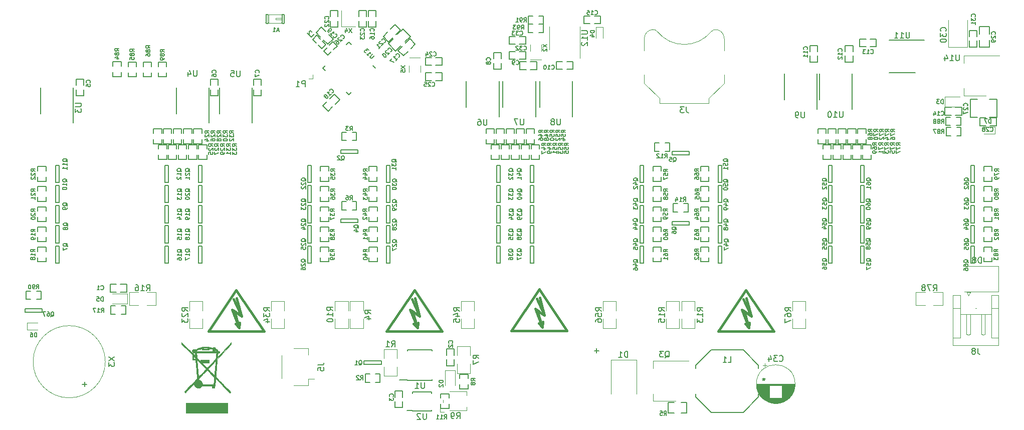
<source format=gbr>
G04 #@! TF.GenerationSoftware,KiCad,Pcbnew,(5.1.7)-1*
G04 #@! TF.CreationDate,2020-11-21T17:16:52+01:00*
G04 #@! TF.ProjectId,nixie_clock,6e697869-655f-4636-9c6f-636b2e6b6963,100A*
G04 #@! TF.SameCoordinates,Original*
G04 #@! TF.FileFunction,Legend,Bot*
G04 #@! TF.FilePolarity,Positive*
%FSLAX46Y46*%
G04 Gerber Fmt 4.6, Leading zero omitted, Abs format (unit mm)*
G04 Created by KiCad (PCBNEW (5.1.7)-1) date 2020-11-21 17:16:52*
%MOMM*%
%LPD*%
G01*
G04 APERTURE LIST*
%ADD10C,0.150000*%
%ADD11C,0.152400*%
%ADD12C,0.120000*%
%ADD13C,0.381000*%
%ADD14C,0.010000*%
%ADD15C,0.100000*%
G04 APERTURE END LIST*
D10*
X174800000Y-83450000D02*
X174800000Y-82650000D01*
X174400000Y-83050000D02*
X175200000Y-83050000D01*
D11*
X191566800Y-86063860D02*
X191566800Y-85494900D01*
X202133200Y-90336140D02*
X202133200Y-90905100D01*
X194144900Y-82916800D02*
X199555100Y-82916800D01*
X191566800Y-85494900D02*
X194144900Y-82916800D01*
X191566800Y-90905100D02*
X191566800Y-90336140D01*
X194144900Y-93483200D02*
X191566800Y-90905100D01*
X199555100Y-93483200D02*
X194144900Y-93483200D01*
X202133200Y-90905100D02*
X199555100Y-93483200D01*
X202133200Y-85494900D02*
X202133200Y-86063860D01*
X199555100Y-82916800D02*
X202133200Y-85494900D01*
D12*
X195014615Y-28815840D02*
G75*
G03*
X194100000Y-29200000I-124615J-984160D01*
G01*
X184185385Y-28815840D02*
G75*
G02*
X185100000Y-29200000I124615J-984160D01*
G01*
X194090661Y-29211329D02*
G75*
G02*
X185100000Y-29200000I-4490661J3711329D01*
G01*
X196350000Y-30350000D02*
G75*
G03*
X194900000Y-28800000I-1500000J50000D01*
G01*
X182850000Y-30350000D02*
G75*
G02*
X184300000Y-28800000I1500000J50000D01*
G01*
X196350000Y-37850000D02*
X196350000Y-36400000D01*
X193750000Y-40450000D02*
X196350000Y-37850000D01*
X193750000Y-41250000D02*
X193750000Y-40450000D01*
X185450000Y-41250000D02*
X193750000Y-41250000D01*
X185450000Y-40450000D02*
X185450000Y-41250000D01*
X182850000Y-37850000D02*
X185450000Y-40450000D01*
X182850000Y-36400000D02*
X182850000Y-37850000D01*
X182850000Y-32400000D02*
X182850000Y-30300000D01*
X196350000Y-32400000D02*
X196350000Y-30300000D01*
X91800000Y-84920000D02*
G75*
G03*
X91800000Y-84920000I-6100000J0D01*
G01*
X242650000Y-68750000D02*
X242650000Y-73050000D01*
X242650000Y-73050000D02*
X236950000Y-73050000D01*
X242650000Y-68750000D02*
X236950000Y-68750000D01*
X237900000Y-73200000D02*
X237600000Y-73800000D01*
X237300000Y-73200000D02*
X237900000Y-73200000D01*
X237600000Y-73800000D02*
X237300000Y-73200000D01*
X240420000Y-76890000D02*
X240100000Y-76890000D01*
X240420000Y-80310000D02*
X240420000Y-76890000D01*
X240100000Y-80390000D02*
X240420000Y-80310000D01*
X239780000Y-80310000D02*
X240100000Y-80390000D01*
X239780000Y-76890000D02*
X239780000Y-80310000D01*
X240100000Y-76890000D02*
X239780000Y-76890000D01*
X238770000Y-75890000D02*
X238930000Y-75890000D01*
X237920000Y-76890000D02*
X237600000Y-76890000D01*
X237920000Y-80310000D02*
X237920000Y-76890000D01*
X237600000Y-80390000D02*
X237920000Y-80310000D01*
X237280000Y-80310000D02*
X237600000Y-80390000D01*
X237280000Y-76890000D02*
X237280000Y-80310000D01*
X237600000Y-76890000D02*
X237280000Y-76890000D01*
X236210000Y-76890000D02*
X241490000Y-76890000D01*
X241490000Y-75890000D02*
X242710000Y-75890000D01*
X241490000Y-80890000D02*
X241490000Y-75890000D01*
X242710000Y-80890000D02*
X241490000Y-80890000D01*
X236210000Y-75890000D02*
X234990000Y-75890000D01*
X236210000Y-80890000D02*
X236210000Y-75890000D01*
X234990000Y-80890000D02*
X236210000Y-80890000D01*
X241490000Y-73690000D02*
X241490000Y-75890000D01*
X242710000Y-73690000D02*
X241490000Y-73690000D01*
X242710000Y-82110000D02*
X242710000Y-73690000D01*
X234990000Y-82110000D02*
X242710000Y-82110000D01*
X234990000Y-73690000D02*
X234990000Y-82110000D01*
X236210000Y-73690000D02*
X234990000Y-73690000D01*
X236210000Y-75890000D02*
X236210000Y-73690000D01*
X242050000Y-45200000D02*
X242050000Y-46400000D01*
X240200000Y-45200000D02*
X242050000Y-45200000D01*
X240200000Y-46400000D02*
X242050000Y-46400000D01*
X78550000Y-79500000D02*
X78550000Y-78300000D01*
X80400000Y-79500000D02*
X78550000Y-79500000D01*
X80400000Y-78300000D02*
X78550000Y-78300000D01*
D13*
X144497840Y-79199640D02*
X143298960Y-76100840D01*
X143298960Y-76100840D02*
X143898400Y-76499620D01*
X144899160Y-77200660D02*
X143598680Y-74399040D01*
X144497840Y-79199640D02*
X143898400Y-78501140D01*
X144099060Y-74200920D02*
X144899160Y-77200660D01*
X144899160Y-77200660D02*
X143700280Y-76400560D01*
X143700280Y-76400560D02*
X144497840Y-79199640D01*
X144497840Y-79199640D02*
X144599440Y-78300480D01*
X144000000Y-72809000D02*
X139301000Y-79794000D01*
X139301000Y-79794000D02*
X148699000Y-79794000D01*
X148699000Y-79794000D02*
X144000000Y-72809000D01*
X114397840Y-79199640D02*
X113198960Y-76100840D01*
X113198960Y-76100840D02*
X113798400Y-76499620D01*
X114799160Y-77200660D02*
X113498680Y-74399040D01*
X114397840Y-79199640D02*
X113798400Y-78501140D01*
X113999060Y-74200920D02*
X114799160Y-77200660D01*
X114799160Y-77200660D02*
X113600280Y-76400560D01*
X113600280Y-76400560D02*
X114397840Y-79199640D01*
X114397840Y-79199640D02*
X114499440Y-78300480D01*
X113900000Y-72809000D02*
X109201000Y-79794000D01*
X109201000Y-79794000D02*
X118599000Y-79794000D01*
X118599000Y-79794000D02*
X113900000Y-72809000D01*
X200497840Y-79199640D02*
X199298960Y-76100840D01*
X199298960Y-76100840D02*
X199898400Y-76499620D01*
X200899160Y-77200660D02*
X199598680Y-74399040D01*
X200497840Y-79199640D02*
X199898400Y-78501140D01*
X200099060Y-74200920D02*
X200899160Y-77200660D01*
X200899160Y-77200660D02*
X199700280Y-76400560D01*
X199700280Y-76400560D02*
X200497840Y-79199640D01*
X200497840Y-79199640D02*
X200599440Y-78300480D01*
X200000000Y-72809000D02*
X195301000Y-79794000D01*
X195301000Y-79794000D02*
X204699000Y-79794000D01*
X204699000Y-79794000D02*
X200000000Y-72809000D01*
X169799000Y-79694000D02*
X165100000Y-72709000D01*
X160401000Y-79694000D02*
X169799000Y-79694000D01*
X165100000Y-72709000D02*
X160401000Y-79694000D01*
X165597840Y-79099640D02*
X165699440Y-78200480D01*
X164800280Y-76300560D02*
X165597840Y-79099640D01*
X165999160Y-77100660D02*
X164800280Y-76300560D01*
X165199060Y-74100920D02*
X165999160Y-77100660D01*
X165597840Y-79099640D02*
X164998400Y-78401140D01*
X165999160Y-77100660D02*
X164698680Y-74299040D01*
X164398960Y-76000840D02*
X164998400Y-76399620D01*
X165597840Y-79099640D02*
X164398960Y-76000840D01*
D14*
G36*
X104692795Y-81787248D02*
G01*
X104694022Y-81959706D01*
X105588614Y-82868628D01*
X106483206Y-83777549D01*
X106484510Y-84611765D01*
X107029301Y-84611765D01*
X107043339Y-84717598D01*
X107048655Y-84765837D01*
X107057614Y-84856679D01*
X107069739Y-84984704D01*
X107084550Y-85144494D01*
X107101568Y-85330630D01*
X107120313Y-85537693D01*
X107140306Y-85760265D01*
X107161068Y-85992926D01*
X107182120Y-86230257D01*
X107202983Y-86466840D01*
X107223177Y-86697256D01*
X107242222Y-86916086D01*
X107259641Y-87117911D01*
X107274953Y-87297312D01*
X107287679Y-87448870D01*
X107297341Y-87567168D01*
X107303458Y-87646784D01*
X107305551Y-87682302D01*
X107305550Y-87682471D01*
X107290284Y-87710970D01*
X107244430Y-87769815D01*
X107167365Y-87859691D01*
X107058465Y-87981283D01*
X106917105Y-88135276D01*
X106742662Y-88322355D01*
X106534512Y-88543204D01*
X106292032Y-88798510D01*
X106223875Y-88870000D01*
X105142925Y-90003039D01*
X105230316Y-90090196D01*
X105317706Y-90177353D01*
X105459098Y-90023521D01*
X105510824Y-89967926D01*
X105591624Y-89881953D01*
X105696167Y-89771235D01*
X105819121Y-89641403D01*
X105955157Y-89498089D01*
X106098941Y-89346927D01*
X106184960Y-89256644D01*
X106346451Y-89087509D01*
X106476983Y-88952033D01*
X106579884Y-88847752D01*
X106658483Y-88772203D01*
X106716108Y-88722922D01*
X106756089Y-88697446D01*
X106781752Y-88693311D01*
X106796427Y-88708054D01*
X106803442Y-88739212D01*
X106806125Y-88784320D01*
X106806485Y-88796630D01*
X106825137Y-88881433D01*
X106871094Y-88983934D01*
X106935181Y-89087924D01*
X107008226Y-89177191D01*
X107037454Y-89204766D01*
X107187422Y-89301250D01*
X107362605Y-89355234D01*
X107517488Y-89368039D01*
X107693014Y-89343886D01*
X107855121Y-89273061D01*
X107998596Y-89158017D01*
X108025068Y-89129381D01*
X108121867Y-89019412D01*
X109796471Y-89019412D01*
X109796471Y-89368039D01*
X110244706Y-89368039D01*
X110244706Y-89205168D01*
X110250331Y-89093980D01*
X110269229Y-89016805D01*
X110292197Y-88974825D01*
X110308607Y-88944789D01*
X110322659Y-88901239D01*
X110335284Y-88837720D01*
X110347413Y-88747774D01*
X110359976Y-88624947D01*
X110373906Y-88462782D01*
X110383444Y-88342144D01*
X110427200Y-87776934D01*
X111501374Y-88865085D01*
X111695595Y-89061981D01*
X111882043Y-89251281D01*
X112057310Y-89429506D01*
X112217989Y-89593180D01*
X112360674Y-89738824D01*
X112481958Y-89862962D01*
X112578434Y-89962115D01*
X112646696Y-90032807D01*
X112683298Y-90071520D01*
X112743432Y-90132811D01*
X112793592Y-90175559D01*
X112820571Y-90189804D01*
X112855032Y-90173118D01*
X112905264Y-90131425D01*
X112922291Y-90114447D01*
X112994488Y-90039089D01*
X112596999Y-89635164D01*
X112495592Y-89532266D01*
X112364833Y-89399820D01*
X112210459Y-89243625D01*
X112038204Y-89069478D01*
X111853806Y-88883176D01*
X111663001Y-88690518D01*
X111471523Y-88497301D01*
X111334167Y-88358777D01*
X111125372Y-88147678D01*
X110949962Y-87968960D01*
X110805692Y-87820204D01*
X110690320Y-87698991D01*
X110601601Y-87602903D01*
X110557630Y-87552727D01*
X110204531Y-87552727D01*
X110160323Y-88117981D01*
X110146991Y-88283668D01*
X110134095Y-88435185D01*
X110122364Y-88564611D01*
X110112530Y-88664027D01*
X110105324Y-88725515D01*
X110103005Y-88739265D01*
X110089895Y-88795294D01*
X108209564Y-88795294D01*
X108197012Y-88638925D01*
X108159116Y-88454173D01*
X108079812Y-88290742D01*
X107964101Y-88154585D01*
X107816981Y-88051654D01*
X107651854Y-87989866D01*
X107598284Y-87960883D01*
X107571465Y-87898680D01*
X107570903Y-87895937D01*
X107567685Y-87869677D01*
X107571663Y-87842787D01*
X107586719Y-87810279D01*
X107616736Y-87767166D01*
X107665597Y-87708461D01*
X107737184Y-87629174D01*
X107835380Y-87524319D01*
X107964068Y-87388907D01*
X107972383Y-87380186D01*
X108110800Y-87234837D01*
X108257957Y-87080021D01*
X108403741Y-86926397D01*
X108538042Y-86784623D01*
X108650747Y-86665355D01*
X108675882Y-86638692D01*
X108772238Y-86538153D01*
X108857834Y-86452115D01*
X108926527Y-86386496D01*
X108972172Y-86347214D01*
X108987497Y-86338580D01*
X109010352Y-86356650D01*
X109063799Y-86406219D01*
X109143630Y-86483162D01*
X109245636Y-86583351D01*
X109365608Y-86702660D01*
X109499337Y-86836962D01*
X109608636Y-86947589D01*
X110204531Y-87552727D01*
X110557630Y-87552727D01*
X110537292Y-87529519D01*
X110495148Y-87476420D01*
X110472927Y-87441189D01*
X110467983Y-87424873D01*
X110469856Y-87389266D01*
X110475546Y-87308669D01*
X110484685Y-87187720D01*
X110496904Y-87031058D01*
X110511836Y-86843320D01*
X110529113Y-86629146D01*
X110548365Y-86393172D01*
X110569225Y-86140036D01*
X110586037Y-85937729D01*
X110681157Y-84797099D01*
X110436398Y-84797099D01*
X110435344Y-84821714D01*
X110430386Y-84891041D01*
X110421922Y-85000171D01*
X110410352Y-85144200D01*
X110396072Y-85318219D01*
X110379483Y-85517322D01*
X110360981Y-85736604D01*
X110343225Y-85944797D01*
X110323113Y-86181016D01*
X110304379Y-86404000D01*
X110287454Y-86608428D01*
X110272765Y-86788975D01*
X110260743Y-86940320D01*
X110251817Y-87057139D01*
X110246415Y-87134111D01*
X110244916Y-87164004D01*
X110242577Y-87182608D01*
X110233311Y-87189991D01*
X110213546Y-87183070D01*
X110179710Y-87158767D01*
X110128231Y-87113999D01*
X110055538Y-87045688D01*
X109958058Y-86950751D01*
X109832221Y-86826110D01*
X109698703Y-86692917D01*
X109152699Y-86147337D01*
X109156526Y-86143235D01*
X108795613Y-86143235D01*
X108779164Y-86165761D01*
X108733117Y-86218801D01*
X108662086Y-86297481D01*
X108570686Y-86396926D01*
X108463532Y-86512261D01*
X108345240Y-86638612D01*
X108220424Y-86771104D01*
X108093700Y-86904863D01*
X107969682Y-87035013D01*
X107852987Y-87156680D01*
X107748228Y-87264990D01*
X107660021Y-87355068D01*
X107592981Y-87422038D01*
X107551724Y-87461027D01*
X107540473Y-87468970D01*
X107536764Y-87443332D01*
X107529065Y-87372519D01*
X107517798Y-87260964D01*
X107503389Y-87113100D01*
X107486259Y-86933359D01*
X107466833Y-86726175D01*
X107445533Y-86495981D01*
X107422783Y-86247210D01*
X107404619Y-86046615D01*
X107381384Y-85786512D01*
X107359917Y-85541484D01*
X107340579Y-85315976D01*
X107323732Y-85114432D01*
X107309735Y-84941297D01*
X107298950Y-84801018D01*
X107291739Y-84698037D01*
X107288461Y-84636801D01*
X107288836Y-84620902D01*
X107308426Y-84635064D01*
X107358311Y-84680587D01*
X107434132Y-84753064D01*
X107531528Y-84848090D01*
X107646136Y-84961258D01*
X107773597Y-85088162D01*
X107909548Y-85224396D01*
X108049629Y-85365554D01*
X108189478Y-85507230D01*
X108324735Y-85645016D01*
X108451038Y-85774508D01*
X108564026Y-85891300D01*
X108659338Y-85990984D01*
X108732612Y-86069154D01*
X108779489Y-86121406D01*
X108795613Y-86143235D01*
X109156526Y-86143235D01*
X109356301Y-85929132D01*
X109459992Y-85818393D01*
X109576372Y-85694759D01*
X109700840Y-85563054D01*
X109828794Y-85428100D01*
X109955633Y-85294720D01*
X110076755Y-85167737D01*
X110187558Y-85051972D01*
X110283442Y-84952250D01*
X110359806Y-84873392D01*
X110412046Y-84820222D01*
X110435563Y-84797562D01*
X110436398Y-84797099D01*
X110681157Y-84797099D01*
X110704931Y-84512026D01*
X113083529Y-82010520D01*
X113081779Y-81660882D01*
X112889664Y-81866103D01*
X112782145Y-81980564D01*
X112655204Y-82115041D01*
X112512266Y-82265956D01*
X112356757Y-82429729D01*
X112192103Y-82602782D01*
X112021729Y-82781537D01*
X111849061Y-82962415D01*
X111677525Y-83141838D01*
X111510546Y-83316226D01*
X111351550Y-83482002D01*
X111203963Y-83635586D01*
X111071211Y-83773400D01*
X110956718Y-83891866D01*
X110863912Y-83987404D01*
X110796217Y-84056437D01*
X110757060Y-84095385D01*
X110748478Y-84102857D01*
X110747888Y-84076866D01*
X110751134Y-84010319D01*
X110757653Y-83912272D01*
X110766880Y-83791779D01*
X110770841Y-83743645D01*
X110800339Y-83391569D01*
X110569380Y-83391569D01*
X110557456Y-83447598D01*
X110551375Y-83491909D01*
X110542830Y-83575283D01*
X110532809Y-83687097D01*
X110522299Y-83816728D01*
X110518662Y-83864706D01*
X110507934Y-84002460D01*
X110497106Y-84130387D01*
X110487261Y-84236399D01*
X110479482Y-84308409D01*
X110477728Y-84321477D01*
X110471111Y-84348307D01*
X110456788Y-84379712D01*
X110431713Y-84419214D01*
X110392841Y-84470332D01*
X110337126Y-84536589D01*
X110261523Y-84621503D01*
X110162987Y-84728595D01*
X110038471Y-84861386D01*
X109884930Y-85023397D01*
X109728300Y-85187783D01*
X109572470Y-85350461D01*
X109427006Y-85501118D01*
X109295531Y-85636093D01*
X109181665Y-85751722D01*
X109089030Y-85844343D01*
X109021246Y-85910294D01*
X108981935Y-85945910D01*
X108973552Y-85951208D01*
X108951496Y-85931996D01*
X108899942Y-85881893D01*
X108823894Y-85805926D01*
X108728355Y-85709121D01*
X108618328Y-85596504D01*
X108538760Y-85514461D01*
X108123350Y-85084902D01*
X109348235Y-85084902D01*
X109348235Y-84611765D01*
X107854118Y-84611765D01*
X107854118Y-84822582D01*
X107580196Y-84549510D01*
X107385884Y-84355800D01*
X107007451Y-84355800D01*
X107003831Y-84386358D01*
X106985509Y-84403383D01*
X106941293Y-84410801D01*
X106859988Y-84412536D01*
X106845588Y-84412549D01*
X106683726Y-84412549D01*
X106683726Y-83978204D01*
X106845588Y-84138628D01*
X106936895Y-84236161D01*
X106991507Y-84310883D01*
X107007451Y-84355800D01*
X107385884Y-84355800D01*
X107306275Y-84276438D01*
X107306275Y-84033219D01*
X107305512Y-83921323D01*
X107302021Y-83850137D01*
X107294000Y-83810579D01*
X107279644Y-83793562D01*
X107257996Y-83790000D01*
X107233920Y-83784771D01*
X107216125Y-83763805D01*
X107202459Y-83719186D01*
X107190772Y-83642997D01*
X107178911Y-83527320D01*
X107175104Y-83484951D01*
X107166863Y-83391569D01*
X110569380Y-83391569D01*
X110800339Y-83391569D01*
X111116275Y-83391569D01*
X111116275Y-83167451D01*
X110982013Y-83167451D01*
X110903486Y-83165300D01*
X110860817Y-83154919D01*
X110855597Y-83148740D01*
X110580593Y-83148740D01*
X110566120Y-83162855D01*
X110515986Y-83167212D01*
X110482151Y-83167451D01*
X110369216Y-83167451D01*
X109948064Y-83167451D01*
X107146755Y-83167451D01*
X107241504Y-83070419D01*
X107388664Y-82950681D01*
X107570793Y-82858330D01*
X107790977Y-82792100D01*
X108009755Y-82755470D01*
X108152941Y-82738379D01*
X108152941Y-82918431D01*
X109298431Y-82918431D01*
X109298431Y-82714161D01*
X109466520Y-82731197D01*
X109583963Y-82745574D01*
X109709091Y-82764633D01*
X109784020Y-82778245D01*
X109933431Y-82808257D01*
X109940748Y-82987854D01*
X109948064Y-83167451D01*
X110369216Y-83167451D01*
X110369216Y-83067843D01*
X110372508Y-83005443D01*
X110380733Y-82970760D01*
X110384048Y-82968235D01*
X110420914Y-82984208D01*
X110474774Y-83022957D01*
X110528769Y-83070732D01*
X110566038Y-83113781D01*
X110569358Y-83119379D01*
X110580593Y-83148740D01*
X110855597Y-83148740D01*
X110840115Y-83130416D01*
X110831758Y-83103724D01*
X110797648Y-83034456D01*
X110732136Y-82951185D01*
X110646493Y-82865587D01*
X110551991Y-82789339D01*
X110489917Y-82749625D01*
X110419205Y-82706155D01*
X110382956Y-82669638D01*
X110370220Y-82626578D01*
X110369241Y-82600931D01*
X110369240Y-82594706D01*
X109099216Y-82594706D01*
X109099216Y-82719216D01*
X108352157Y-82719216D01*
X108352157Y-82594706D01*
X109099216Y-82594706D01*
X110369240Y-82594706D01*
X110369216Y-82520000D01*
X110159624Y-82520000D01*
X110063193Y-82522331D01*
X109988037Y-82528543D01*
X109946257Y-82537465D01*
X109941732Y-82541078D01*
X109915230Y-82546624D01*
X109850733Y-82544352D01*
X109759323Y-82534935D01*
X109696863Y-82526240D01*
X109583608Y-82509159D01*
X109480030Y-82493739D01*
X109402192Y-82482363D01*
X109379363Y-82479132D01*
X109319718Y-82460660D01*
X109298431Y-82431715D01*
X109291959Y-82419926D01*
X109268808Y-82410933D01*
X109223374Y-82404381D01*
X109150055Y-82399915D01*
X109043246Y-82397181D01*
X108897346Y-82395826D01*
X108725686Y-82395490D01*
X108542481Y-82395681D01*
X108403108Y-82396579D01*
X108301596Y-82398677D01*
X108231974Y-82402467D01*
X108188269Y-82408439D01*
X108164512Y-82417085D01*
X108154731Y-82428897D01*
X108152941Y-82442630D01*
X108137705Y-82486221D01*
X108087799Y-82511027D01*
X107996924Y-82519874D01*
X107980574Y-82520000D01*
X107826680Y-82535876D01*
X107651891Y-82579579D01*
X107471968Y-82645224D01*
X107302676Y-82726927D01*
X107159777Y-82818801D01*
X107141269Y-82833358D01*
X107080944Y-82880720D01*
X107045220Y-82899690D01*
X107020272Y-82893557D01*
X106994664Y-82868256D01*
X106919028Y-82818695D01*
X106820591Y-82799669D01*
X106714588Y-82809564D01*
X106616254Y-82846763D01*
X106540824Y-82909651D01*
X106535361Y-82916961D01*
X106478919Y-83034354D01*
X106468418Y-83155869D01*
X106502699Y-83271707D01*
X106580604Y-83372068D01*
X106590130Y-83380355D01*
X106645442Y-83419722D01*
X106701562Y-83437058D01*
X106780459Y-83438310D01*
X106800168Y-83437200D01*
X106877362Y-83434367D01*
X106917124Y-83440857D01*
X106931519Y-83460441D01*
X106932996Y-83478726D01*
X106936013Y-83531768D01*
X106943500Y-83611539D01*
X106948881Y-83659265D01*
X106956686Y-83735069D01*
X106953440Y-83773874D01*
X106934617Y-83788058D01*
X106901089Y-83790000D01*
X106881204Y-83783587D01*
X106849126Y-83762831D01*
X106802478Y-83725456D01*
X106738882Y-83669189D01*
X106655962Y-83591755D01*
X106551340Y-83490878D01*
X106422639Y-83364283D01*
X106267482Y-83209696D01*
X106083492Y-83024842D01*
X105868291Y-82807446D01*
X105764581Y-82702395D01*
X104691569Y-81614791D01*
X104692795Y-81787248D01*
G37*
X104692795Y-81787248D02*
X104694022Y-81959706D01*
X105588614Y-82868628D01*
X106483206Y-83777549D01*
X106484510Y-84611765D01*
X107029301Y-84611765D01*
X107043339Y-84717598D01*
X107048655Y-84765837D01*
X107057614Y-84856679D01*
X107069739Y-84984704D01*
X107084550Y-85144494D01*
X107101568Y-85330630D01*
X107120313Y-85537693D01*
X107140306Y-85760265D01*
X107161068Y-85992926D01*
X107182120Y-86230257D01*
X107202983Y-86466840D01*
X107223177Y-86697256D01*
X107242222Y-86916086D01*
X107259641Y-87117911D01*
X107274953Y-87297312D01*
X107287679Y-87448870D01*
X107297341Y-87567168D01*
X107303458Y-87646784D01*
X107305551Y-87682302D01*
X107305550Y-87682471D01*
X107290284Y-87710970D01*
X107244430Y-87769815D01*
X107167365Y-87859691D01*
X107058465Y-87981283D01*
X106917105Y-88135276D01*
X106742662Y-88322355D01*
X106534512Y-88543204D01*
X106292032Y-88798510D01*
X106223875Y-88870000D01*
X105142925Y-90003039D01*
X105230316Y-90090196D01*
X105317706Y-90177353D01*
X105459098Y-90023521D01*
X105510824Y-89967926D01*
X105591624Y-89881953D01*
X105696167Y-89771235D01*
X105819121Y-89641403D01*
X105955157Y-89498089D01*
X106098941Y-89346927D01*
X106184960Y-89256644D01*
X106346451Y-89087509D01*
X106476983Y-88952033D01*
X106579884Y-88847752D01*
X106658483Y-88772203D01*
X106716108Y-88722922D01*
X106756089Y-88697446D01*
X106781752Y-88693311D01*
X106796427Y-88708054D01*
X106803442Y-88739212D01*
X106806125Y-88784320D01*
X106806485Y-88796630D01*
X106825137Y-88881433D01*
X106871094Y-88983934D01*
X106935181Y-89087924D01*
X107008226Y-89177191D01*
X107037454Y-89204766D01*
X107187422Y-89301250D01*
X107362605Y-89355234D01*
X107517488Y-89368039D01*
X107693014Y-89343886D01*
X107855121Y-89273061D01*
X107998596Y-89158017D01*
X108025068Y-89129381D01*
X108121867Y-89019412D01*
X109796471Y-89019412D01*
X109796471Y-89368039D01*
X110244706Y-89368039D01*
X110244706Y-89205168D01*
X110250331Y-89093980D01*
X110269229Y-89016805D01*
X110292197Y-88974825D01*
X110308607Y-88944789D01*
X110322659Y-88901239D01*
X110335284Y-88837720D01*
X110347413Y-88747774D01*
X110359976Y-88624947D01*
X110373906Y-88462782D01*
X110383444Y-88342144D01*
X110427200Y-87776934D01*
X111501374Y-88865085D01*
X111695595Y-89061981D01*
X111882043Y-89251281D01*
X112057310Y-89429506D01*
X112217989Y-89593180D01*
X112360674Y-89738824D01*
X112481958Y-89862962D01*
X112578434Y-89962115D01*
X112646696Y-90032807D01*
X112683298Y-90071520D01*
X112743432Y-90132811D01*
X112793592Y-90175559D01*
X112820571Y-90189804D01*
X112855032Y-90173118D01*
X112905264Y-90131425D01*
X112922291Y-90114447D01*
X112994488Y-90039089D01*
X112596999Y-89635164D01*
X112495592Y-89532266D01*
X112364833Y-89399820D01*
X112210459Y-89243625D01*
X112038204Y-89069478D01*
X111853806Y-88883176D01*
X111663001Y-88690518D01*
X111471523Y-88497301D01*
X111334167Y-88358777D01*
X111125372Y-88147678D01*
X110949962Y-87968960D01*
X110805692Y-87820204D01*
X110690320Y-87698991D01*
X110601601Y-87602903D01*
X110557630Y-87552727D01*
X110204531Y-87552727D01*
X110160323Y-88117981D01*
X110146991Y-88283668D01*
X110134095Y-88435185D01*
X110122364Y-88564611D01*
X110112530Y-88664027D01*
X110105324Y-88725515D01*
X110103005Y-88739265D01*
X110089895Y-88795294D01*
X108209564Y-88795294D01*
X108197012Y-88638925D01*
X108159116Y-88454173D01*
X108079812Y-88290742D01*
X107964101Y-88154585D01*
X107816981Y-88051654D01*
X107651854Y-87989866D01*
X107598284Y-87960883D01*
X107571465Y-87898680D01*
X107570903Y-87895937D01*
X107567685Y-87869677D01*
X107571663Y-87842787D01*
X107586719Y-87810279D01*
X107616736Y-87767166D01*
X107665597Y-87708461D01*
X107737184Y-87629174D01*
X107835380Y-87524319D01*
X107964068Y-87388907D01*
X107972383Y-87380186D01*
X108110800Y-87234837D01*
X108257957Y-87080021D01*
X108403741Y-86926397D01*
X108538042Y-86784623D01*
X108650747Y-86665355D01*
X108675882Y-86638692D01*
X108772238Y-86538153D01*
X108857834Y-86452115D01*
X108926527Y-86386496D01*
X108972172Y-86347214D01*
X108987497Y-86338580D01*
X109010352Y-86356650D01*
X109063799Y-86406219D01*
X109143630Y-86483162D01*
X109245636Y-86583351D01*
X109365608Y-86702660D01*
X109499337Y-86836962D01*
X109608636Y-86947589D01*
X110204531Y-87552727D01*
X110557630Y-87552727D01*
X110537292Y-87529519D01*
X110495148Y-87476420D01*
X110472927Y-87441189D01*
X110467983Y-87424873D01*
X110469856Y-87389266D01*
X110475546Y-87308669D01*
X110484685Y-87187720D01*
X110496904Y-87031058D01*
X110511836Y-86843320D01*
X110529113Y-86629146D01*
X110548365Y-86393172D01*
X110569225Y-86140036D01*
X110586037Y-85937729D01*
X110681157Y-84797099D01*
X110436398Y-84797099D01*
X110435344Y-84821714D01*
X110430386Y-84891041D01*
X110421922Y-85000171D01*
X110410352Y-85144200D01*
X110396072Y-85318219D01*
X110379483Y-85517322D01*
X110360981Y-85736604D01*
X110343225Y-85944797D01*
X110323113Y-86181016D01*
X110304379Y-86404000D01*
X110287454Y-86608428D01*
X110272765Y-86788975D01*
X110260743Y-86940320D01*
X110251817Y-87057139D01*
X110246415Y-87134111D01*
X110244916Y-87164004D01*
X110242577Y-87182608D01*
X110233311Y-87189991D01*
X110213546Y-87183070D01*
X110179710Y-87158767D01*
X110128231Y-87113999D01*
X110055538Y-87045688D01*
X109958058Y-86950751D01*
X109832221Y-86826110D01*
X109698703Y-86692917D01*
X109152699Y-86147337D01*
X109156526Y-86143235D01*
X108795613Y-86143235D01*
X108779164Y-86165761D01*
X108733117Y-86218801D01*
X108662086Y-86297481D01*
X108570686Y-86396926D01*
X108463532Y-86512261D01*
X108345240Y-86638612D01*
X108220424Y-86771104D01*
X108093700Y-86904863D01*
X107969682Y-87035013D01*
X107852987Y-87156680D01*
X107748228Y-87264990D01*
X107660021Y-87355068D01*
X107592981Y-87422038D01*
X107551724Y-87461027D01*
X107540473Y-87468970D01*
X107536764Y-87443332D01*
X107529065Y-87372519D01*
X107517798Y-87260964D01*
X107503389Y-87113100D01*
X107486259Y-86933359D01*
X107466833Y-86726175D01*
X107445533Y-86495981D01*
X107422783Y-86247210D01*
X107404619Y-86046615D01*
X107381384Y-85786512D01*
X107359917Y-85541484D01*
X107340579Y-85315976D01*
X107323732Y-85114432D01*
X107309735Y-84941297D01*
X107298950Y-84801018D01*
X107291739Y-84698037D01*
X107288461Y-84636801D01*
X107288836Y-84620902D01*
X107308426Y-84635064D01*
X107358311Y-84680587D01*
X107434132Y-84753064D01*
X107531528Y-84848090D01*
X107646136Y-84961258D01*
X107773597Y-85088162D01*
X107909548Y-85224396D01*
X108049629Y-85365554D01*
X108189478Y-85507230D01*
X108324735Y-85645016D01*
X108451038Y-85774508D01*
X108564026Y-85891300D01*
X108659338Y-85990984D01*
X108732612Y-86069154D01*
X108779489Y-86121406D01*
X108795613Y-86143235D01*
X109156526Y-86143235D01*
X109356301Y-85929132D01*
X109459992Y-85818393D01*
X109576372Y-85694759D01*
X109700840Y-85563054D01*
X109828794Y-85428100D01*
X109955633Y-85294720D01*
X110076755Y-85167737D01*
X110187558Y-85051972D01*
X110283442Y-84952250D01*
X110359806Y-84873392D01*
X110412046Y-84820222D01*
X110435563Y-84797562D01*
X110436398Y-84797099D01*
X110681157Y-84797099D01*
X110704931Y-84512026D01*
X113083529Y-82010520D01*
X113081779Y-81660882D01*
X112889664Y-81866103D01*
X112782145Y-81980564D01*
X112655204Y-82115041D01*
X112512266Y-82265956D01*
X112356757Y-82429729D01*
X112192103Y-82602782D01*
X112021729Y-82781537D01*
X111849061Y-82962415D01*
X111677525Y-83141838D01*
X111510546Y-83316226D01*
X111351550Y-83482002D01*
X111203963Y-83635586D01*
X111071211Y-83773400D01*
X110956718Y-83891866D01*
X110863912Y-83987404D01*
X110796217Y-84056437D01*
X110757060Y-84095385D01*
X110748478Y-84102857D01*
X110747888Y-84076866D01*
X110751134Y-84010319D01*
X110757653Y-83912272D01*
X110766880Y-83791779D01*
X110770841Y-83743645D01*
X110800339Y-83391569D01*
X110569380Y-83391569D01*
X110557456Y-83447598D01*
X110551375Y-83491909D01*
X110542830Y-83575283D01*
X110532809Y-83687097D01*
X110522299Y-83816728D01*
X110518662Y-83864706D01*
X110507934Y-84002460D01*
X110497106Y-84130387D01*
X110487261Y-84236399D01*
X110479482Y-84308409D01*
X110477728Y-84321477D01*
X110471111Y-84348307D01*
X110456788Y-84379712D01*
X110431713Y-84419214D01*
X110392841Y-84470332D01*
X110337126Y-84536589D01*
X110261523Y-84621503D01*
X110162987Y-84728595D01*
X110038471Y-84861386D01*
X109884930Y-85023397D01*
X109728300Y-85187783D01*
X109572470Y-85350461D01*
X109427006Y-85501118D01*
X109295531Y-85636093D01*
X109181665Y-85751722D01*
X109089030Y-85844343D01*
X109021246Y-85910294D01*
X108981935Y-85945910D01*
X108973552Y-85951208D01*
X108951496Y-85931996D01*
X108899942Y-85881893D01*
X108823894Y-85805926D01*
X108728355Y-85709121D01*
X108618328Y-85596504D01*
X108538760Y-85514461D01*
X108123350Y-85084902D01*
X109348235Y-85084902D01*
X109348235Y-84611765D01*
X107854118Y-84611765D01*
X107854118Y-84822582D01*
X107580196Y-84549510D01*
X107385884Y-84355800D01*
X107007451Y-84355800D01*
X107003831Y-84386358D01*
X106985509Y-84403383D01*
X106941293Y-84410801D01*
X106859988Y-84412536D01*
X106845588Y-84412549D01*
X106683726Y-84412549D01*
X106683726Y-83978204D01*
X106845588Y-84138628D01*
X106936895Y-84236161D01*
X106991507Y-84310883D01*
X107007451Y-84355800D01*
X107385884Y-84355800D01*
X107306275Y-84276438D01*
X107306275Y-84033219D01*
X107305512Y-83921323D01*
X107302021Y-83850137D01*
X107294000Y-83810579D01*
X107279644Y-83793562D01*
X107257996Y-83790000D01*
X107233920Y-83784771D01*
X107216125Y-83763805D01*
X107202459Y-83719186D01*
X107190772Y-83642997D01*
X107178911Y-83527320D01*
X107175104Y-83484951D01*
X107166863Y-83391569D01*
X110569380Y-83391569D01*
X110800339Y-83391569D01*
X111116275Y-83391569D01*
X111116275Y-83167451D01*
X110982013Y-83167451D01*
X110903486Y-83165300D01*
X110860817Y-83154919D01*
X110855597Y-83148740D01*
X110580593Y-83148740D01*
X110566120Y-83162855D01*
X110515986Y-83167212D01*
X110482151Y-83167451D01*
X110369216Y-83167451D01*
X109948064Y-83167451D01*
X107146755Y-83167451D01*
X107241504Y-83070419D01*
X107388664Y-82950681D01*
X107570793Y-82858330D01*
X107790977Y-82792100D01*
X108009755Y-82755470D01*
X108152941Y-82738379D01*
X108152941Y-82918431D01*
X109298431Y-82918431D01*
X109298431Y-82714161D01*
X109466520Y-82731197D01*
X109583963Y-82745574D01*
X109709091Y-82764633D01*
X109784020Y-82778245D01*
X109933431Y-82808257D01*
X109940748Y-82987854D01*
X109948064Y-83167451D01*
X110369216Y-83167451D01*
X110369216Y-83067843D01*
X110372508Y-83005443D01*
X110380733Y-82970760D01*
X110384048Y-82968235D01*
X110420914Y-82984208D01*
X110474774Y-83022957D01*
X110528769Y-83070732D01*
X110566038Y-83113781D01*
X110569358Y-83119379D01*
X110580593Y-83148740D01*
X110855597Y-83148740D01*
X110840115Y-83130416D01*
X110831758Y-83103724D01*
X110797648Y-83034456D01*
X110732136Y-82951185D01*
X110646493Y-82865587D01*
X110551991Y-82789339D01*
X110489917Y-82749625D01*
X110419205Y-82706155D01*
X110382956Y-82669638D01*
X110370220Y-82626578D01*
X110369241Y-82600931D01*
X110369240Y-82594706D01*
X109099216Y-82594706D01*
X109099216Y-82719216D01*
X108352157Y-82719216D01*
X108352157Y-82594706D01*
X109099216Y-82594706D01*
X110369240Y-82594706D01*
X110369216Y-82520000D01*
X110159624Y-82520000D01*
X110063193Y-82522331D01*
X109988037Y-82528543D01*
X109946257Y-82537465D01*
X109941732Y-82541078D01*
X109915230Y-82546624D01*
X109850733Y-82544352D01*
X109759323Y-82534935D01*
X109696863Y-82526240D01*
X109583608Y-82509159D01*
X109480030Y-82493739D01*
X109402192Y-82482363D01*
X109379363Y-82479132D01*
X109319718Y-82460660D01*
X109298431Y-82431715D01*
X109291959Y-82419926D01*
X109268808Y-82410933D01*
X109223374Y-82404381D01*
X109150055Y-82399915D01*
X109043246Y-82397181D01*
X108897346Y-82395826D01*
X108725686Y-82395490D01*
X108542481Y-82395681D01*
X108403108Y-82396579D01*
X108301596Y-82398677D01*
X108231974Y-82402467D01*
X108188269Y-82408439D01*
X108164512Y-82417085D01*
X108154731Y-82428897D01*
X108152941Y-82442630D01*
X108137705Y-82486221D01*
X108087799Y-82511027D01*
X107996924Y-82519874D01*
X107980574Y-82520000D01*
X107826680Y-82535876D01*
X107651891Y-82579579D01*
X107471968Y-82645224D01*
X107302676Y-82726927D01*
X107159777Y-82818801D01*
X107141269Y-82833358D01*
X107080944Y-82880720D01*
X107045220Y-82899690D01*
X107020272Y-82893557D01*
X106994664Y-82868256D01*
X106919028Y-82818695D01*
X106820591Y-82799669D01*
X106714588Y-82809564D01*
X106616254Y-82846763D01*
X106540824Y-82909651D01*
X106535361Y-82916961D01*
X106478919Y-83034354D01*
X106468418Y-83155869D01*
X106502699Y-83271707D01*
X106580604Y-83372068D01*
X106590130Y-83380355D01*
X106645442Y-83419722D01*
X106701562Y-83437058D01*
X106780459Y-83438310D01*
X106800168Y-83437200D01*
X106877362Y-83434367D01*
X106917124Y-83440857D01*
X106931519Y-83460441D01*
X106932996Y-83478726D01*
X106936013Y-83531768D01*
X106943500Y-83611539D01*
X106948881Y-83659265D01*
X106956686Y-83735069D01*
X106953440Y-83773874D01*
X106934617Y-83788058D01*
X106901089Y-83790000D01*
X106881204Y-83783587D01*
X106849126Y-83762831D01*
X106802478Y-83725456D01*
X106738882Y-83669189D01*
X106655962Y-83591755D01*
X106551340Y-83490878D01*
X106422639Y-83364283D01*
X106267482Y-83209696D01*
X106083492Y-83024842D01*
X105868291Y-82807446D01*
X105764581Y-82702395D01*
X104691569Y-81614791D01*
X104692795Y-81787248D01*
G36*
X105438628Y-93576471D02*
G01*
X112411177Y-93576471D01*
X112411177Y-91858235D01*
X105438628Y-91858235D01*
X105438628Y-93576471D01*
G37*
X105438628Y-93576471D02*
X112411177Y-93576471D01*
X112411177Y-91858235D01*
X105438628Y-91858235D01*
X105438628Y-93576471D01*
D10*
X111075000Y-43000000D02*
X111075000Y-38600000D01*
X116600000Y-44575000D02*
X116600000Y-38600000D01*
D12*
X95500000Y-73450000D02*
X92950000Y-73450000D01*
X95500000Y-75150000D02*
X92950000Y-75150000D01*
X95500000Y-73450000D02*
X95500000Y-75150000D01*
D10*
X92600000Y-73150000D02*
X93650000Y-73150000D01*
X92600000Y-71850000D02*
X92600000Y-73150000D01*
X93650000Y-71850000D02*
X92600000Y-71850000D01*
X95400000Y-71850000D02*
X94350000Y-71850000D01*
X95400000Y-73150000D02*
X95400000Y-71850000D01*
X94350000Y-73150000D02*
X95400000Y-73150000D01*
X103775000Y-43000000D02*
X103775000Y-38600000D01*
X109300000Y-44575000D02*
X109300000Y-38600000D01*
D12*
X236790000Y-40010000D02*
X236790000Y-38750000D01*
X236790000Y-33190000D02*
X236790000Y-34450000D01*
X240550000Y-40010000D02*
X236790000Y-40010000D01*
X242800000Y-33190000D02*
X236790000Y-33190000D01*
D10*
X141992893Y-31587868D02*
X141250431Y-32330330D01*
X141250431Y-32330330D02*
X142169670Y-33249569D01*
X142169670Y-33249569D02*
X142912132Y-32507107D01*
X143407107Y-32012132D02*
X144149569Y-31269670D01*
X144149569Y-31269670D02*
X143230330Y-30350431D01*
X143230330Y-30350431D02*
X142487868Y-31092893D01*
D12*
X126170000Y-37070000D02*
X126805000Y-37070000D01*
X126805000Y-37070000D02*
X126805000Y-36435000D01*
X174680000Y-28390000D02*
X175880000Y-28390000D01*
X174680000Y-30240000D02*
X174680000Y-28390000D01*
X175880000Y-30240000D02*
X175880000Y-28390000D01*
X208320000Y-88700000D02*
G75*
G03*
X208320000Y-88700000I-3270000J0D01*
G01*
X201820000Y-88700000D02*
X208280000Y-88700000D01*
X201820000Y-88740000D02*
X208280000Y-88740000D01*
X201820000Y-88780000D02*
X208280000Y-88780000D01*
X201822000Y-88820000D02*
X208278000Y-88820000D01*
X201823000Y-88860000D02*
X208277000Y-88860000D01*
X201826000Y-88900000D02*
X208274000Y-88900000D01*
X201828000Y-88940000D02*
X204010000Y-88940000D01*
X206090000Y-88940000D02*
X208272000Y-88940000D01*
X201832000Y-88980000D02*
X204010000Y-88980000D01*
X206090000Y-88980000D02*
X208268000Y-88980000D01*
X201835000Y-89020000D02*
X204010000Y-89020000D01*
X206090000Y-89020000D02*
X208265000Y-89020000D01*
X201839000Y-89060000D02*
X204010000Y-89060000D01*
X206090000Y-89060000D02*
X208261000Y-89060000D01*
X201844000Y-89100000D02*
X204010000Y-89100000D01*
X206090000Y-89100000D02*
X208256000Y-89100000D01*
X201849000Y-89140000D02*
X204010000Y-89140000D01*
X206090000Y-89140000D02*
X208251000Y-89140000D01*
X201855000Y-89180000D02*
X204010000Y-89180000D01*
X206090000Y-89180000D02*
X208245000Y-89180000D01*
X201861000Y-89220000D02*
X204010000Y-89220000D01*
X206090000Y-89220000D02*
X208239000Y-89220000D01*
X201868000Y-89260000D02*
X204010000Y-89260000D01*
X206090000Y-89260000D02*
X208232000Y-89260000D01*
X201875000Y-89300000D02*
X204010000Y-89300000D01*
X206090000Y-89300000D02*
X208225000Y-89300000D01*
X201883000Y-89340000D02*
X204010000Y-89340000D01*
X206090000Y-89340000D02*
X208217000Y-89340000D01*
X201891000Y-89380000D02*
X204010000Y-89380000D01*
X206090000Y-89380000D02*
X208209000Y-89380000D01*
X201900000Y-89421000D02*
X204010000Y-89421000D01*
X206090000Y-89421000D02*
X208200000Y-89421000D01*
X201909000Y-89461000D02*
X204010000Y-89461000D01*
X206090000Y-89461000D02*
X208191000Y-89461000D01*
X201919000Y-89501000D02*
X204010000Y-89501000D01*
X206090000Y-89501000D02*
X208181000Y-89501000D01*
X201929000Y-89541000D02*
X204010000Y-89541000D01*
X206090000Y-89541000D02*
X208171000Y-89541000D01*
X201940000Y-89581000D02*
X204010000Y-89581000D01*
X206090000Y-89581000D02*
X208160000Y-89581000D01*
X201952000Y-89621000D02*
X204010000Y-89621000D01*
X206090000Y-89621000D02*
X208148000Y-89621000D01*
X201964000Y-89661000D02*
X204010000Y-89661000D01*
X206090000Y-89661000D02*
X208136000Y-89661000D01*
X201976000Y-89701000D02*
X204010000Y-89701000D01*
X206090000Y-89701000D02*
X208124000Y-89701000D01*
X201989000Y-89741000D02*
X204010000Y-89741000D01*
X206090000Y-89741000D02*
X208111000Y-89741000D01*
X202003000Y-89781000D02*
X204010000Y-89781000D01*
X206090000Y-89781000D02*
X208097000Y-89781000D01*
X202017000Y-89821000D02*
X204010000Y-89821000D01*
X206090000Y-89821000D02*
X208083000Y-89821000D01*
X202032000Y-89861000D02*
X204010000Y-89861000D01*
X206090000Y-89861000D02*
X208068000Y-89861000D01*
X202048000Y-89901000D02*
X204010000Y-89901000D01*
X206090000Y-89901000D02*
X208052000Y-89901000D01*
X202064000Y-89941000D02*
X204010000Y-89941000D01*
X206090000Y-89941000D02*
X208036000Y-89941000D01*
X202080000Y-89981000D02*
X204010000Y-89981000D01*
X206090000Y-89981000D02*
X208020000Y-89981000D01*
X202098000Y-90021000D02*
X204010000Y-90021000D01*
X206090000Y-90021000D02*
X208002000Y-90021000D01*
X202116000Y-90061000D02*
X204010000Y-90061000D01*
X206090000Y-90061000D02*
X207984000Y-90061000D01*
X202134000Y-90101000D02*
X204010000Y-90101000D01*
X206090000Y-90101000D02*
X207966000Y-90101000D01*
X202154000Y-90141000D02*
X204010000Y-90141000D01*
X206090000Y-90141000D02*
X207946000Y-90141000D01*
X202174000Y-90181000D02*
X204010000Y-90181000D01*
X206090000Y-90181000D02*
X207926000Y-90181000D01*
X202194000Y-90221000D02*
X204010000Y-90221000D01*
X206090000Y-90221000D02*
X207906000Y-90221000D01*
X202216000Y-90261000D02*
X204010000Y-90261000D01*
X206090000Y-90261000D02*
X207884000Y-90261000D01*
X202238000Y-90301000D02*
X204010000Y-90301000D01*
X206090000Y-90301000D02*
X207862000Y-90301000D01*
X202260000Y-90341000D02*
X204010000Y-90341000D01*
X206090000Y-90341000D02*
X207840000Y-90341000D01*
X202284000Y-90381000D02*
X204010000Y-90381000D01*
X206090000Y-90381000D02*
X207816000Y-90381000D01*
X202308000Y-90421000D02*
X204010000Y-90421000D01*
X206090000Y-90421000D02*
X207792000Y-90421000D01*
X202334000Y-90461000D02*
X204010000Y-90461000D01*
X206090000Y-90461000D02*
X207766000Y-90461000D01*
X202360000Y-90501000D02*
X204010000Y-90501000D01*
X206090000Y-90501000D02*
X207740000Y-90501000D01*
X202386000Y-90541000D02*
X204010000Y-90541000D01*
X206090000Y-90541000D02*
X207714000Y-90541000D01*
X202414000Y-90581000D02*
X204010000Y-90581000D01*
X206090000Y-90581000D02*
X207686000Y-90581000D01*
X202443000Y-90621000D02*
X204010000Y-90621000D01*
X206090000Y-90621000D02*
X207657000Y-90621000D01*
X202472000Y-90661000D02*
X204010000Y-90661000D01*
X206090000Y-90661000D02*
X207628000Y-90661000D01*
X202502000Y-90701000D02*
X204010000Y-90701000D01*
X206090000Y-90701000D02*
X207598000Y-90701000D01*
X202534000Y-90741000D02*
X204010000Y-90741000D01*
X206090000Y-90741000D02*
X207566000Y-90741000D01*
X202566000Y-90781000D02*
X204010000Y-90781000D01*
X206090000Y-90781000D02*
X207534000Y-90781000D01*
X202600000Y-90821000D02*
X204010000Y-90821000D01*
X206090000Y-90821000D02*
X207500000Y-90821000D01*
X202634000Y-90861000D02*
X204010000Y-90861000D01*
X206090000Y-90861000D02*
X207466000Y-90861000D01*
X202670000Y-90901000D02*
X204010000Y-90901000D01*
X206090000Y-90901000D02*
X207430000Y-90901000D01*
X202707000Y-90941000D02*
X204010000Y-90941000D01*
X206090000Y-90941000D02*
X207393000Y-90941000D01*
X202745000Y-90981000D02*
X204010000Y-90981000D01*
X206090000Y-90981000D02*
X207355000Y-90981000D01*
X202785000Y-91021000D02*
X207315000Y-91021000D01*
X202826000Y-91061000D02*
X207274000Y-91061000D01*
X202868000Y-91101000D02*
X207232000Y-91101000D01*
X202913000Y-91141000D02*
X207187000Y-91141000D01*
X202958000Y-91181000D02*
X207142000Y-91181000D01*
X203006000Y-91221000D02*
X207094000Y-91221000D01*
X203055000Y-91261000D02*
X207045000Y-91261000D01*
X203106000Y-91301000D02*
X206994000Y-91301000D01*
X203160000Y-91341000D02*
X206940000Y-91341000D01*
X203216000Y-91381000D02*
X206884000Y-91381000D01*
X203274000Y-91421000D02*
X206826000Y-91421000D01*
X203336000Y-91461000D02*
X206764000Y-91461000D01*
X203400000Y-91501000D02*
X206700000Y-91501000D01*
X203469000Y-91541000D02*
X206631000Y-91541000D01*
X203541000Y-91581000D02*
X206559000Y-91581000D01*
X203618000Y-91621000D02*
X206482000Y-91621000D01*
X203700000Y-91661000D02*
X206400000Y-91661000D01*
X203788000Y-91701000D02*
X206312000Y-91701000D01*
X203885000Y-91741000D02*
X206215000Y-91741000D01*
X203991000Y-91781000D02*
X206109000Y-91781000D01*
X204110000Y-91821000D02*
X205990000Y-91821000D01*
X204248000Y-91861000D02*
X205852000Y-91861000D01*
X204417000Y-91901000D02*
X205683000Y-91901000D01*
X204648000Y-91941000D02*
X205452000Y-91941000D01*
X203211000Y-85199759D02*
X203211000Y-85829759D01*
X202896000Y-85514759D02*
X203526000Y-85514759D01*
D10*
X228600000Y-36075000D02*
X224200000Y-36075000D01*
X230175000Y-30550000D02*
X224200000Y-30550000D01*
X206475000Y-40700000D02*
X206475000Y-36300000D01*
X212000000Y-42275000D02*
X212000000Y-36300000D01*
X165175000Y-41950000D02*
X165175000Y-37550000D01*
X170700000Y-43525000D02*
X170700000Y-37550000D01*
X152775000Y-41950000D02*
X152775000Y-37550000D01*
X158300000Y-43525000D02*
X158300000Y-37550000D01*
X142885000Y-88055000D02*
X142885000Y-88005000D01*
X147035000Y-88055000D02*
X147035000Y-87910000D01*
X147035000Y-82905000D02*
X147035000Y-83050000D01*
X142885000Y-82905000D02*
X142885000Y-83050000D01*
X142885000Y-88055000D02*
X147035000Y-88055000D01*
X142885000Y-82905000D02*
X147035000Y-82905000D01*
X142885000Y-88005000D02*
X141485000Y-88005000D01*
X240200000Y-59500000D02*
X240200000Y-58750000D01*
X240200000Y-58750000D02*
X241600000Y-58750000D01*
X241600000Y-58750000D02*
X241600000Y-59500000D01*
X240200000Y-60500000D02*
X240200000Y-61250000D01*
X240200000Y-61250000D02*
X241600000Y-61250000D01*
X241600000Y-61250000D02*
X241600000Y-60500000D01*
D12*
X231699999Y-73175000D02*
X233274999Y-73175000D01*
X233274999Y-73175000D02*
X233274999Y-75400000D01*
X233274999Y-75400000D02*
X231699999Y-75400000D01*
X230299999Y-75400000D02*
X228724999Y-75400000D01*
X230299999Y-73175000D02*
X228724999Y-73175000D01*
X228724999Y-73175000D02*
X228724999Y-75400000D01*
D10*
X218600000Y-47350000D02*
X218600000Y-48100000D01*
X218600000Y-48100000D02*
X217200000Y-48100000D01*
X217200000Y-48100000D02*
X217200000Y-47350000D01*
X218600000Y-46350000D02*
X218600000Y-45600000D01*
X218600000Y-45600000D02*
X217200000Y-45600000D01*
X217200000Y-45600000D02*
X217200000Y-46350000D01*
X217800000Y-50000000D02*
X217800000Y-50750000D01*
X217800000Y-50750000D02*
X216400000Y-50750000D01*
X216400000Y-50750000D02*
X216400000Y-50000000D01*
X217800000Y-49000000D02*
X217800000Y-48250000D01*
X217800000Y-48250000D02*
X216400000Y-48250000D01*
X216400000Y-48250000D02*
X216400000Y-49000000D01*
X216950000Y-47350000D02*
X216950000Y-48100000D01*
X216950000Y-48100000D02*
X215550000Y-48100000D01*
X215550000Y-48100000D02*
X215550000Y-47350000D01*
X216950000Y-46350000D02*
X216950000Y-45600000D01*
X216950000Y-45600000D02*
X215550000Y-45600000D01*
X215550000Y-45600000D02*
X215550000Y-46350000D01*
X216100000Y-50000000D02*
X216100000Y-50750000D01*
X216100000Y-50750000D02*
X214700000Y-50750000D01*
X214700000Y-50750000D02*
X214700000Y-50000000D01*
X216100000Y-49000000D02*
X216100000Y-48250000D01*
X216100000Y-48250000D02*
X214700000Y-48250000D01*
X214700000Y-48250000D02*
X214700000Y-49000000D01*
X215250000Y-47350000D02*
X215250000Y-48100000D01*
X215250000Y-48100000D02*
X213850000Y-48100000D01*
X213850000Y-48100000D02*
X213850000Y-47350000D01*
X215250000Y-46350000D02*
X215250000Y-45600000D01*
X215250000Y-45600000D02*
X213850000Y-45600000D01*
X213850000Y-45600000D02*
X213850000Y-46350000D01*
X184300000Y-59500000D02*
X184300000Y-58750000D01*
X184300000Y-58750000D02*
X185700000Y-58750000D01*
X185700000Y-58750000D02*
X185700000Y-59500000D01*
X184300000Y-60500000D02*
X184300000Y-61250000D01*
X184300000Y-61250000D02*
X185700000Y-61250000D01*
X185700000Y-61250000D02*
X185700000Y-60500000D01*
D12*
X175875000Y-76300000D02*
X175875000Y-74725000D01*
X175875000Y-74725000D02*
X178100000Y-74725000D01*
X178100000Y-74725000D02*
X178100000Y-76300000D01*
X178100000Y-77700000D02*
X178100000Y-79275000D01*
X175875000Y-77700000D02*
X175875000Y-79275000D01*
X175875000Y-79275000D02*
X178100000Y-79275000D01*
D10*
X162600000Y-47350000D02*
X162600000Y-48100000D01*
X162600000Y-48100000D02*
X161200000Y-48100000D01*
X161200000Y-48100000D02*
X161200000Y-47350000D01*
X162600000Y-46350000D02*
X162600000Y-45600000D01*
X162600000Y-45600000D02*
X161200000Y-45600000D01*
X161200000Y-45600000D02*
X161200000Y-46350000D01*
X161750000Y-50000000D02*
X161750000Y-50750000D01*
X161750000Y-50750000D02*
X160350000Y-50750000D01*
X160350000Y-50750000D02*
X160350000Y-50000000D01*
X161750000Y-49000000D02*
X161750000Y-48250000D01*
X161750000Y-48250000D02*
X160350000Y-48250000D01*
X160350000Y-48250000D02*
X160350000Y-49000000D01*
X160900000Y-47350000D02*
X160900000Y-48100000D01*
X160900000Y-48100000D02*
X159500000Y-48100000D01*
X159500000Y-48100000D02*
X159500000Y-47350000D01*
X160900000Y-46350000D02*
X160900000Y-45600000D01*
X160900000Y-45600000D02*
X159500000Y-45600000D01*
X159500000Y-45600000D02*
X159500000Y-46350000D01*
X160050000Y-50000000D02*
X160050000Y-50750000D01*
X160050000Y-50750000D02*
X158650000Y-50750000D01*
X158650000Y-50750000D02*
X158650000Y-50000000D01*
X160050000Y-49000000D02*
X160050000Y-48250000D01*
X160050000Y-48250000D02*
X158650000Y-48250000D01*
X158650000Y-48250000D02*
X158650000Y-49000000D01*
X159200000Y-47350000D02*
X159200000Y-48100000D01*
X159200000Y-48100000D02*
X157800000Y-48100000D01*
X157800000Y-48100000D02*
X157800000Y-47350000D01*
X159200000Y-46350000D02*
X159200000Y-45600000D01*
X159200000Y-45600000D02*
X157800000Y-45600000D01*
X157800000Y-45600000D02*
X157800000Y-46350000D01*
X94500000Y-75500000D02*
X95250000Y-75500000D01*
X95250000Y-75500000D02*
X95250000Y-76900000D01*
X95250000Y-76900000D02*
X94500000Y-76900000D01*
X93500000Y-75500000D02*
X92750000Y-75500000D01*
X92750000Y-75500000D02*
X92750000Y-76900000D01*
X92750000Y-76900000D02*
X93500000Y-76900000D01*
D12*
X98800000Y-73175000D02*
X100375000Y-73175000D01*
X100375000Y-73175000D02*
X100375000Y-75400000D01*
X100375000Y-75400000D02*
X98800000Y-75400000D01*
X97400000Y-75400000D02*
X95825000Y-75400000D01*
X97400000Y-73175000D02*
X95825000Y-73175000D01*
X95825000Y-73175000D02*
X95825000Y-75400000D01*
D10*
X186350000Y-47950000D02*
X187100000Y-47950000D01*
X187100000Y-47950000D02*
X187100000Y-49350000D01*
X187100000Y-49350000D02*
X186350000Y-49350000D01*
X185350000Y-47950000D02*
X184600000Y-47950000D01*
X184600000Y-47950000D02*
X184600000Y-49350000D01*
X184600000Y-49350000D02*
X185350000Y-49350000D01*
X151660000Y-87780000D02*
X151660000Y-87030000D01*
X151660000Y-87030000D02*
X153060000Y-87030000D01*
X153060000Y-87030000D02*
X153060000Y-87780000D01*
X151660000Y-88780000D02*
X151660000Y-89530000D01*
X151660000Y-89530000D02*
X153060000Y-89530000D01*
X153060000Y-89530000D02*
X153060000Y-88780000D01*
D12*
X151235000Y-83880000D02*
X151235000Y-82305000D01*
X151235000Y-82305000D02*
X153460000Y-82305000D01*
X153460000Y-82305000D02*
X153460000Y-83880000D01*
X153460000Y-85280000D02*
X153460000Y-86855000D01*
X151235000Y-85280000D02*
X151235000Y-86855000D01*
X151235000Y-86855000D02*
X153460000Y-86855000D01*
D10*
X189060000Y-91780000D02*
X190010000Y-91780000D01*
X190010000Y-91780000D02*
X190010000Y-93580000D01*
X190010000Y-93580000D02*
X189060000Y-93580000D01*
X187860000Y-93580000D02*
X186910000Y-93580000D01*
X186910000Y-93580000D02*
X186910000Y-91780000D01*
X186910000Y-91780000D02*
X187860000Y-91780000D01*
D12*
X135375000Y-77700000D02*
X135375000Y-79275000D01*
X135375000Y-79275000D02*
X133150000Y-79275000D01*
X133150000Y-79275000D02*
X133150000Y-77700000D01*
X133150000Y-76300000D02*
X133150000Y-74725000D01*
X135375000Y-76300000D02*
X135375000Y-74725000D01*
X135375000Y-74725000D02*
X133150000Y-74725000D01*
D10*
X132500000Y-47550000D02*
X131750000Y-47550000D01*
X131750000Y-47550000D02*
X131750000Y-46150000D01*
X131750000Y-46150000D02*
X132500000Y-46150000D01*
X133500000Y-47550000D02*
X134250000Y-47550000D01*
X134250000Y-47550000D02*
X134250000Y-46150000D01*
X134250000Y-46150000D02*
X133500000Y-46150000D01*
X136460000Y-88380000D02*
X135710000Y-88380000D01*
X135710000Y-88380000D02*
X135710000Y-86980000D01*
X135710000Y-86980000D02*
X136460000Y-86980000D01*
X137460000Y-88380000D02*
X138210000Y-88380000D01*
X138210000Y-88380000D02*
X138210000Y-86980000D01*
X138210000Y-86980000D02*
X137460000Y-86980000D01*
D12*
X141085000Y-85780000D02*
X141085000Y-87355000D01*
X141085000Y-87355000D02*
X138860000Y-87355000D01*
X138860000Y-87355000D02*
X138860000Y-85780000D01*
X138860000Y-84380000D02*
X138860000Y-82805000D01*
X141085000Y-84380000D02*
X141085000Y-82805000D01*
X141085000Y-82805000D02*
X138860000Y-82805000D01*
D10*
X238600000Y-61950000D02*
X238000000Y-61950000D01*
X238600000Y-64850000D02*
X238600000Y-61950000D01*
X238000000Y-64850000D02*
X238600000Y-64850000D01*
X238000000Y-61950000D02*
X238000000Y-64850000D01*
X238600000Y-58550000D02*
X238000000Y-58550000D01*
X238600000Y-61450000D02*
X238600000Y-58550000D01*
X238000000Y-61450000D02*
X238600000Y-61450000D01*
X238000000Y-58550000D02*
X238000000Y-61450000D01*
X238600000Y-55150000D02*
X238000000Y-55150000D01*
X238600000Y-58050000D02*
X238600000Y-55150000D01*
X238000000Y-58050000D02*
X238600000Y-58050000D01*
X238000000Y-55150000D02*
X238000000Y-58050000D01*
X238600000Y-51750000D02*
X238000000Y-51750000D01*
X238600000Y-54650000D02*
X238600000Y-51750000D01*
X238000000Y-54650000D02*
X238600000Y-54650000D01*
X238000000Y-51750000D02*
X238000000Y-54650000D01*
X219400000Y-54650000D02*
X220000000Y-54650000D01*
X219400000Y-51750000D02*
X219400000Y-54650000D01*
X220000000Y-51750000D02*
X219400000Y-51750000D01*
X220000000Y-54650000D02*
X220000000Y-51750000D01*
X219400000Y-58050000D02*
X220000000Y-58050000D01*
X219400000Y-55150000D02*
X219400000Y-58050000D01*
X220000000Y-55150000D02*
X219400000Y-55150000D01*
X220000000Y-58050000D02*
X220000000Y-55150000D01*
X219400000Y-61450000D02*
X220000000Y-61450000D01*
X219400000Y-58550000D02*
X219400000Y-61450000D01*
X220000000Y-58550000D02*
X219400000Y-58550000D01*
X220000000Y-61450000D02*
X220000000Y-58550000D01*
X214600000Y-65350000D02*
X214000000Y-65350000D01*
X214600000Y-68250000D02*
X214600000Y-65350000D01*
X214000000Y-68250000D02*
X214600000Y-68250000D01*
X214000000Y-65350000D02*
X214000000Y-68250000D01*
X214600000Y-61950000D02*
X214000000Y-61950000D01*
X214600000Y-64850000D02*
X214600000Y-61950000D01*
X214000000Y-64850000D02*
X214600000Y-64850000D01*
X214000000Y-61950000D02*
X214000000Y-64850000D01*
X214600000Y-58550000D02*
X214000000Y-58550000D01*
X214600000Y-61450000D02*
X214600000Y-58550000D01*
X214000000Y-61450000D02*
X214600000Y-61450000D01*
X214000000Y-58550000D02*
X214000000Y-61450000D01*
X214600000Y-55150000D02*
X214000000Y-55150000D01*
X214600000Y-58050000D02*
X214600000Y-55150000D01*
X214000000Y-58050000D02*
X214600000Y-58050000D01*
X214000000Y-55150000D02*
X214000000Y-58050000D01*
X182700000Y-61950000D02*
X182100000Y-61950000D01*
X182700000Y-64850000D02*
X182700000Y-61950000D01*
X182100000Y-64850000D02*
X182700000Y-64850000D01*
X182100000Y-61950000D02*
X182100000Y-64850000D01*
X182700000Y-58550000D02*
X182100000Y-58550000D01*
X182700000Y-61450000D02*
X182700000Y-58550000D01*
X182100000Y-61450000D02*
X182700000Y-61450000D01*
X182100000Y-58550000D02*
X182100000Y-61450000D01*
X182700000Y-55150000D02*
X182100000Y-55150000D01*
X182700000Y-58050000D02*
X182700000Y-55150000D01*
X182100000Y-58050000D02*
X182700000Y-58050000D01*
X182100000Y-55150000D02*
X182100000Y-58050000D01*
X182700000Y-51750000D02*
X182100000Y-51750000D01*
X182700000Y-54650000D02*
X182700000Y-51750000D01*
X182100000Y-54650000D02*
X182700000Y-54650000D01*
X182100000Y-51750000D02*
X182100000Y-54650000D01*
X163550000Y-54650000D02*
X164150000Y-54650000D01*
X163550000Y-51750000D02*
X163550000Y-54650000D01*
X164150000Y-51750000D02*
X163550000Y-51750000D01*
X164150000Y-54650000D02*
X164150000Y-51750000D01*
X163550000Y-58050000D02*
X164150000Y-58050000D01*
X163550000Y-55150000D02*
X163550000Y-58050000D01*
X164150000Y-55150000D02*
X163550000Y-55150000D01*
X164150000Y-58050000D02*
X164150000Y-55150000D01*
X163550000Y-61450000D02*
X164150000Y-61450000D01*
X163550000Y-58550000D02*
X163550000Y-61450000D01*
X164150000Y-58550000D02*
X163550000Y-58550000D01*
X164150000Y-61450000D02*
X164150000Y-58550000D01*
X158550000Y-65350000D02*
X157950000Y-65350000D01*
X158550000Y-68250000D02*
X158550000Y-65350000D01*
X157950000Y-68250000D02*
X158550000Y-68250000D01*
X157950000Y-65350000D02*
X157950000Y-68250000D01*
X158550000Y-61950000D02*
X157950000Y-61950000D01*
X158550000Y-64850000D02*
X158550000Y-61950000D01*
X157950000Y-64850000D02*
X158550000Y-64850000D01*
X157950000Y-61950000D02*
X157950000Y-64850000D01*
X158550000Y-58550000D02*
X157950000Y-58550000D01*
X158550000Y-61450000D02*
X158550000Y-58550000D01*
X157950000Y-61450000D02*
X158550000Y-61450000D01*
X157950000Y-58550000D02*
X157950000Y-61450000D01*
X158550000Y-55150000D02*
X157950000Y-55150000D01*
X158550000Y-58050000D02*
X158550000Y-55150000D01*
X157950000Y-58050000D02*
X158550000Y-58050000D01*
X157950000Y-55150000D02*
X157950000Y-58050000D01*
X187550000Y-49350000D02*
X187550000Y-49950000D01*
X190450000Y-49350000D02*
X187550000Y-49350000D01*
X190450000Y-49950000D02*
X190450000Y-49350000D01*
X187550000Y-49950000D02*
X190450000Y-49950000D01*
D12*
X184350000Y-91590000D02*
X184350000Y-90330000D01*
X184350000Y-84770000D02*
X184350000Y-86030000D01*
X188110000Y-91590000D02*
X184350000Y-91590000D01*
X190360000Y-84770000D02*
X184350000Y-84770000D01*
D10*
X131550000Y-49150000D02*
X131550000Y-49750000D01*
X134450000Y-49150000D02*
X131550000Y-49150000D01*
X134450000Y-49750000D02*
X134450000Y-49150000D01*
X131550000Y-49750000D02*
X134450000Y-49750000D01*
X150710000Y-83830000D02*
X150710000Y-82780000D01*
X150710000Y-82780000D02*
X149410000Y-82780000D01*
X149410000Y-82780000D02*
X149410000Y-83830000D01*
X149410000Y-84530000D02*
X149410000Y-85580000D01*
X149410000Y-85580000D02*
X150710000Y-85580000D01*
X150710000Y-85580000D02*
X150710000Y-84530000D01*
D12*
X165460000Y-32450000D02*
X165460000Y-31350000D01*
X163560000Y-32450000D02*
X163560000Y-31350000D01*
X165410000Y-33850000D02*
X163610000Y-33850000D01*
X166840000Y-30220000D02*
X166840000Y-28270000D01*
X166840000Y-30220000D02*
X166840000Y-32170000D01*
X171960000Y-30220000D02*
X171960000Y-28270000D01*
X171960000Y-30220000D02*
X171960000Y-33670000D01*
D10*
X161750000Y-31300000D02*
X162800000Y-31300000D01*
X162800000Y-31300000D02*
X162800000Y-30000000D01*
X162800000Y-30000000D02*
X161750000Y-30000000D01*
X161050000Y-30000000D02*
X160000000Y-30000000D01*
X160000000Y-30000000D02*
X160000000Y-31300000D01*
X160000000Y-31300000D02*
X161050000Y-31300000D01*
X161750000Y-33800000D02*
X162800000Y-33800000D01*
X162800000Y-33800000D02*
X162800000Y-32500000D01*
X162800000Y-32500000D02*
X161750000Y-32500000D01*
X161050000Y-32500000D02*
X160000000Y-32500000D01*
X160000000Y-32500000D02*
X160000000Y-33800000D01*
X160000000Y-33800000D02*
X161050000Y-33800000D01*
D12*
X143110000Y-34930000D02*
X143110000Y-36030000D01*
X145010000Y-34930000D02*
X145010000Y-36030000D01*
X143160000Y-33530000D02*
X144960000Y-33530000D01*
X134010000Y-28330000D02*
X131710000Y-28330000D01*
X131710000Y-28330000D02*
X131710000Y-25630000D01*
D10*
X132968326Y-30944645D02*
X132544062Y-31368909D01*
X132968326Y-39783479D02*
X133392590Y-39359215D01*
X128548909Y-35364062D02*
X128973173Y-34939798D01*
X137387743Y-35364062D02*
X136963479Y-34939798D01*
X132968326Y-39783479D02*
X132544062Y-39359215D01*
X128548909Y-35364062D02*
X128973173Y-35788326D01*
X132968326Y-30944645D02*
X133392590Y-31368909D01*
X212425000Y-40700000D02*
X212425000Y-36300000D01*
X217950000Y-42275000D02*
X217950000Y-36300000D01*
X158975000Y-41950000D02*
X158975000Y-37550000D01*
X164500000Y-43525000D02*
X164500000Y-37550000D01*
X80875000Y-43000000D02*
X80875000Y-38600000D01*
X86400000Y-44575000D02*
X86400000Y-38600000D01*
X143655000Y-93275000D02*
X143655000Y-93150000D01*
X146905000Y-93275000D02*
X146905000Y-93060000D01*
X146905000Y-90025000D02*
X146905000Y-90240000D01*
X143655000Y-90025000D02*
X143655000Y-90240000D01*
X143655000Y-93275000D02*
X146905000Y-93275000D01*
X143655000Y-90025000D02*
X146905000Y-90025000D01*
X143655000Y-93150000D02*
X142730000Y-93150000D01*
X164000000Y-29300000D02*
X163250000Y-29300000D01*
X163250000Y-29300000D02*
X163250000Y-27900000D01*
X163250000Y-27900000D02*
X164000000Y-27900000D01*
X165000000Y-29300000D02*
X165750000Y-29300000D01*
X165750000Y-29300000D02*
X165750000Y-27900000D01*
X165750000Y-27900000D02*
X165000000Y-27900000D01*
X164000000Y-27900000D02*
X163250000Y-27900000D01*
X163250000Y-27900000D02*
X163250000Y-26500000D01*
X163250000Y-26500000D02*
X164000000Y-26500000D01*
X165000000Y-27900000D02*
X165750000Y-27900000D01*
X165750000Y-27900000D02*
X165750000Y-26500000D01*
X165750000Y-26500000D02*
X165000000Y-26500000D01*
X79206066Y-74365355D02*
X78456066Y-74365355D01*
X78456066Y-74365355D02*
X78456066Y-72965355D01*
X78456066Y-72965355D02*
X79206066Y-72965355D01*
X80206066Y-74365355D02*
X80956066Y-74365355D01*
X80956066Y-74365355D02*
X80956066Y-72965355D01*
X80956066Y-72965355D02*
X80206066Y-72965355D01*
X100750000Y-35050000D02*
X100750000Y-34300000D01*
X100750000Y-34300000D02*
X102150000Y-34300000D01*
X102150000Y-34300000D02*
X102150000Y-35050000D01*
X100750000Y-36050000D02*
X100750000Y-36800000D01*
X100750000Y-36800000D02*
X102150000Y-36800000D01*
X102150000Y-36800000D02*
X102150000Y-36050000D01*
X234550000Y-45000000D02*
X233800000Y-45000000D01*
X233800000Y-45000000D02*
X233800000Y-43600000D01*
X233800000Y-43600000D02*
X234550000Y-43600000D01*
X235550000Y-45000000D02*
X236300000Y-45000000D01*
X236300000Y-45000000D02*
X236300000Y-43600000D01*
X236300000Y-43600000D02*
X235550000Y-43600000D01*
X235600000Y-45350000D02*
X236350000Y-45350000D01*
X236350000Y-45350000D02*
X236350000Y-46750000D01*
X236350000Y-46750000D02*
X235600000Y-46750000D01*
X234600000Y-45350000D02*
X233850000Y-45350000D01*
X233850000Y-45350000D02*
X233850000Y-46750000D01*
X233850000Y-46750000D02*
X234600000Y-46750000D01*
X98200000Y-35050000D02*
X98200000Y-34300000D01*
X98200000Y-34300000D02*
X99600000Y-34300000D01*
X99600000Y-34300000D02*
X99600000Y-35050000D01*
X98200000Y-36050000D02*
X98200000Y-36800000D01*
X98200000Y-36800000D02*
X99600000Y-36800000D01*
X99600000Y-36800000D02*
X99600000Y-36050000D01*
X95650000Y-35050000D02*
X95650000Y-34300000D01*
X95650000Y-34300000D02*
X97050000Y-34300000D01*
X97050000Y-34300000D02*
X97050000Y-35050000D01*
X95650000Y-36050000D02*
X95650000Y-36800000D01*
X95650000Y-36800000D02*
X97050000Y-36800000D01*
X97050000Y-36800000D02*
X97050000Y-36050000D01*
X93100000Y-35000000D02*
X93100000Y-34250000D01*
X93100000Y-34250000D02*
X94500000Y-34250000D01*
X94500000Y-34250000D02*
X94500000Y-35000000D01*
X93100000Y-36000000D02*
X93100000Y-36750000D01*
X93100000Y-36750000D02*
X94500000Y-36750000D01*
X94500000Y-36750000D02*
X94500000Y-36000000D01*
X240200000Y-66300000D02*
X240200000Y-65550000D01*
X240200000Y-65550000D02*
X241600000Y-65550000D01*
X241600000Y-65550000D02*
X241600000Y-66300000D01*
X240200000Y-67300000D02*
X240200000Y-68050000D01*
X240200000Y-68050000D02*
X241600000Y-68050000D01*
X241600000Y-68050000D02*
X241600000Y-67300000D01*
X240200000Y-62900000D02*
X240200000Y-62150000D01*
X240200000Y-62150000D02*
X241600000Y-62150000D01*
X241600000Y-62150000D02*
X241600000Y-62900000D01*
X240200000Y-63900000D02*
X240200000Y-64650000D01*
X240200000Y-64650000D02*
X241600000Y-64650000D01*
X241600000Y-64650000D02*
X241600000Y-63900000D01*
X240200000Y-56100000D02*
X240200000Y-55350000D01*
X240200000Y-55350000D02*
X241600000Y-55350000D01*
X241600000Y-55350000D02*
X241600000Y-56100000D01*
X240200000Y-57100000D02*
X240200000Y-57850000D01*
X240200000Y-57850000D02*
X241600000Y-57850000D01*
X241600000Y-57850000D02*
X241600000Y-57100000D01*
X240200000Y-52700000D02*
X240200000Y-51950000D01*
X240200000Y-51950000D02*
X241600000Y-51950000D01*
X241600000Y-51950000D02*
X241600000Y-52700000D01*
X240200000Y-53700000D02*
X240200000Y-54450000D01*
X240200000Y-54450000D02*
X241600000Y-54450000D01*
X241600000Y-54450000D02*
X241600000Y-53700000D01*
X221150000Y-50000000D02*
X221150000Y-50750000D01*
X221150000Y-50750000D02*
X219750000Y-50750000D01*
X219750000Y-50750000D02*
X219750000Y-50000000D01*
X221150000Y-49000000D02*
X221150000Y-48250000D01*
X221150000Y-48250000D02*
X219750000Y-48250000D01*
X219750000Y-48250000D02*
X219750000Y-49000000D01*
X220300000Y-47350000D02*
X220300000Y-48100000D01*
X220300000Y-48100000D02*
X218900000Y-48100000D01*
X218900000Y-48100000D02*
X218900000Y-47350000D01*
X220300000Y-46350000D02*
X220300000Y-45600000D01*
X220300000Y-45600000D02*
X218900000Y-45600000D01*
X218900000Y-45600000D02*
X218900000Y-46350000D01*
X219450000Y-50000000D02*
X219450000Y-50750000D01*
X219450000Y-50750000D02*
X218050000Y-50750000D01*
X218050000Y-50750000D02*
X218050000Y-50000000D01*
X219450000Y-49000000D02*
X219450000Y-48250000D01*
X219450000Y-48250000D02*
X218050000Y-48250000D01*
X218050000Y-48250000D02*
X218050000Y-49000000D01*
X214400000Y-50000000D02*
X214400000Y-50750000D01*
X214400000Y-50750000D02*
X213000000Y-50750000D01*
X213000000Y-50750000D02*
X213000000Y-50000000D01*
X214400000Y-49000000D02*
X214400000Y-48250000D01*
X214400000Y-48250000D02*
X213000000Y-48250000D01*
X213000000Y-48250000D02*
X213000000Y-49000000D01*
X213550000Y-47350000D02*
X213550000Y-48100000D01*
X213550000Y-48100000D02*
X212150000Y-48100000D01*
X212150000Y-48100000D02*
X212150000Y-47350000D01*
X213550000Y-46350000D02*
X213550000Y-45600000D01*
X213550000Y-45600000D02*
X212150000Y-45600000D01*
X212150000Y-45600000D02*
X212150000Y-46350000D01*
D12*
X207875000Y-76300000D02*
X207875000Y-74725000D01*
X207875000Y-74725000D02*
X210100000Y-74725000D01*
X210100000Y-74725000D02*
X210100000Y-76300000D01*
X210100000Y-77700000D02*
X210100000Y-79275000D01*
X207875000Y-77700000D02*
X207875000Y-79275000D01*
X207875000Y-79275000D02*
X210100000Y-79275000D01*
D10*
X193750000Y-53700000D02*
X193750000Y-54450000D01*
X193750000Y-54450000D02*
X192350000Y-54450000D01*
X192350000Y-54450000D02*
X192350000Y-53700000D01*
X193750000Y-52700000D02*
X193750000Y-51950000D01*
X193750000Y-51950000D02*
X192350000Y-51950000D01*
X192350000Y-51950000D02*
X192350000Y-52700000D01*
X193750000Y-57100000D02*
X193750000Y-57850000D01*
X193750000Y-57850000D02*
X192350000Y-57850000D01*
X192350000Y-57850000D02*
X192350000Y-57100000D01*
X193750000Y-56100000D02*
X193750000Y-55350000D01*
X193750000Y-55350000D02*
X192350000Y-55350000D01*
X192350000Y-55350000D02*
X192350000Y-56100000D01*
X193750000Y-60500000D02*
X193750000Y-61250000D01*
X193750000Y-61250000D02*
X192350000Y-61250000D01*
X192350000Y-61250000D02*
X192350000Y-60500000D01*
X193750000Y-59500000D02*
X193750000Y-58750000D01*
X193750000Y-58750000D02*
X192350000Y-58750000D01*
X192350000Y-58750000D02*
X192350000Y-59500000D01*
X193750000Y-63900000D02*
X193750000Y-64650000D01*
X193750000Y-64650000D02*
X192350000Y-64650000D01*
X192350000Y-64650000D02*
X192350000Y-63900000D01*
X193750000Y-62900000D02*
X193750000Y-62150000D01*
X193750000Y-62150000D02*
X192350000Y-62150000D01*
X192350000Y-62150000D02*
X192350000Y-62900000D01*
X193750000Y-67300000D02*
X193750000Y-68050000D01*
X193750000Y-68050000D02*
X192350000Y-68050000D01*
X192350000Y-68050000D02*
X192350000Y-67300000D01*
X193750000Y-66300000D02*
X193750000Y-65550000D01*
X193750000Y-65550000D02*
X192350000Y-65550000D01*
X192350000Y-65550000D02*
X192350000Y-66300000D01*
X184300000Y-66300000D02*
X184300000Y-65550000D01*
X184300000Y-65550000D02*
X185700000Y-65550000D01*
X185700000Y-65550000D02*
X185700000Y-66300000D01*
X184300000Y-67300000D02*
X184300000Y-68050000D01*
X184300000Y-68050000D02*
X185700000Y-68050000D01*
X185700000Y-68050000D02*
X185700000Y-67300000D01*
X184300000Y-62900000D02*
X184300000Y-62150000D01*
X184300000Y-62150000D02*
X185700000Y-62150000D01*
X185700000Y-62150000D02*
X185700000Y-62900000D01*
X184300000Y-63900000D02*
X184300000Y-64650000D01*
X184300000Y-64650000D02*
X185700000Y-64650000D01*
X185700000Y-64650000D02*
X185700000Y-63900000D01*
X184300000Y-56100000D02*
X184300000Y-55350000D01*
X184300000Y-55350000D02*
X185700000Y-55350000D01*
X185700000Y-55350000D02*
X185700000Y-56100000D01*
X184300000Y-57100000D02*
X184300000Y-57850000D01*
X184300000Y-57850000D02*
X185700000Y-57850000D01*
X185700000Y-57850000D02*
X185700000Y-57100000D01*
X184300000Y-52700000D02*
X184300000Y-51950000D01*
X184300000Y-51950000D02*
X185700000Y-51950000D01*
X185700000Y-51950000D02*
X185700000Y-52700000D01*
X184300000Y-53700000D02*
X184300000Y-54450000D01*
X184300000Y-54450000D02*
X185700000Y-54450000D01*
X185700000Y-54450000D02*
X185700000Y-53700000D01*
X165150000Y-50000000D02*
X165150000Y-50750000D01*
X165150000Y-50750000D02*
X163750000Y-50750000D01*
X163750000Y-50750000D02*
X163750000Y-50000000D01*
X165150000Y-49000000D02*
X165150000Y-48250000D01*
X165150000Y-48250000D02*
X163750000Y-48250000D01*
X163750000Y-48250000D02*
X163750000Y-49000000D01*
X164300000Y-47350000D02*
X164300000Y-48100000D01*
X164300000Y-48100000D02*
X162900000Y-48100000D01*
X162900000Y-48100000D02*
X162900000Y-47350000D01*
X164300000Y-46350000D02*
X164300000Y-45600000D01*
X164300000Y-45600000D02*
X162900000Y-45600000D01*
X162900000Y-45600000D02*
X162900000Y-46350000D01*
X163450000Y-50000000D02*
X163450000Y-50750000D01*
X163450000Y-50750000D02*
X162050000Y-50750000D01*
X162050000Y-50750000D02*
X162050000Y-50000000D01*
X163450000Y-49000000D02*
X163450000Y-48250000D01*
X163450000Y-48250000D02*
X162050000Y-48250000D01*
X162050000Y-48250000D02*
X162050000Y-49000000D01*
X158350000Y-50000000D02*
X158350000Y-50750000D01*
X158350000Y-50750000D02*
X156950000Y-50750000D01*
X156950000Y-50750000D02*
X156950000Y-50000000D01*
X158350000Y-49000000D02*
X158350000Y-48250000D01*
X158350000Y-48250000D02*
X156950000Y-48250000D01*
X156950000Y-48250000D02*
X156950000Y-49000000D01*
X157500000Y-47350000D02*
X157500000Y-48100000D01*
X157500000Y-48100000D02*
X156100000Y-48100000D01*
X156100000Y-48100000D02*
X156100000Y-47350000D01*
X157500000Y-46350000D02*
X157500000Y-45600000D01*
X157500000Y-45600000D02*
X156100000Y-45600000D01*
X156100000Y-45600000D02*
X156100000Y-46350000D01*
D12*
X151875000Y-76300000D02*
X151875000Y-74725000D01*
X151875000Y-74725000D02*
X154100000Y-74725000D01*
X154100000Y-74725000D02*
X154100000Y-76300000D01*
X154100000Y-77700000D02*
X154100000Y-79275000D01*
X151875000Y-77700000D02*
X151875000Y-79275000D01*
X151875000Y-79275000D02*
X154100000Y-79275000D01*
D10*
X137700000Y-53700000D02*
X137700000Y-54450000D01*
X137700000Y-54450000D02*
X136300000Y-54450000D01*
X136300000Y-54450000D02*
X136300000Y-53700000D01*
X137700000Y-52700000D02*
X137700000Y-51950000D01*
X137700000Y-51950000D02*
X136300000Y-51950000D01*
X136300000Y-51950000D02*
X136300000Y-52700000D01*
X137700000Y-57100000D02*
X137700000Y-57850000D01*
X137700000Y-57850000D02*
X136300000Y-57850000D01*
X136300000Y-57850000D02*
X136300000Y-57100000D01*
X137700000Y-56100000D02*
X137700000Y-55350000D01*
X137700000Y-55350000D02*
X136300000Y-55350000D01*
X136300000Y-55350000D02*
X136300000Y-56100000D01*
X137750000Y-60500000D02*
X137750000Y-61250000D01*
X137750000Y-61250000D02*
X136350000Y-61250000D01*
X136350000Y-61250000D02*
X136350000Y-60500000D01*
X137750000Y-59500000D02*
X137750000Y-58750000D01*
X137750000Y-58750000D02*
X136350000Y-58750000D01*
X136350000Y-58750000D02*
X136350000Y-59500000D01*
X137750000Y-63900000D02*
X137750000Y-64650000D01*
X137750000Y-64650000D02*
X136350000Y-64650000D01*
X136350000Y-64650000D02*
X136350000Y-63900000D01*
X137750000Y-62900000D02*
X137750000Y-62150000D01*
X137750000Y-62150000D02*
X136350000Y-62150000D01*
X136350000Y-62150000D02*
X136350000Y-62900000D01*
X137750000Y-67300000D02*
X137750000Y-68050000D01*
X137750000Y-68050000D02*
X136350000Y-68050000D01*
X136350000Y-68050000D02*
X136350000Y-67300000D01*
X137750000Y-66300000D02*
X137750000Y-65550000D01*
X137750000Y-65550000D02*
X136350000Y-65550000D01*
X136350000Y-65550000D02*
X136350000Y-66300000D01*
X128150000Y-66300000D02*
X128150000Y-65550000D01*
X128150000Y-65550000D02*
X129550000Y-65550000D01*
X129550000Y-65550000D02*
X129550000Y-66300000D01*
X128150000Y-67300000D02*
X128150000Y-68050000D01*
X128150000Y-68050000D02*
X129550000Y-68050000D01*
X129550000Y-68050000D02*
X129550000Y-67300000D01*
X128150000Y-62900000D02*
X128150000Y-62150000D01*
X128150000Y-62150000D02*
X129550000Y-62150000D01*
X129550000Y-62150000D02*
X129550000Y-62900000D01*
X128150000Y-63900000D02*
X128150000Y-64650000D01*
X128150000Y-64650000D02*
X129550000Y-64650000D01*
X129550000Y-64650000D02*
X129550000Y-63900000D01*
X128150000Y-59500000D02*
X128150000Y-58750000D01*
X128150000Y-58750000D02*
X129550000Y-58750000D01*
X129550000Y-58750000D02*
X129550000Y-59500000D01*
X128150000Y-60500000D02*
X128150000Y-61250000D01*
X128150000Y-61250000D02*
X129550000Y-61250000D01*
X129550000Y-61250000D02*
X129550000Y-60500000D01*
X128150000Y-56100000D02*
X128150000Y-55350000D01*
X128150000Y-55350000D02*
X129550000Y-55350000D01*
X129550000Y-55350000D02*
X129550000Y-56100000D01*
X128150000Y-57100000D02*
X128150000Y-57850000D01*
X128150000Y-57850000D02*
X129550000Y-57850000D01*
X129550000Y-57850000D02*
X129550000Y-57100000D01*
X128150000Y-52700000D02*
X128150000Y-51950000D01*
X128150000Y-51950000D02*
X129550000Y-51950000D01*
X129550000Y-51950000D02*
X129550000Y-52700000D01*
X128150000Y-53700000D02*
X128150000Y-54450000D01*
X128150000Y-54450000D02*
X129550000Y-54450000D01*
X129550000Y-54450000D02*
X129550000Y-53700000D01*
D12*
X119825000Y-76300000D02*
X119825000Y-74725000D01*
X119825000Y-74725000D02*
X122050000Y-74725000D01*
X122050000Y-74725000D02*
X122050000Y-76300000D01*
X122050000Y-77700000D02*
X122050000Y-79275000D01*
X119825000Y-77700000D02*
X119825000Y-79275000D01*
X119825000Y-79275000D02*
X122050000Y-79275000D01*
D10*
X108950000Y-50000000D02*
X108950000Y-50750000D01*
X108950000Y-50750000D02*
X107550000Y-50750000D01*
X107550000Y-50750000D02*
X107550000Y-50000000D01*
X108950000Y-49000000D02*
X108950000Y-48250000D01*
X108950000Y-48250000D02*
X107550000Y-48250000D01*
X107550000Y-48250000D02*
X107550000Y-49000000D01*
X108100000Y-47350000D02*
X108100000Y-48100000D01*
X108100000Y-48100000D02*
X106700000Y-48100000D01*
X106700000Y-48100000D02*
X106700000Y-47350000D01*
X108100000Y-46350000D02*
X108100000Y-45600000D01*
X108100000Y-45600000D02*
X106700000Y-45600000D01*
X106700000Y-45600000D02*
X106700000Y-46350000D01*
X107250000Y-50000000D02*
X107250000Y-50750000D01*
X107250000Y-50750000D02*
X105850000Y-50750000D01*
X105850000Y-50750000D02*
X105850000Y-50000000D01*
X107250000Y-49000000D02*
X107250000Y-48250000D01*
X107250000Y-48250000D02*
X105850000Y-48250000D01*
X105850000Y-48250000D02*
X105850000Y-49000000D01*
X106400000Y-47350000D02*
X106400000Y-48100000D01*
X106400000Y-48100000D02*
X105000000Y-48100000D01*
X105000000Y-48100000D02*
X105000000Y-47350000D01*
X106400000Y-46350000D02*
X106400000Y-45600000D01*
X106400000Y-45600000D02*
X105000000Y-45600000D01*
X105000000Y-45600000D02*
X105000000Y-46350000D01*
X105550000Y-50000000D02*
X105550000Y-50750000D01*
X105550000Y-50750000D02*
X104150000Y-50750000D01*
X104150000Y-50750000D02*
X104150000Y-50000000D01*
X105550000Y-49000000D02*
X105550000Y-48250000D01*
X105550000Y-48250000D02*
X104150000Y-48250000D01*
X104150000Y-48250000D02*
X104150000Y-49000000D01*
X104700000Y-47350000D02*
X104700000Y-48100000D01*
X104700000Y-48100000D02*
X103300000Y-48100000D01*
X103300000Y-48100000D02*
X103300000Y-47350000D01*
X104700000Y-46350000D02*
X104700000Y-45600000D01*
X104700000Y-45600000D02*
X103300000Y-45600000D01*
X103300000Y-45600000D02*
X103300000Y-46350000D01*
X103850000Y-50000000D02*
X103850000Y-50750000D01*
X103850000Y-50750000D02*
X102450000Y-50750000D01*
X102450000Y-50750000D02*
X102450000Y-50000000D01*
X103850000Y-49000000D02*
X103850000Y-48250000D01*
X103850000Y-48250000D02*
X102450000Y-48250000D01*
X102450000Y-48250000D02*
X102450000Y-49000000D01*
X103000000Y-47350000D02*
X103000000Y-48100000D01*
X103000000Y-48100000D02*
X101600000Y-48100000D01*
X101600000Y-48100000D02*
X101600000Y-47350000D01*
X103000000Y-46350000D02*
X103000000Y-45600000D01*
X103000000Y-45600000D02*
X101600000Y-45600000D01*
X101600000Y-45600000D02*
X101600000Y-46350000D01*
X102200000Y-50000000D02*
X102200000Y-50750000D01*
X102200000Y-50750000D02*
X100800000Y-50750000D01*
X100800000Y-50750000D02*
X100800000Y-50000000D01*
X102200000Y-49000000D02*
X102200000Y-48250000D01*
X102200000Y-48250000D02*
X100800000Y-48250000D01*
X100800000Y-48250000D02*
X100800000Y-49000000D01*
X101350000Y-47350000D02*
X101350000Y-48100000D01*
X101350000Y-48100000D02*
X99950000Y-48100000D01*
X99950000Y-48100000D02*
X99950000Y-47350000D01*
X101350000Y-46350000D02*
X101350000Y-45600000D01*
X101350000Y-45600000D02*
X99950000Y-45600000D01*
X99950000Y-45600000D02*
X99950000Y-46350000D01*
D12*
X105975000Y-76300000D02*
X105975000Y-74725000D01*
X105975000Y-74725000D02*
X108200000Y-74725000D01*
X108200000Y-74725000D02*
X108200000Y-76300000D01*
X108200000Y-77700000D02*
X108200000Y-79275000D01*
X105975000Y-77700000D02*
X105975000Y-79275000D01*
X105975000Y-79275000D02*
X108200000Y-79275000D01*
D10*
X81800000Y-53700000D02*
X81800000Y-54450000D01*
X81800000Y-54450000D02*
X80400000Y-54450000D01*
X80400000Y-54450000D02*
X80400000Y-53700000D01*
X81800000Y-52700000D02*
X81800000Y-51950000D01*
X81800000Y-51950000D02*
X80400000Y-51950000D01*
X80400000Y-51950000D02*
X80400000Y-52700000D01*
X81800000Y-57100000D02*
X81800000Y-57850000D01*
X81800000Y-57850000D02*
X80400000Y-57850000D01*
X80400000Y-57850000D02*
X80400000Y-57100000D01*
X81800000Y-56100000D02*
X81800000Y-55350000D01*
X81800000Y-55350000D02*
X80400000Y-55350000D01*
X80400000Y-55350000D02*
X80400000Y-56100000D01*
X81800000Y-60500000D02*
X81800000Y-61250000D01*
X81800000Y-61250000D02*
X80400000Y-61250000D01*
X80400000Y-61250000D02*
X80400000Y-60500000D01*
X81800000Y-59500000D02*
X81800000Y-58750000D01*
X81800000Y-58750000D02*
X80400000Y-58750000D01*
X80400000Y-58750000D02*
X80400000Y-59500000D01*
X81800000Y-63900000D02*
X81800000Y-64650000D01*
X81800000Y-64650000D02*
X80400000Y-64650000D01*
X80400000Y-64650000D02*
X80400000Y-63900000D01*
X81800000Y-62900000D02*
X81800000Y-62150000D01*
X81800000Y-62150000D02*
X80400000Y-62150000D01*
X80400000Y-62150000D02*
X80400000Y-62900000D01*
X81800000Y-67300000D02*
X81800000Y-68050000D01*
X81800000Y-68050000D02*
X80400000Y-68050000D01*
X80400000Y-68050000D02*
X80400000Y-67300000D01*
X81800000Y-66300000D02*
X81800000Y-65550000D01*
X81800000Y-65550000D02*
X80400000Y-65550000D01*
X80400000Y-65550000D02*
X80400000Y-66300000D01*
D12*
X188775000Y-77700000D02*
X188775000Y-79275000D01*
X188775000Y-79275000D02*
X186550000Y-79275000D01*
X186550000Y-79275000D02*
X186550000Y-77700000D01*
X186550000Y-76300000D02*
X186550000Y-74725000D01*
X188775000Y-76300000D02*
X188775000Y-74725000D01*
X188775000Y-74725000D02*
X186550000Y-74725000D01*
D10*
X188500000Y-59600000D02*
X187750000Y-59600000D01*
X187750000Y-59600000D02*
X187750000Y-58200000D01*
X187750000Y-58200000D02*
X188500000Y-58200000D01*
X189500000Y-59600000D02*
X190250000Y-59600000D01*
X190250000Y-59600000D02*
X190250000Y-58200000D01*
X190250000Y-58200000D02*
X189500000Y-58200000D01*
D12*
X191375000Y-77700000D02*
X191375000Y-79275000D01*
X191375000Y-79275000D02*
X189150000Y-79275000D01*
X189150000Y-79275000D02*
X189150000Y-77700000D01*
X189150000Y-76300000D02*
X189150000Y-74725000D01*
X191375000Y-76300000D02*
X191375000Y-74725000D01*
X191375000Y-74725000D02*
X189150000Y-74725000D01*
D10*
X149860000Y-92080000D02*
X149860000Y-92830000D01*
X149860000Y-92830000D02*
X148460000Y-92830000D01*
X148460000Y-92830000D02*
X148460000Y-92080000D01*
X149860000Y-91080000D02*
X149860000Y-90330000D01*
X149860000Y-90330000D02*
X148460000Y-90330000D01*
X148460000Y-90330000D02*
X148460000Y-91080000D01*
D12*
X132825000Y-77700000D02*
X132825000Y-79275000D01*
X132825000Y-79275000D02*
X130600000Y-79275000D01*
X130600000Y-79275000D02*
X130600000Y-77700000D01*
X130600000Y-76300000D02*
X130600000Y-74725000D01*
X132825000Y-76300000D02*
X132825000Y-74725000D01*
X132825000Y-74725000D02*
X130600000Y-74725000D01*
X148860000Y-91780000D02*
X148860000Y-91380000D01*
X149960000Y-93180000D02*
X152860000Y-93180000D01*
X152860000Y-93180000D02*
X152860000Y-92580000D01*
X149960000Y-89980000D02*
X152860000Y-89980000D01*
X152860000Y-89980000D02*
X152860000Y-90580000D01*
X149060000Y-93380000D02*
X148360000Y-93380000D01*
X148360000Y-93380000D02*
X148360000Y-92680000D01*
D10*
X132500000Y-59250000D02*
X131750000Y-59250000D01*
X131750000Y-59250000D02*
X131750000Y-57850000D01*
X131750000Y-57850000D02*
X132500000Y-57850000D01*
X133500000Y-59250000D02*
X134250000Y-59250000D01*
X134250000Y-59250000D02*
X134250000Y-57850000D01*
X134250000Y-57850000D02*
X133500000Y-57850000D01*
X78206066Y-75965355D02*
X78206066Y-76565355D01*
X81106066Y-75965355D02*
X78206066Y-75965355D01*
X81106066Y-76565355D02*
X81106066Y-75965355D01*
X78206066Y-76565355D02*
X81106066Y-76565355D01*
X238600000Y-65350000D02*
X238000000Y-65350000D01*
X238600000Y-68250000D02*
X238600000Y-65350000D01*
X238000000Y-68250000D02*
X238600000Y-68250000D01*
X238000000Y-65350000D02*
X238000000Y-68250000D01*
X219400000Y-64850000D02*
X220000000Y-64850000D01*
X219400000Y-61950000D02*
X219400000Y-64850000D01*
X220000000Y-61950000D02*
X219400000Y-61950000D01*
X220000000Y-64850000D02*
X220000000Y-61950000D01*
X219400000Y-68250000D02*
X220000000Y-68250000D01*
X219400000Y-65350000D02*
X219400000Y-68250000D01*
X220000000Y-65350000D02*
X219400000Y-65350000D01*
X220000000Y-68250000D02*
X220000000Y-65350000D01*
X214600000Y-51750000D02*
X214000000Y-51750000D01*
X214600000Y-54650000D02*
X214600000Y-51750000D01*
X214000000Y-54650000D02*
X214600000Y-54650000D01*
X214000000Y-51750000D02*
X214000000Y-54650000D01*
X195300000Y-54650000D02*
X195900000Y-54650000D01*
X195300000Y-51750000D02*
X195300000Y-54650000D01*
X195900000Y-51750000D02*
X195300000Y-51750000D01*
X195900000Y-54650000D02*
X195900000Y-51750000D01*
X195300000Y-58050000D02*
X195900000Y-58050000D01*
X195300000Y-55150000D02*
X195300000Y-58050000D01*
X195900000Y-55150000D02*
X195300000Y-55150000D01*
X195900000Y-58050000D02*
X195900000Y-55150000D01*
X195300000Y-61450000D02*
X195900000Y-61450000D01*
X195300000Y-58550000D02*
X195300000Y-61450000D01*
X195900000Y-58550000D02*
X195300000Y-58550000D01*
X195900000Y-61450000D02*
X195900000Y-58550000D01*
X195300000Y-64850000D02*
X195900000Y-64850000D01*
X195300000Y-61950000D02*
X195300000Y-64850000D01*
X195900000Y-61950000D02*
X195300000Y-61950000D01*
X195900000Y-64850000D02*
X195900000Y-61950000D01*
X195300000Y-68250000D02*
X195900000Y-68250000D01*
X195300000Y-65350000D02*
X195300000Y-68250000D01*
X195900000Y-65350000D02*
X195300000Y-65350000D01*
X195900000Y-68250000D02*
X195900000Y-65350000D01*
X182700000Y-65350000D02*
X182100000Y-65350000D01*
X182700000Y-68250000D02*
X182700000Y-65350000D01*
X182100000Y-68250000D02*
X182700000Y-68250000D01*
X182100000Y-65350000D02*
X182100000Y-68250000D01*
X163550000Y-64850000D02*
X164150000Y-64850000D01*
X163550000Y-61950000D02*
X163550000Y-64850000D01*
X164150000Y-61950000D02*
X163550000Y-61950000D01*
X164150000Y-64850000D02*
X164150000Y-61950000D01*
X163550000Y-68250000D02*
X164150000Y-68250000D01*
X163550000Y-65350000D02*
X163550000Y-68250000D01*
X164150000Y-65350000D02*
X163550000Y-65350000D01*
X164150000Y-68250000D02*
X164150000Y-65350000D01*
X158550000Y-51750000D02*
X157950000Y-51750000D01*
X158550000Y-54650000D02*
X158550000Y-51750000D01*
X157950000Y-54650000D02*
X158550000Y-54650000D01*
X157950000Y-51750000D02*
X157950000Y-54650000D01*
X139300000Y-54650000D02*
X139900000Y-54650000D01*
X139300000Y-51750000D02*
X139300000Y-54650000D01*
X139900000Y-51750000D02*
X139300000Y-51750000D01*
X139900000Y-54650000D02*
X139900000Y-51750000D01*
X139300000Y-58050000D02*
X139900000Y-58050000D01*
X139300000Y-55150000D02*
X139300000Y-58050000D01*
X139900000Y-55150000D02*
X139300000Y-55150000D01*
X139900000Y-58050000D02*
X139900000Y-55150000D01*
X139300000Y-61450000D02*
X139900000Y-61450000D01*
X139300000Y-58550000D02*
X139300000Y-61450000D01*
X139900000Y-58550000D02*
X139300000Y-58550000D01*
X139900000Y-61450000D02*
X139900000Y-58550000D01*
X139300000Y-64850000D02*
X139900000Y-64850000D01*
X139300000Y-61950000D02*
X139300000Y-64850000D01*
X139900000Y-61950000D02*
X139300000Y-61950000D01*
X139900000Y-64850000D02*
X139900000Y-61950000D01*
X139300000Y-68250000D02*
X139900000Y-68250000D01*
X139300000Y-65350000D02*
X139300000Y-68250000D01*
X139900000Y-65350000D02*
X139300000Y-65350000D01*
X139900000Y-68250000D02*
X139900000Y-65350000D01*
X126600000Y-65350000D02*
X126000000Y-65350000D01*
X126600000Y-68250000D02*
X126600000Y-65350000D01*
X126000000Y-68250000D02*
X126600000Y-68250000D01*
X126000000Y-65350000D02*
X126000000Y-68250000D01*
X126600000Y-61950000D02*
X126000000Y-61950000D01*
X126600000Y-64850000D02*
X126600000Y-61950000D01*
X126000000Y-64850000D02*
X126600000Y-64850000D01*
X126000000Y-61950000D02*
X126000000Y-64850000D01*
X126600000Y-58550000D02*
X126000000Y-58550000D01*
X126600000Y-61450000D02*
X126600000Y-58550000D01*
X126000000Y-61450000D02*
X126600000Y-61450000D01*
X126000000Y-58550000D02*
X126000000Y-61450000D01*
X126600000Y-55150000D02*
X126000000Y-55150000D01*
X126600000Y-58050000D02*
X126600000Y-55150000D01*
X126000000Y-58050000D02*
X126600000Y-58050000D01*
X126000000Y-55150000D02*
X126000000Y-58050000D01*
X126600000Y-51750000D02*
X126000000Y-51750000D01*
X126600000Y-54650000D02*
X126600000Y-51750000D01*
X126000000Y-54650000D02*
X126600000Y-54650000D01*
X126000000Y-51750000D02*
X126000000Y-54650000D01*
X107500000Y-54650000D02*
X108100000Y-54650000D01*
X107500000Y-51750000D02*
X107500000Y-54650000D01*
X108100000Y-51750000D02*
X107500000Y-51750000D01*
X108100000Y-54650000D02*
X108100000Y-51750000D01*
X107500000Y-58050000D02*
X108100000Y-58050000D01*
X107500000Y-55150000D02*
X107500000Y-58050000D01*
X108100000Y-55150000D02*
X107500000Y-55150000D01*
X108100000Y-58050000D02*
X108100000Y-55150000D01*
X107500000Y-61450000D02*
X108100000Y-61450000D01*
X107500000Y-58550000D02*
X107500000Y-61450000D01*
X108100000Y-58550000D02*
X107500000Y-58550000D01*
X108100000Y-61450000D02*
X108100000Y-58550000D01*
X107500000Y-64850000D02*
X108100000Y-64850000D01*
X107500000Y-61950000D02*
X107500000Y-64850000D01*
X108100000Y-61950000D02*
X107500000Y-61950000D01*
X108100000Y-64850000D02*
X108100000Y-61950000D01*
X107500000Y-68250000D02*
X108100000Y-68250000D01*
X107500000Y-65350000D02*
X107500000Y-68250000D01*
X108100000Y-65350000D02*
X107500000Y-65350000D01*
X108100000Y-68250000D02*
X108100000Y-65350000D01*
X102500000Y-65350000D02*
X101900000Y-65350000D01*
X102500000Y-68250000D02*
X102500000Y-65350000D01*
X101900000Y-68250000D02*
X102500000Y-68250000D01*
X101900000Y-65350000D02*
X101900000Y-68250000D01*
X102500000Y-61950000D02*
X101900000Y-61950000D01*
X102500000Y-64850000D02*
X102500000Y-61950000D01*
X101900000Y-64850000D02*
X102500000Y-64850000D01*
X101900000Y-61950000D02*
X101900000Y-64850000D01*
X102500000Y-58550000D02*
X101900000Y-58550000D01*
X102500000Y-61450000D02*
X102500000Y-58550000D01*
X101900000Y-61450000D02*
X102500000Y-61450000D01*
X101900000Y-58550000D02*
X101900000Y-61450000D01*
X102500000Y-55150000D02*
X101900000Y-55150000D01*
X102500000Y-58050000D02*
X102500000Y-55150000D01*
X101900000Y-58050000D02*
X102500000Y-58050000D01*
X101900000Y-55150000D02*
X101900000Y-58050000D01*
X102500000Y-51750000D02*
X101900000Y-51750000D01*
X102500000Y-54650000D02*
X102500000Y-51750000D01*
X101900000Y-54650000D02*
X102500000Y-54650000D01*
X101900000Y-51750000D02*
X101900000Y-54650000D01*
X83400000Y-54650000D02*
X84000000Y-54650000D01*
X83400000Y-51750000D02*
X83400000Y-54650000D01*
X84000000Y-51750000D02*
X83400000Y-51750000D01*
X84000000Y-54650000D02*
X84000000Y-51750000D01*
X83400000Y-58050000D02*
X84000000Y-58050000D01*
X83400000Y-55150000D02*
X83400000Y-58050000D01*
X84000000Y-55150000D02*
X83400000Y-55150000D01*
X84000000Y-58050000D02*
X84000000Y-55150000D01*
X83400000Y-61450000D02*
X84000000Y-61450000D01*
X83400000Y-58550000D02*
X83400000Y-61450000D01*
X84000000Y-58550000D02*
X83400000Y-58550000D01*
X84000000Y-61450000D02*
X84000000Y-58550000D01*
X83400000Y-64850000D02*
X84000000Y-64850000D01*
X83400000Y-61950000D02*
X83400000Y-64850000D01*
X84000000Y-61950000D02*
X83400000Y-61950000D01*
X84000000Y-64850000D02*
X84000000Y-61950000D01*
X83400000Y-68250000D02*
X84000000Y-68250000D01*
X83400000Y-65350000D02*
X83400000Y-68250000D01*
X84000000Y-65350000D02*
X83400000Y-65350000D01*
X84000000Y-68250000D02*
X84000000Y-65350000D01*
X187550000Y-61200000D02*
X187550000Y-61800000D01*
X190450000Y-61200000D02*
X187550000Y-61200000D01*
X190450000Y-61800000D02*
X190450000Y-61200000D01*
X187550000Y-61800000D02*
X190450000Y-61800000D01*
X131550000Y-60800000D02*
X131550000Y-61400000D01*
X134450000Y-60800000D02*
X131550000Y-60800000D01*
X134450000Y-61400000D02*
X134450000Y-60800000D01*
X131550000Y-61400000D02*
X134450000Y-61400000D01*
X138410000Y-85380000D02*
X138410000Y-84780000D01*
X135510000Y-85380000D02*
X138410000Y-85380000D01*
X135510000Y-84780000D02*
X135510000Y-85380000D01*
X138410000Y-84780000D02*
X135510000Y-84780000D01*
X128478198Y-30732512D02*
X129079239Y-31333553D01*
X129079239Y-31333553D02*
X128372132Y-32040660D01*
X128372132Y-32040660D02*
X127771091Y-31439619D01*
X127417538Y-31086066D02*
X126816497Y-30485025D01*
X126816497Y-30485025D02*
X127523604Y-29777918D01*
X127523604Y-29777918D02*
X128124645Y-30378959D01*
D12*
X123585000Y-88910000D02*
X126085000Y-88910000D01*
X126085000Y-88910000D02*
X126085000Y-87860000D01*
X126085000Y-87860000D02*
X127075000Y-87860000D01*
X123585000Y-82690000D02*
X126085000Y-82690000D01*
X126085000Y-82690000D02*
X126085000Y-83740000D01*
X121615000Y-87740000D02*
X121615000Y-83860000D01*
X233600000Y-41850000D02*
X233600000Y-40150000D01*
X233600000Y-40150000D02*
X236150000Y-40150000D01*
X233600000Y-41850000D02*
X236150000Y-41850000D01*
X149210000Y-86380000D02*
X150910000Y-86380000D01*
X150910000Y-86380000D02*
X150910000Y-88930000D01*
X149210000Y-86380000D02*
X149210000Y-88930000D01*
X177210000Y-84630000D02*
X181510000Y-84630000D01*
X181510000Y-84630000D02*
X181510000Y-90330000D01*
X177210000Y-84630000D02*
X177210000Y-90330000D01*
D10*
X237760000Y-30710000D02*
X237760000Y-31760000D01*
X237760000Y-31760000D02*
X239060000Y-31760000D01*
X239060000Y-31760000D02*
X239060000Y-30710000D01*
X239060000Y-30010000D02*
X239060000Y-28960000D01*
X239060000Y-28960000D02*
X237760000Y-28960000D01*
X237760000Y-28960000D02*
X237760000Y-30010000D01*
D12*
X237460000Y-31760000D02*
X237460000Y-27210000D01*
X234160000Y-31760000D02*
X234160000Y-27210000D01*
X237460000Y-31760000D02*
X234160000Y-31760000D01*
D10*
X241185000Y-30560000D02*
X241185000Y-31810000D01*
X241185000Y-31810000D02*
X239435000Y-31810000D01*
X239435000Y-31810000D02*
X239435000Y-30560000D01*
X239435000Y-29560000D02*
X239435000Y-28310000D01*
X239435000Y-28310000D02*
X241185000Y-28310000D01*
X241185000Y-28310000D02*
X241185000Y-29560000D01*
X241250000Y-45050000D02*
X242300000Y-45050000D01*
X242300000Y-45050000D02*
X242300000Y-43750000D01*
X242300000Y-43750000D02*
X241250000Y-43750000D01*
X240550000Y-43750000D02*
X239500000Y-43750000D01*
X239500000Y-43750000D02*
X239500000Y-45050000D01*
X239500000Y-45050000D02*
X240550000Y-45050000D01*
X241140000Y-40610000D02*
X242390000Y-40610000D01*
X242390000Y-40610000D02*
X242390000Y-43610000D01*
X242390000Y-43610000D02*
X241140000Y-43610000D01*
X239140000Y-43610000D02*
X237890000Y-43610000D01*
X237890000Y-43610000D02*
X237890000Y-40610000D01*
X237890000Y-40610000D02*
X239140000Y-40610000D01*
X129998478Y-32535635D02*
X129397437Y-33136676D01*
X129397437Y-33136676D02*
X128690330Y-32429569D01*
X128690330Y-32429569D02*
X129291371Y-31828528D01*
X129644924Y-31474975D02*
X130245965Y-30873934D01*
X130245965Y-30873934D02*
X130953072Y-31581041D01*
X130953072Y-31581041D02*
X130352031Y-32182082D01*
X147610000Y-37430000D02*
X148660000Y-37430000D01*
X148660000Y-37430000D02*
X148660000Y-36130000D01*
X148660000Y-36130000D02*
X147610000Y-36130000D01*
X146910000Y-36130000D02*
X145860000Y-36130000D01*
X145860000Y-36130000D02*
X145860000Y-37430000D01*
X145860000Y-37430000D02*
X146910000Y-37430000D01*
X147610000Y-34830000D02*
X148660000Y-34830000D01*
X148660000Y-34830000D02*
X148660000Y-33530000D01*
X148660000Y-33530000D02*
X147610000Y-33530000D01*
X146910000Y-33530000D02*
X145860000Y-33530000D01*
X145860000Y-33530000D02*
X145860000Y-34830000D01*
X145860000Y-34830000D02*
X146910000Y-34830000D01*
X135910000Y-26630000D02*
X135910000Y-25580000D01*
X135910000Y-25580000D02*
X134610000Y-25580000D01*
X134610000Y-25580000D02*
X134610000Y-26630000D01*
X134610000Y-27330000D02*
X134610000Y-28380000D01*
X134610000Y-28380000D02*
X135910000Y-28380000D01*
X135910000Y-28380000D02*
X135910000Y-27330000D01*
X131110000Y-26630000D02*
X131110000Y-25580000D01*
X131110000Y-25580000D02*
X129810000Y-25580000D01*
X129810000Y-25580000D02*
X129810000Y-26630000D01*
X129810000Y-27330000D02*
X129810000Y-28380000D01*
X129810000Y-28380000D02*
X131110000Y-28380000D01*
X131110000Y-28380000D02*
X131110000Y-27330000D01*
X139492893Y-29237868D02*
X138750431Y-29980330D01*
X138750431Y-29980330D02*
X139669670Y-30899569D01*
X139669670Y-30899569D02*
X140412132Y-30157107D01*
X140907107Y-29662132D02*
X141649569Y-28919670D01*
X141649569Y-28919670D02*
X140730330Y-28000431D01*
X140730330Y-28000431D02*
X139987868Y-28742893D01*
X141725165Y-31552272D02*
X140841282Y-32436155D01*
X140841282Y-32436155D02*
X139603845Y-31198718D01*
X139603845Y-31198718D02*
X140487728Y-30314835D01*
X141194835Y-29607728D02*
X142078718Y-28723845D01*
X142078718Y-28723845D02*
X143316155Y-29961282D01*
X143316155Y-29961282D02*
X142432272Y-30845165D01*
X128637868Y-30557107D02*
X129380330Y-31299569D01*
X129380330Y-31299569D02*
X130299569Y-30380330D01*
X130299569Y-30380330D02*
X129557107Y-29637868D01*
X129062132Y-29142893D02*
X128319670Y-28400431D01*
X128319670Y-28400431D02*
X127400431Y-29319670D01*
X127400431Y-29319670D02*
X128142893Y-30062132D01*
X130667107Y-41392132D02*
X131409569Y-40649670D01*
X131409569Y-40649670D02*
X130490330Y-39730431D01*
X130490330Y-39730431D02*
X129747868Y-40472893D01*
X129252893Y-40967868D02*
X128510431Y-41710330D01*
X128510431Y-41710330D02*
X129429670Y-42629569D01*
X129429670Y-42629569D02*
X130172132Y-41887107D01*
X136210000Y-27330000D02*
X136210000Y-28380000D01*
X136210000Y-28380000D02*
X137510000Y-28380000D01*
X137510000Y-28380000D02*
X137510000Y-27330000D01*
X137510000Y-26630000D02*
X137510000Y-25580000D01*
X137510000Y-25580000D02*
X136210000Y-25580000D01*
X136210000Y-25580000D02*
X136210000Y-26630000D01*
X173700000Y-26500000D02*
X172650000Y-26500000D01*
X172650000Y-26500000D02*
X172650000Y-27800000D01*
X172650000Y-27800000D02*
X173700000Y-27800000D01*
X174400000Y-27800000D02*
X175450000Y-27800000D01*
X175450000Y-27800000D02*
X175450000Y-26500000D01*
X175450000Y-26500000D02*
X174400000Y-26500000D01*
X234700000Y-41950000D02*
X233650000Y-41950000D01*
X233650000Y-41950000D02*
X233650000Y-43250000D01*
X233650000Y-43250000D02*
X234700000Y-43250000D01*
X235400000Y-43250000D02*
X236450000Y-43250000D01*
X236450000Y-43250000D02*
X236450000Y-41950000D01*
X236450000Y-41950000D02*
X235400000Y-41950000D01*
X220299999Y-30400000D02*
X219249999Y-30400000D01*
X219249999Y-30400000D02*
X219249999Y-31700000D01*
X219249999Y-31700000D02*
X220299999Y-31700000D01*
X220999999Y-31700000D02*
X222049999Y-31700000D01*
X222049999Y-31700000D02*
X222049999Y-30400000D01*
X222049999Y-30400000D02*
X220999999Y-30400000D01*
X218100000Y-32550000D02*
X218100000Y-31500000D01*
X218100000Y-31500000D02*
X216800000Y-31500000D01*
X216800000Y-31500000D02*
X216800000Y-32550000D01*
X216800000Y-33250000D02*
X216800000Y-34300000D01*
X216800000Y-34300000D02*
X218100000Y-34300000D01*
X218100000Y-34300000D02*
X218100000Y-33250000D01*
X212100000Y-32550000D02*
X212100000Y-31500000D01*
X212100000Y-31500000D02*
X210800000Y-31500000D01*
X210800000Y-31500000D02*
X210800000Y-32550000D01*
X210800000Y-33250000D02*
X210800000Y-34300000D01*
X210800000Y-34300000D02*
X212100000Y-34300000D01*
X212100000Y-34300000D02*
X212100000Y-33250000D01*
X169050000Y-34200000D02*
X168000000Y-34200000D01*
X168000000Y-34200000D02*
X168000000Y-35500000D01*
X168000000Y-35500000D02*
X169050000Y-35500000D01*
X169750000Y-35500000D02*
X170800000Y-35500000D01*
X170800000Y-35500000D02*
X170800000Y-34200000D01*
X170800000Y-34200000D02*
X169750000Y-34200000D01*
X162900000Y-34250000D02*
X161850000Y-34250000D01*
X161850000Y-34250000D02*
X161850000Y-35550000D01*
X161850000Y-35550000D02*
X162900000Y-35550000D01*
X163600000Y-35550000D02*
X164650000Y-35550000D01*
X164650000Y-35550000D02*
X164650000Y-34250000D01*
X164650000Y-34250000D02*
X163600000Y-34250000D01*
X158700000Y-33750000D02*
X158700000Y-32700000D01*
X158700000Y-32700000D02*
X157400000Y-32700000D01*
X157400000Y-32700000D02*
X157400000Y-33750000D01*
X157400000Y-34450000D02*
X157400000Y-35500000D01*
X157400000Y-35500000D02*
X158700000Y-35500000D01*
X158700000Y-35500000D02*
X158700000Y-34450000D01*
X116850000Y-38950000D02*
X116850000Y-40000000D01*
X116850000Y-40000000D02*
X118150000Y-40000000D01*
X118150000Y-40000000D02*
X118150000Y-38950000D01*
X118150000Y-38250000D02*
X118150000Y-37200000D01*
X118150000Y-37200000D02*
X116850000Y-37200000D01*
X116850000Y-37200000D02*
X116850000Y-38250000D01*
X109550000Y-38950000D02*
X109550000Y-40000000D01*
X109550000Y-40000000D02*
X110850000Y-40000000D01*
X110850000Y-40000000D02*
X110850000Y-38950000D01*
X110850000Y-38250000D02*
X110850000Y-37200000D01*
X110850000Y-37200000D02*
X109550000Y-37200000D01*
X109550000Y-37200000D02*
X109550000Y-38250000D01*
X86850000Y-38950000D02*
X86850000Y-40000000D01*
X86850000Y-40000000D02*
X88150000Y-40000000D01*
X88150000Y-40000000D02*
X88150000Y-38950000D01*
X88150000Y-38250000D02*
X88150000Y-37200000D01*
X88150000Y-37200000D02*
X86850000Y-37200000D01*
X86850000Y-37200000D02*
X86850000Y-38250000D01*
X142010000Y-90930000D02*
X142010000Y-89880000D01*
X142010000Y-89880000D02*
X140710000Y-89880000D01*
X140710000Y-89880000D02*
X140710000Y-90930000D01*
X140710000Y-91630000D02*
X140710000Y-92680000D01*
X140710000Y-92680000D02*
X142010000Y-92680000D01*
X142010000Y-92680000D02*
X142010000Y-91630000D01*
D15*
X121660000Y-26280000D02*
X121660000Y-27680000D01*
X118960000Y-26280000D02*
X119260000Y-26280000D01*
X118960000Y-27680000D02*
X118960000Y-26280000D01*
X122060000Y-26280000D02*
X122060000Y-27680000D01*
X121560000Y-27730000D02*
X119360000Y-27730000D01*
X120560000Y-26855000D02*
X121560000Y-26855000D01*
X121660000Y-26180000D02*
X121960000Y-26180000D01*
X119260000Y-27780000D02*
X118960000Y-27780000D01*
X120560000Y-27105000D02*
X120560000Y-26855000D01*
X119360000Y-27730000D02*
X119360000Y-26230000D01*
X119360000Y-26280000D02*
X119360000Y-27680000D01*
X119260000Y-27680000D02*
X119260000Y-26280000D01*
X118860000Y-27680000D02*
X118860000Y-26280000D01*
X121960000Y-27780000D02*
X121660000Y-27780000D01*
X121960000Y-27680000D02*
X121660000Y-27680000D01*
X121960000Y-26280000D02*
X121960000Y-27680000D01*
X121660000Y-26280000D02*
X121960000Y-26280000D01*
X119360000Y-26230000D02*
X121560000Y-26230000D01*
X121560000Y-27680000D02*
X121560000Y-26280000D01*
X119260000Y-27680000D02*
X118960000Y-27680000D01*
X121560000Y-27105000D02*
X120560000Y-27105000D01*
X121560000Y-27105000D02*
X121560000Y-27730000D01*
X121560000Y-26230000D02*
X121560000Y-26855000D01*
X121560000Y-26855000D02*
X121560000Y-27105000D01*
X118960000Y-26180000D02*
X119260000Y-26180000D01*
X121610000Y-26280000D02*
X121660000Y-26280000D01*
X118960000Y-26230000D02*
X118960000Y-26180000D01*
X119260000Y-27780000D02*
X119260000Y-27730000D01*
X119260000Y-26280000D02*
X119310000Y-26280000D01*
X121560000Y-26280000D02*
X121610000Y-26280000D01*
X118960000Y-26280000D02*
X118960000Y-26230000D01*
X118860000Y-26280000D02*
X118910000Y-26280000D01*
X119260000Y-26280000D02*
X119260000Y-26230000D01*
X118960000Y-27680000D02*
X118910000Y-27680000D01*
X118960000Y-27780000D02*
X118960000Y-27730000D01*
X119360000Y-27680000D02*
X119310000Y-27680000D01*
X119260000Y-27730000D02*
X119260000Y-27680000D01*
X118910000Y-27680000D02*
X118860000Y-27680000D01*
X118910000Y-26280000D02*
X118960000Y-26280000D01*
X119310000Y-27680000D02*
X119260000Y-27680000D01*
X119310000Y-26280000D02*
X119360000Y-26280000D01*
X119260000Y-26230000D02*
X119260000Y-26180000D01*
X118960000Y-27730000D02*
X118960000Y-27680000D01*
X121960000Y-27730000D02*
X121960000Y-27780000D01*
X121660000Y-26180000D02*
X121660000Y-26230000D01*
X121610000Y-27680000D02*
X121560000Y-27680000D01*
X121960000Y-26230000D02*
X121960000Y-26280000D01*
X121960000Y-26280000D02*
X122010000Y-26280000D01*
X122010000Y-27680000D02*
X121960000Y-27680000D01*
X122060000Y-27680000D02*
X122010000Y-27680000D01*
X121960000Y-26180000D02*
X121960000Y-26230000D01*
X121960000Y-27680000D02*
X121960000Y-27730000D01*
X121660000Y-26230000D02*
X121660000Y-26280000D01*
X121660000Y-27730000D02*
X121660000Y-27780000D01*
X121660000Y-27680000D02*
X121660000Y-27730000D01*
X121660000Y-27680000D02*
X121610000Y-27680000D01*
X122010000Y-26280000D02*
X122060000Y-26280000D01*
X119260000Y-27780000D02*
G75*
G03*
X119360000Y-27680000I0J100000D01*
G01*
X118860000Y-27680000D02*
G75*
G03*
X118960000Y-27780000I100000J0D01*
G01*
X121560000Y-27680000D02*
G75*
G03*
X121660000Y-27780000I100000J0D01*
G01*
X121660000Y-26180000D02*
G75*
G03*
X121560000Y-26280000I0J-100000D01*
G01*
X122060000Y-26280000D02*
G75*
G03*
X121960000Y-26180000I-100000J0D01*
G01*
X122060000Y-26280000D02*
G75*
G03*
X121960000Y-26180000I-100000J0D01*
G01*
X121560000Y-27680000D02*
G75*
G03*
X121660000Y-27780000I100000J0D01*
G01*
X118960000Y-26180000D02*
G75*
G03*
X118860000Y-26280000I0J-100000D01*
G01*
X121960000Y-27780000D02*
G75*
G03*
X122060000Y-27680000I0J100000D01*
G01*
X121660000Y-26180000D02*
G75*
G03*
X121560000Y-26280000I0J-100000D01*
G01*
X119360000Y-26280000D02*
G75*
G03*
X119260000Y-26180000I-100000J0D01*
G01*
X121960000Y-27780000D02*
G75*
G03*
X122060000Y-27680000I0J100000D01*
G01*
D10*
X197016666Y-85052380D02*
X197492857Y-85052380D01*
X197492857Y-84052380D01*
X196159523Y-85052380D02*
X196730952Y-85052380D01*
X196445238Y-85052380D02*
X196445238Y-84052380D01*
X196540476Y-84195238D01*
X196635714Y-84290476D01*
X196730952Y-84338095D01*
X203022200Y-87652380D02*
X203022200Y-87890476D01*
X203260295Y-87795238D02*
X203022200Y-87890476D01*
X202784104Y-87795238D01*
X203165057Y-88080952D02*
X203022200Y-87890476D01*
X202879342Y-88080952D01*
X203022200Y-87652380D02*
X203022200Y-87890476D01*
X203260295Y-87795238D02*
X203022200Y-87890476D01*
X202784104Y-87795238D01*
X203165057Y-88080952D02*
X203022200Y-87890476D01*
X202879342Y-88080952D01*
X189933333Y-41852380D02*
X189933333Y-42566666D01*
X189980952Y-42709523D01*
X190076190Y-42804761D01*
X190219047Y-42852380D01*
X190314285Y-42852380D01*
X189552380Y-41852380D02*
X188933333Y-41852380D01*
X189266666Y-42233333D01*
X189123809Y-42233333D01*
X189028571Y-42280952D01*
X188980952Y-42328571D01*
X188933333Y-42423809D01*
X188933333Y-42661904D01*
X188980952Y-42757142D01*
X189028571Y-42804761D01*
X189123809Y-42852380D01*
X189409523Y-42852380D01*
X189504761Y-42804761D01*
X189552380Y-42757142D01*
X92352380Y-84110476D02*
X93352380Y-84777142D01*
X92352380Y-84777142D02*
X93352380Y-84110476D01*
X92352380Y-85062857D02*
X92352380Y-85681904D01*
X92733333Y-85348571D01*
X92733333Y-85491428D01*
X92780952Y-85586666D01*
X92828571Y-85634285D01*
X92923809Y-85681904D01*
X93161904Y-85681904D01*
X93257142Y-85634285D01*
X93304761Y-85586666D01*
X93352380Y-85491428D01*
X93352380Y-85205714D01*
X93304761Y-85110476D01*
X93257142Y-85062857D01*
X88311428Y-88349047D02*
X88311428Y-89110952D01*
X88692380Y-88730000D02*
X87930476Y-88730000D01*
X239788095Y-68252380D02*
X239788095Y-67252380D01*
X239550000Y-67252380D01*
X239407142Y-67300000D01*
X239311904Y-67395238D01*
X239264285Y-67490476D01*
X239216666Y-67680952D01*
X239216666Y-67823809D01*
X239264285Y-68014285D01*
X239311904Y-68109523D01*
X239407142Y-68204761D01*
X239550000Y-68252380D01*
X239788095Y-68252380D01*
X238645238Y-67680952D02*
X238740476Y-67633333D01*
X238788095Y-67585714D01*
X238835714Y-67490476D01*
X238835714Y-67442857D01*
X238788095Y-67347619D01*
X238740476Y-67300000D01*
X238645238Y-67252380D01*
X238454761Y-67252380D01*
X238359523Y-67300000D01*
X238311904Y-67347619D01*
X238264285Y-67442857D01*
X238264285Y-67490476D01*
X238311904Y-67585714D01*
X238359523Y-67633333D01*
X238454761Y-67680952D01*
X238645238Y-67680952D01*
X238740476Y-67728571D01*
X238788095Y-67776190D01*
X238835714Y-67871428D01*
X238835714Y-68061904D01*
X238788095Y-68157142D01*
X238740476Y-68204761D01*
X238645238Y-68252380D01*
X238454761Y-68252380D01*
X238359523Y-68204761D01*
X238311904Y-68157142D01*
X238264285Y-68061904D01*
X238264285Y-67871428D01*
X238311904Y-67776190D01*
X238359523Y-67728571D01*
X238454761Y-67680952D01*
X239183333Y-82652380D02*
X239183333Y-83366666D01*
X239230952Y-83509523D01*
X239326190Y-83604761D01*
X239469047Y-83652380D01*
X239564285Y-83652380D01*
X238564285Y-83080952D02*
X238659523Y-83033333D01*
X238707142Y-82985714D01*
X238754761Y-82890476D01*
X238754761Y-82842857D01*
X238707142Y-82747619D01*
X238659523Y-82700000D01*
X238564285Y-82652380D01*
X238373809Y-82652380D01*
X238278571Y-82700000D01*
X238230952Y-82747619D01*
X238183333Y-82842857D01*
X238183333Y-82890476D01*
X238230952Y-82985714D01*
X238278571Y-83033333D01*
X238373809Y-83080952D01*
X238564285Y-83080952D01*
X238659523Y-83128571D01*
X238707142Y-83176190D01*
X238754761Y-83271428D01*
X238754761Y-83461904D01*
X238707142Y-83557142D01*
X238659523Y-83604761D01*
X238564285Y-83652380D01*
X238373809Y-83652380D01*
X238278571Y-83604761D01*
X238230952Y-83557142D01*
X238183333Y-83461904D01*
X238183333Y-83271428D01*
X238230952Y-83176190D01*
X238278571Y-83128571D01*
X238373809Y-83080952D01*
X241416666Y-44616666D02*
X241416666Y-43916666D01*
X241250000Y-43916666D01*
X241150000Y-43950000D01*
X241083333Y-44016666D01*
X241050000Y-44083333D01*
X241016666Y-44216666D01*
X241016666Y-44316666D01*
X241050000Y-44450000D01*
X241083333Y-44516666D01*
X241150000Y-44583333D01*
X241250000Y-44616666D01*
X241416666Y-44616666D01*
X240783333Y-43916666D02*
X240316666Y-43916666D01*
X240616666Y-44616666D01*
X80216666Y-80716666D02*
X80216666Y-80016666D01*
X80050000Y-80016666D01*
X79950000Y-80050000D01*
X79883333Y-80116666D01*
X79850000Y-80183333D01*
X79816666Y-80316666D01*
X79816666Y-80416666D01*
X79850000Y-80550000D01*
X79883333Y-80616666D01*
X79950000Y-80683333D01*
X80050000Y-80716666D01*
X80216666Y-80716666D01*
X79216666Y-80016666D02*
X79350000Y-80016666D01*
X79416666Y-80050000D01*
X79450000Y-80083333D01*
X79516666Y-80183333D01*
X79550000Y-80316666D01*
X79550000Y-80583333D01*
X79516666Y-80650000D01*
X79483333Y-80683333D01*
X79416666Y-80716666D01*
X79283333Y-80716666D01*
X79216666Y-80683333D01*
X79183333Y-80650000D01*
X79150000Y-80583333D01*
X79150000Y-80416666D01*
X79183333Y-80350000D01*
X79216666Y-80316666D01*
X79283333Y-80283333D01*
X79416666Y-80283333D01*
X79483333Y-80316666D01*
X79516666Y-80350000D01*
X79550000Y-80416666D01*
X114561904Y-35752380D02*
X114561904Y-36561904D01*
X114514285Y-36657142D01*
X114466666Y-36704761D01*
X114371428Y-36752380D01*
X114180952Y-36752380D01*
X114085714Y-36704761D01*
X114038095Y-36657142D01*
X113990476Y-36561904D01*
X113990476Y-35752380D01*
X113038095Y-35752380D02*
X113514285Y-35752380D01*
X113561904Y-36228571D01*
X113514285Y-36180952D01*
X113419047Y-36133333D01*
X113180952Y-36133333D01*
X113085714Y-36180952D01*
X113038095Y-36228571D01*
X112990476Y-36323809D01*
X112990476Y-36561904D01*
X113038095Y-36657142D01*
X113085714Y-36704761D01*
X113180952Y-36752380D01*
X113419047Y-36752380D01*
X113514285Y-36704761D01*
X113561904Y-36657142D01*
X91416666Y-74666666D02*
X91416666Y-73966666D01*
X91250000Y-73966666D01*
X91150000Y-74000000D01*
X91083333Y-74066666D01*
X91050000Y-74133333D01*
X91016666Y-74266666D01*
X91016666Y-74366666D01*
X91050000Y-74500000D01*
X91083333Y-74566666D01*
X91150000Y-74633333D01*
X91250000Y-74666666D01*
X91416666Y-74666666D01*
X90383333Y-73966666D02*
X90716666Y-73966666D01*
X90750000Y-74300000D01*
X90716666Y-74266666D01*
X90650000Y-74233333D01*
X90483333Y-74233333D01*
X90416666Y-74266666D01*
X90383333Y-74300000D01*
X90350000Y-74366666D01*
X90350000Y-74533333D01*
X90383333Y-74600000D01*
X90416666Y-74633333D01*
X90483333Y-74666666D01*
X90650000Y-74666666D01*
X90716666Y-74633333D01*
X90750000Y-74600000D01*
X91066666Y-72700000D02*
X91100000Y-72733333D01*
X91200000Y-72766666D01*
X91266666Y-72766666D01*
X91366666Y-72733333D01*
X91433333Y-72666666D01*
X91466666Y-72600000D01*
X91500000Y-72466666D01*
X91500000Y-72366666D01*
X91466666Y-72233333D01*
X91433333Y-72166666D01*
X91366666Y-72100000D01*
X91266666Y-72066666D01*
X91200000Y-72066666D01*
X91100000Y-72100000D01*
X91066666Y-72133333D01*
X90400000Y-72766666D02*
X90800000Y-72766666D01*
X90600000Y-72766666D02*
X90600000Y-72066666D01*
X90666666Y-72166666D01*
X90733333Y-72233333D01*
X90800000Y-72266666D01*
X107261904Y-35702380D02*
X107261904Y-36511904D01*
X107214285Y-36607142D01*
X107166666Y-36654761D01*
X107071428Y-36702380D01*
X106880952Y-36702380D01*
X106785714Y-36654761D01*
X106738095Y-36607142D01*
X106690476Y-36511904D01*
X106690476Y-35702380D01*
X105785714Y-36035714D02*
X105785714Y-36702380D01*
X106023809Y-35654761D02*
X106261904Y-36369047D01*
X105642857Y-36369047D01*
X236038095Y-33052380D02*
X236038095Y-33861904D01*
X235990476Y-33957142D01*
X235942857Y-34004761D01*
X235847619Y-34052380D01*
X235657142Y-34052380D01*
X235561904Y-34004761D01*
X235514285Y-33957142D01*
X235466666Y-33861904D01*
X235466666Y-33052380D01*
X234466666Y-34052380D02*
X235038095Y-34052380D01*
X234752380Y-34052380D02*
X234752380Y-33052380D01*
X234847619Y-33195238D01*
X234942857Y-33290476D01*
X235038095Y-33338095D01*
X233609523Y-33385714D02*
X233609523Y-34052380D01*
X233847619Y-33004761D02*
X234085714Y-33719047D01*
X233466666Y-33719047D01*
X141294975Y-33508578D02*
X141342116Y-33508578D01*
X141436397Y-33461438D01*
X141483537Y-33414297D01*
X141530678Y-33320016D01*
X141530678Y-33225735D01*
X141507107Y-33155025D01*
X141436397Y-33037174D01*
X141365686Y-32966463D01*
X141247835Y-32895752D01*
X141177124Y-32872182D01*
X141082843Y-32872182D01*
X140988562Y-32919322D01*
X140941422Y-32966463D01*
X140894281Y-33060744D01*
X140894281Y-33107884D01*
X140870711Y-34027123D02*
X141153554Y-33744280D01*
X141012133Y-33885702D02*
X140517158Y-33390727D01*
X140635009Y-33414297D01*
X140729290Y-33414297D01*
X140800001Y-33390727D01*
X140210745Y-33697140D02*
X139880762Y-34027123D01*
X140587868Y-34309966D01*
X125538095Y-38452380D02*
X125538095Y-37452380D01*
X125157142Y-37452380D01*
X125061904Y-37500000D01*
X125014285Y-37547619D01*
X124966666Y-37642857D01*
X124966666Y-37785714D01*
X125014285Y-37880952D01*
X125061904Y-37928571D01*
X125157142Y-37976190D01*
X125538095Y-37976190D01*
X124014285Y-38452380D02*
X124585714Y-38452380D01*
X124300000Y-38452380D02*
X124300000Y-37452380D01*
X124395238Y-37595238D01*
X124490476Y-37690476D01*
X124585714Y-37738095D01*
X174416666Y-28983333D02*
X173716666Y-28983333D01*
X173716666Y-29150000D01*
X173750000Y-29250000D01*
X173816666Y-29316666D01*
X173883333Y-29350000D01*
X174016666Y-29383333D01*
X174116666Y-29383333D01*
X174250000Y-29350000D01*
X174316666Y-29316666D01*
X174383333Y-29250000D01*
X174416666Y-29150000D01*
X174416666Y-28983333D01*
X173950000Y-29983333D02*
X174416666Y-29983333D01*
X173683333Y-29816666D02*
X174183333Y-29650000D01*
X174183333Y-30083333D01*
X205682857Y-84777142D02*
X205730476Y-84824761D01*
X205873333Y-84872380D01*
X205968571Y-84872380D01*
X206111428Y-84824761D01*
X206206666Y-84729523D01*
X206254285Y-84634285D01*
X206301904Y-84443809D01*
X206301904Y-84300952D01*
X206254285Y-84110476D01*
X206206666Y-84015238D01*
X206111428Y-83920000D01*
X205968571Y-83872380D01*
X205873333Y-83872380D01*
X205730476Y-83920000D01*
X205682857Y-83967619D01*
X205349523Y-83872380D02*
X204730476Y-83872380D01*
X205063809Y-84253333D01*
X204920952Y-84253333D01*
X204825714Y-84300952D01*
X204778095Y-84348571D01*
X204730476Y-84443809D01*
X204730476Y-84681904D01*
X204778095Y-84777142D01*
X204825714Y-84824761D01*
X204920952Y-84872380D01*
X205206666Y-84872380D01*
X205301904Y-84824761D01*
X205349523Y-84777142D01*
X203873333Y-84205714D02*
X203873333Y-84872380D01*
X204111428Y-83824761D02*
X204349523Y-84539047D01*
X203730476Y-84539047D01*
X227638095Y-29252380D02*
X227638095Y-30061904D01*
X227590476Y-30157142D01*
X227542857Y-30204761D01*
X227447619Y-30252380D01*
X227257142Y-30252380D01*
X227161904Y-30204761D01*
X227114285Y-30157142D01*
X227066666Y-30061904D01*
X227066666Y-29252380D01*
X226066666Y-30252380D02*
X226638095Y-30252380D01*
X226352380Y-30252380D02*
X226352380Y-29252380D01*
X226447619Y-29395238D01*
X226542857Y-29490476D01*
X226638095Y-29538095D01*
X225114285Y-30252380D02*
X225685714Y-30252380D01*
X225400000Y-30252380D02*
X225400000Y-29252380D01*
X225495238Y-29395238D01*
X225590476Y-29490476D01*
X225685714Y-29538095D01*
X209911904Y-42702380D02*
X209911904Y-43511904D01*
X209864285Y-43607142D01*
X209816666Y-43654761D01*
X209721428Y-43702380D01*
X209530952Y-43702380D01*
X209435714Y-43654761D01*
X209388095Y-43607142D01*
X209340476Y-43511904D01*
X209340476Y-42702380D01*
X208816666Y-43702380D02*
X208626190Y-43702380D01*
X208530952Y-43654761D01*
X208483333Y-43607142D01*
X208388095Y-43464285D01*
X208340476Y-43273809D01*
X208340476Y-42892857D01*
X208388095Y-42797619D01*
X208435714Y-42750000D01*
X208530952Y-42702380D01*
X208721428Y-42702380D01*
X208816666Y-42750000D01*
X208864285Y-42797619D01*
X208911904Y-42892857D01*
X208911904Y-43130952D01*
X208864285Y-43226190D01*
X208816666Y-43273809D01*
X208721428Y-43321428D01*
X208530952Y-43321428D01*
X208435714Y-43273809D01*
X208388095Y-43226190D01*
X208340476Y-43130952D01*
X168661904Y-43902380D02*
X168661904Y-44711904D01*
X168614285Y-44807142D01*
X168566666Y-44854761D01*
X168471428Y-44902380D01*
X168280952Y-44902380D01*
X168185714Y-44854761D01*
X168138095Y-44807142D01*
X168090476Y-44711904D01*
X168090476Y-43902380D01*
X167471428Y-44330952D02*
X167566666Y-44283333D01*
X167614285Y-44235714D01*
X167661904Y-44140476D01*
X167661904Y-44092857D01*
X167614285Y-43997619D01*
X167566666Y-43950000D01*
X167471428Y-43902380D01*
X167280952Y-43902380D01*
X167185714Y-43950000D01*
X167138095Y-43997619D01*
X167090476Y-44092857D01*
X167090476Y-44140476D01*
X167138095Y-44235714D01*
X167185714Y-44283333D01*
X167280952Y-44330952D01*
X167471428Y-44330952D01*
X167566666Y-44378571D01*
X167614285Y-44426190D01*
X167661904Y-44521428D01*
X167661904Y-44711904D01*
X167614285Y-44807142D01*
X167566666Y-44854761D01*
X167471428Y-44902380D01*
X167280952Y-44902380D01*
X167185714Y-44854761D01*
X167138095Y-44807142D01*
X167090476Y-44711904D01*
X167090476Y-44521428D01*
X167138095Y-44426190D01*
X167185714Y-44378571D01*
X167280952Y-44330952D01*
X156261904Y-43952380D02*
X156261904Y-44761904D01*
X156214285Y-44857142D01*
X156166666Y-44904761D01*
X156071428Y-44952380D01*
X155880952Y-44952380D01*
X155785714Y-44904761D01*
X155738095Y-44857142D01*
X155690476Y-44761904D01*
X155690476Y-43952380D01*
X154785714Y-43952380D02*
X154976190Y-43952380D01*
X155071428Y-44000000D01*
X155119047Y-44047619D01*
X155214285Y-44190476D01*
X155261904Y-44380952D01*
X155261904Y-44761904D01*
X155214285Y-44857142D01*
X155166666Y-44904761D01*
X155071428Y-44952380D01*
X154880952Y-44952380D01*
X154785714Y-44904761D01*
X154738095Y-44857142D01*
X154690476Y-44761904D01*
X154690476Y-44523809D01*
X154738095Y-44428571D01*
X154785714Y-44380952D01*
X154880952Y-44333333D01*
X155071428Y-44333333D01*
X155166666Y-44380952D01*
X155214285Y-44428571D01*
X155261904Y-44523809D01*
X145721904Y-88432380D02*
X145721904Y-89241904D01*
X145674285Y-89337142D01*
X145626666Y-89384761D01*
X145531428Y-89432380D01*
X145340952Y-89432380D01*
X145245714Y-89384761D01*
X145198095Y-89337142D01*
X145150476Y-89241904D01*
X145150476Y-88432380D01*
X144150476Y-89432380D02*
X144721904Y-89432380D01*
X144436190Y-89432380D02*
X144436190Y-88432380D01*
X144531428Y-88575238D01*
X144626666Y-88670476D01*
X144721904Y-88718095D01*
X242666666Y-59550000D02*
X242333333Y-59316666D01*
X242666666Y-59150000D02*
X241966666Y-59150000D01*
X241966666Y-59416666D01*
X242000000Y-59483333D01*
X242033333Y-59516666D01*
X242100000Y-59550000D01*
X242200000Y-59550000D01*
X242266666Y-59516666D01*
X242300000Y-59483333D01*
X242333333Y-59416666D01*
X242333333Y-59150000D01*
X242266666Y-59950000D02*
X242233333Y-59883333D01*
X242200000Y-59850000D01*
X242133333Y-59816666D01*
X242100000Y-59816666D01*
X242033333Y-59850000D01*
X242000000Y-59883333D01*
X241966666Y-59950000D01*
X241966666Y-60083333D01*
X242000000Y-60150000D01*
X242033333Y-60183333D01*
X242100000Y-60216666D01*
X242133333Y-60216666D01*
X242200000Y-60183333D01*
X242233333Y-60150000D01*
X242266666Y-60083333D01*
X242266666Y-59950000D01*
X242300000Y-59883333D01*
X242333333Y-59850000D01*
X242400000Y-59816666D01*
X242533333Y-59816666D01*
X242600000Y-59850000D01*
X242633333Y-59883333D01*
X242666666Y-59950000D01*
X242666666Y-60083333D01*
X242633333Y-60150000D01*
X242600000Y-60183333D01*
X242533333Y-60216666D01*
X242400000Y-60216666D01*
X242333333Y-60183333D01*
X242300000Y-60150000D01*
X242266666Y-60083333D01*
X242666666Y-60883333D02*
X242666666Y-60483333D01*
X242666666Y-60683333D02*
X241966666Y-60683333D01*
X242066666Y-60616666D01*
X242133333Y-60550000D01*
X242166666Y-60483333D01*
X231642856Y-72932380D02*
X231976189Y-72456190D01*
X232214284Y-72932380D02*
X232214284Y-71932380D01*
X231833332Y-71932380D01*
X231738094Y-71980000D01*
X231690475Y-72027619D01*
X231642856Y-72122857D01*
X231642856Y-72265714D01*
X231690475Y-72360952D01*
X231738094Y-72408571D01*
X231833332Y-72456190D01*
X232214284Y-72456190D01*
X231309522Y-71932380D02*
X230642856Y-71932380D01*
X231071427Y-72932380D01*
X230119046Y-72360952D02*
X230214284Y-72313333D01*
X230261903Y-72265714D01*
X230309522Y-72170476D01*
X230309522Y-72122857D01*
X230261903Y-72027619D01*
X230214284Y-71980000D01*
X230119046Y-71932380D01*
X229928570Y-71932380D01*
X229833332Y-71980000D01*
X229785713Y-72027619D01*
X229738094Y-72122857D01*
X229738094Y-72170476D01*
X229785713Y-72265714D01*
X229833332Y-72313333D01*
X229928570Y-72360952D01*
X230119046Y-72360952D01*
X230214284Y-72408571D01*
X230261903Y-72456190D01*
X230309522Y-72551428D01*
X230309522Y-72741904D01*
X230261903Y-72837142D01*
X230214284Y-72884761D01*
X230119046Y-72932380D01*
X229928570Y-72932380D01*
X229833332Y-72884761D01*
X229785713Y-72837142D01*
X229738094Y-72741904D01*
X229738094Y-72551428D01*
X229785713Y-72456190D01*
X229833332Y-72408571D01*
X229928570Y-72360952D01*
X224216666Y-46050000D02*
X223883333Y-45816666D01*
X224216666Y-45650000D02*
X223516666Y-45650000D01*
X223516666Y-45916666D01*
X223550000Y-45983333D01*
X223583333Y-46016666D01*
X223650000Y-46050000D01*
X223750000Y-46050000D01*
X223816666Y-46016666D01*
X223850000Y-45983333D01*
X223883333Y-45916666D01*
X223883333Y-45650000D01*
X223516666Y-46283333D02*
X223516666Y-46750000D01*
X224216666Y-46450000D01*
X223750000Y-47316666D02*
X224216666Y-47316666D01*
X223483333Y-47150000D02*
X223983333Y-46983333D01*
X223983333Y-47416666D01*
X224116666Y-48350000D02*
X223783333Y-48116666D01*
X224116666Y-47950000D02*
X223416666Y-47950000D01*
X223416666Y-48216666D01*
X223450000Y-48283333D01*
X223483333Y-48316666D01*
X223550000Y-48350000D01*
X223650000Y-48350000D01*
X223716666Y-48316666D01*
X223750000Y-48283333D01*
X223783333Y-48216666D01*
X223783333Y-47950000D01*
X223416666Y-48583333D02*
X223416666Y-49050000D01*
X224116666Y-48750000D01*
X223416666Y-49250000D02*
X223416666Y-49683333D01*
X223683333Y-49450000D01*
X223683333Y-49550000D01*
X223716666Y-49616666D01*
X223750000Y-49650000D01*
X223816666Y-49683333D01*
X223983333Y-49683333D01*
X224050000Y-49650000D01*
X224083333Y-49616666D01*
X224116666Y-49550000D01*
X224116666Y-49350000D01*
X224083333Y-49283333D01*
X224050000Y-49250000D01*
X223266666Y-46050000D02*
X222933333Y-45816666D01*
X223266666Y-45650000D02*
X222566666Y-45650000D01*
X222566666Y-45916666D01*
X222600000Y-45983333D01*
X222633333Y-46016666D01*
X222700000Y-46050000D01*
X222800000Y-46050000D01*
X222866666Y-46016666D01*
X222900000Y-45983333D01*
X222933333Y-45916666D01*
X222933333Y-45650000D01*
X222566666Y-46283333D02*
X222566666Y-46750000D01*
X223266666Y-46450000D01*
X222633333Y-46983333D02*
X222600000Y-47016666D01*
X222566666Y-47083333D01*
X222566666Y-47250000D01*
X222600000Y-47316666D01*
X222633333Y-47350000D01*
X222700000Y-47383333D01*
X222766666Y-47383333D01*
X222866666Y-47350000D01*
X223266666Y-46950000D01*
X223266666Y-47383333D01*
X223166666Y-48350000D02*
X222833333Y-48116666D01*
X223166666Y-47950000D02*
X222466666Y-47950000D01*
X222466666Y-48216666D01*
X222500000Y-48283333D01*
X222533333Y-48316666D01*
X222600000Y-48350000D01*
X222700000Y-48350000D01*
X222766666Y-48316666D01*
X222800000Y-48283333D01*
X222833333Y-48216666D01*
X222833333Y-47950000D01*
X222466666Y-48583333D02*
X222466666Y-49050000D01*
X223166666Y-48750000D01*
X223166666Y-49683333D02*
X223166666Y-49283333D01*
X223166666Y-49483333D02*
X222466666Y-49483333D01*
X222566666Y-49416666D01*
X222633333Y-49350000D01*
X222666666Y-49283333D01*
X222316666Y-46050000D02*
X221983333Y-45816666D01*
X222316666Y-45650000D02*
X221616666Y-45650000D01*
X221616666Y-45916666D01*
X221650000Y-45983333D01*
X221683333Y-46016666D01*
X221750000Y-46050000D01*
X221850000Y-46050000D01*
X221916666Y-46016666D01*
X221950000Y-45983333D01*
X221983333Y-45916666D01*
X221983333Y-45650000D01*
X221616666Y-46283333D02*
X221616666Y-46750000D01*
X222316666Y-46450000D01*
X221616666Y-47150000D02*
X221616666Y-47216666D01*
X221650000Y-47283333D01*
X221683333Y-47316666D01*
X221750000Y-47350000D01*
X221883333Y-47383333D01*
X222050000Y-47383333D01*
X222183333Y-47350000D01*
X222250000Y-47316666D01*
X222283333Y-47283333D01*
X222316666Y-47216666D01*
X222316666Y-47150000D01*
X222283333Y-47083333D01*
X222250000Y-47050000D01*
X222183333Y-47016666D01*
X222050000Y-46983333D01*
X221883333Y-46983333D01*
X221750000Y-47016666D01*
X221683333Y-47050000D01*
X221650000Y-47083333D01*
X221616666Y-47150000D01*
X186766666Y-59500000D02*
X186433333Y-59266666D01*
X186766666Y-59100000D02*
X186066666Y-59100000D01*
X186066666Y-59366666D01*
X186100000Y-59433333D01*
X186133333Y-59466666D01*
X186200000Y-59500000D01*
X186300000Y-59500000D01*
X186366666Y-59466666D01*
X186400000Y-59433333D01*
X186433333Y-59366666D01*
X186433333Y-59100000D01*
X186066666Y-60133333D02*
X186066666Y-59800000D01*
X186400000Y-59766666D01*
X186366666Y-59800000D01*
X186333333Y-59866666D01*
X186333333Y-60033333D01*
X186366666Y-60100000D01*
X186400000Y-60133333D01*
X186466666Y-60166666D01*
X186633333Y-60166666D01*
X186700000Y-60133333D01*
X186733333Y-60100000D01*
X186766666Y-60033333D01*
X186766666Y-59866666D01*
X186733333Y-59800000D01*
X186700000Y-59766666D01*
X186766666Y-60500000D02*
X186766666Y-60633333D01*
X186733333Y-60700000D01*
X186700000Y-60733333D01*
X186600000Y-60800000D01*
X186466666Y-60833333D01*
X186200000Y-60833333D01*
X186133333Y-60800000D01*
X186100000Y-60766666D01*
X186066666Y-60700000D01*
X186066666Y-60566666D01*
X186100000Y-60500000D01*
X186133333Y-60466666D01*
X186200000Y-60433333D01*
X186366666Y-60433333D01*
X186433333Y-60466666D01*
X186466666Y-60500000D01*
X186500000Y-60566666D01*
X186500000Y-60700000D01*
X186466666Y-60766666D01*
X186433333Y-60800000D01*
X186366666Y-60833333D01*
X175632380Y-76357142D02*
X175156190Y-76023809D01*
X175632380Y-75785714D02*
X174632380Y-75785714D01*
X174632380Y-76166666D01*
X174680000Y-76261904D01*
X174727619Y-76309523D01*
X174822857Y-76357142D01*
X174965714Y-76357142D01*
X175060952Y-76309523D01*
X175108571Y-76261904D01*
X175156190Y-76166666D01*
X175156190Y-75785714D01*
X174632380Y-77261904D02*
X174632380Y-76785714D01*
X175108571Y-76738095D01*
X175060952Y-76785714D01*
X175013333Y-76880952D01*
X175013333Y-77119047D01*
X175060952Y-77214285D01*
X175108571Y-77261904D01*
X175203809Y-77309523D01*
X175441904Y-77309523D01*
X175537142Y-77261904D01*
X175584761Y-77214285D01*
X175632380Y-77119047D01*
X175632380Y-76880952D01*
X175584761Y-76785714D01*
X175537142Y-76738095D01*
X174632380Y-78166666D02*
X174632380Y-77976190D01*
X174680000Y-77880952D01*
X174727619Y-77833333D01*
X174870476Y-77738095D01*
X175060952Y-77690476D01*
X175441904Y-77690476D01*
X175537142Y-77738095D01*
X175584761Y-77785714D01*
X175632380Y-77880952D01*
X175632380Y-78071428D01*
X175584761Y-78166666D01*
X175537142Y-78214285D01*
X175441904Y-78261904D01*
X175203809Y-78261904D01*
X175108571Y-78214285D01*
X175060952Y-78166666D01*
X175013333Y-78071428D01*
X175013333Y-77880952D01*
X175060952Y-77785714D01*
X175108571Y-77738095D01*
X175203809Y-77690476D01*
X168566666Y-46200000D02*
X168233333Y-45966666D01*
X168566666Y-45800000D02*
X167866666Y-45800000D01*
X167866666Y-46066666D01*
X167900000Y-46133333D01*
X167933333Y-46166666D01*
X168000000Y-46200000D01*
X168100000Y-46200000D01*
X168166666Y-46166666D01*
X168200000Y-46133333D01*
X168233333Y-46066666D01*
X168233333Y-45800000D01*
X167866666Y-46833333D02*
X167866666Y-46500000D01*
X168200000Y-46466666D01*
X168166666Y-46500000D01*
X168133333Y-46566666D01*
X168133333Y-46733333D01*
X168166666Y-46800000D01*
X168200000Y-46833333D01*
X168266666Y-46866666D01*
X168433333Y-46866666D01*
X168500000Y-46833333D01*
X168533333Y-46800000D01*
X168566666Y-46733333D01*
X168566666Y-46566666D01*
X168533333Y-46500000D01*
X168500000Y-46466666D01*
X167933333Y-47133333D02*
X167900000Y-47166666D01*
X167866666Y-47233333D01*
X167866666Y-47400000D01*
X167900000Y-47466666D01*
X167933333Y-47500000D01*
X168000000Y-47533333D01*
X168066666Y-47533333D01*
X168166666Y-47500000D01*
X168566666Y-47100000D01*
X168566666Y-47533333D01*
X168116666Y-48400000D02*
X167783333Y-48166666D01*
X168116666Y-48000000D02*
X167416666Y-48000000D01*
X167416666Y-48266666D01*
X167450000Y-48333333D01*
X167483333Y-48366666D01*
X167550000Y-48400000D01*
X167650000Y-48400000D01*
X167716666Y-48366666D01*
X167750000Y-48333333D01*
X167783333Y-48266666D01*
X167783333Y-48000000D01*
X167416666Y-49033333D02*
X167416666Y-48700000D01*
X167750000Y-48666666D01*
X167716666Y-48700000D01*
X167683333Y-48766666D01*
X167683333Y-48933333D01*
X167716666Y-49000000D01*
X167750000Y-49033333D01*
X167816666Y-49066666D01*
X167983333Y-49066666D01*
X168050000Y-49033333D01*
X168083333Y-49000000D01*
X168116666Y-48933333D01*
X168116666Y-48766666D01*
X168083333Y-48700000D01*
X168050000Y-48666666D01*
X168116666Y-49733333D02*
X168116666Y-49333333D01*
X168116666Y-49533333D02*
X167416666Y-49533333D01*
X167516666Y-49466666D01*
X167583333Y-49400000D01*
X167616666Y-49333333D01*
X167616666Y-46200000D02*
X167283333Y-45966666D01*
X167616666Y-45800000D02*
X166916666Y-45800000D01*
X166916666Y-46066666D01*
X166950000Y-46133333D01*
X166983333Y-46166666D01*
X167050000Y-46200000D01*
X167150000Y-46200000D01*
X167216666Y-46166666D01*
X167250000Y-46133333D01*
X167283333Y-46066666D01*
X167283333Y-45800000D01*
X166916666Y-46833333D02*
X166916666Y-46500000D01*
X167250000Y-46466666D01*
X167216666Y-46500000D01*
X167183333Y-46566666D01*
X167183333Y-46733333D01*
X167216666Y-46800000D01*
X167250000Y-46833333D01*
X167316666Y-46866666D01*
X167483333Y-46866666D01*
X167550000Y-46833333D01*
X167583333Y-46800000D01*
X167616666Y-46733333D01*
X167616666Y-46566666D01*
X167583333Y-46500000D01*
X167550000Y-46466666D01*
X166916666Y-47300000D02*
X166916666Y-47366666D01*
X166950000Y-47433333D01*
X166983333Y-47466666D01*
X167050000Y-47500000D01*
X167183333Y-47533333D01*
X167350000Y-47533333D01*
X167483333Y-47500000D01*
X167550000Y-47466666D01*
X167583333Y-47433333D01*
X167616666Y-47366666D01*
X167616666Y-47300000D01*
X167583333Y-47233333D01*
X167550000Y-47200000D01*
X167483333Y-47166666D01*
X167350000Y-47133333D01*
X167183333Y-47133333D01*
X167050000Y-47166666D01*
X166983333Y-47200000D01*
X166950000Y-47233333D01*
X166916666Y-47300000D01*
X167166666Y-48400000D02*
X166833333Y-48166666D01*
X167166666Y-48000000D02*
X166466666Y-48000000D01*
X166466666Y-48266666D01*
X166500000Y-48333333D01*
X166533333Y-48366666D01*
X166600000Y-48400000D01*
X166700000Y-48400000D01*
X166766666Y-48366666D01*
X166800000Y-48333333D01*
X166833333Y-48266666D01*
X166833333Y-48000000D01*
X166700000Y-49000000D02*
X167166666Y-49000000D01*
X166433333Y-48833333D02*
X166933333Y-48666666D01*
X166933333Y-49100000D01*
X167166666Y-49400000D02*
X167166666Y-49533333D01*
X167133333Y-49600000D01*
X167100000Y-49633333D01*
X167000000Y-49700000D01*
X166866666Y-49733333D01*
X166600000Y-49733333D01*
X166533333Y-49700000D01*
X166500000Y-49666666D01*
X166466666Y-49600000D01*
X166466666Y-49466666D01*
X166500000Y-49400000D01*
X166533333Y-49366666D01*
X166600000Y-49333333D01*
X166766666Y-49333333D01*
X166833333Y-49366666D01*
X166866666Y-49400000D01*
X166900000Y-49466666D01*
X166900000Y-49600000D01*
X166866666Y-49666666D01*
X166833333Y-49700000D01*
X166766666Y-49733333D01*
X166666666Y-46200000D02*
X166333333Y-45966666D01*
X166666666Y-45800000D02*
X165966666Y-45800000D01*
X165966666Y-46066666D01*
X166000000Y-46133333D01*
X166033333Y-46166666D01*
X166100000Y-46200000D01*
X166200000Y-46200000D01*
X166266666Y-46166666D01*
X166300000Y-46133333D01*
X166333333Y-46066666D01*
X166333333Y-45800000D01*
X166200000Y-46800000D02*
X166666666Y-46800000D01*
X165933333Y-46633333D02*
X166433333Y-46466666D01*
X166433333Y-46900000D01*
X166266666Y-47266666D02*
X166233333Y-47200000D01*
X166200000Y-47166666D01*
X166133333Y-47133333D01*
X166100000Y-47133333D01*
X166033333Y-47166666D01*
X166000000Y-47200000D01*
X165966666Y-47266666D01*
X165966666Y-47400000D01*
X166000000Y-47466666D01*
X166033333Y-47500000D01*
X166100000Y-47533333D01*
X166133333Y-47533333D01*
X166200000Y-47500000D01*
X166233333Y-47466666D01*
X166266666Y-47400000D01*
X166266666Y-47266666D01*
X166300000Y-47200000D01*
X166333333Y-47166666D01*
X166400000Y-47133333D01*
X166533333Y-47133333D01*
X166600000Y-47166666D01*
X166633333Y-47200000D01*
X166666666Y-47266666D01*
X166666666Y-47400000D01*
X166633333Y-47466666D01*
X166600000Y-47500000D01*
X166533333Y-47533333D01*
X166400000Y-47533333D01*
X166333333Y-47500000D01*
X166300000Y-47466666D01*
X166266666Y-47400000D01*
X91100000Y-76566666D02*
X91333333Y-76233333D01*
X91500000Y-76566666D02*
X91500000Y-75866666D01*
X91233333Y-75866666D01*
X91166666Y-75900000D01*
X91133333Y-75933333D01*
X91100000Y-76000000D01*
X91100000Y-76100000D01*
X91133333Y-76166666D01*
X91166666Y-76200000D01*
X91233333Y-76233333D01*
X91500000Y-76233333D01*
X90433333Y-76566666D02*
X90833333Y-76566666D01*
X90633333Y-76566666D02*
X90633333Y-75866666D01*
X90700000Y-75966666D01*
X90766666Y-76033333D01*
X90833333Y-76066666D01*
X90200000Y-75866666D02*
X89733333Y-75866666D01*
X90033333Y-76566666D01*
X98742857Y-72932380D02*
X99076190Y-72456190D01*
X99314285Y-72932380D02*
X99314285Y-71932380D01*
X98933333Y-71932380D01*
X98838095Y-71980000D01*
X98790476Y-72027619D01*
X98742857Y-72122857D01*
X98742857Y-72265714D01*
X98790476Y-72360952D01*
X98838095Y-72408571D01*
X98933333Y-72456190D01*
X99314285Y-72456190D01*
X97790476Y-72932380D02*
X98361904Y-72932380D01*
X98076190Y-72932380D02*
X98076190Y-71932380D01*
X98171428Y-72075238D01*
X98266666Y-72170476D01*
X98361904Y-72218095D01*
X96933333Y-71932380D02*
X97123809Y-71932380D01*
X97219047Y-71980000D01*
X97266666Y-72027619D01*
X97361904Y-72170476D01*
X97409523Y-72360952D01*
X97409523Y-72741904D01*
X97361904Y-72837142D01*
X97314285Y-72884761D01*
X97219047Y-72932380D01*
X97028571Y-72932380D01*
X96933333Y-72884761D01*
X96885714Y-72837142D01*
X96838095Y-72741904D01*
X96838095Y-72503809D01*
X96885714Y-72408571D01*
X96933333Y-72360952D01*
X97028571Y-72313333D01*
X97219047Y-72313333D01*
X97314285Y-72360952D01*
X97361904Y-72408571D01*
X97409523Y-72503809D01*
X186300000Y-50466666D02*
X186533333Y-50133333D01*
X186700000Y-50466666D02*
X186700000Y-49766666D01*
X186433333Y-49766666D01*
X186366666Y-49800000D01*
X186333333Y-49833333D01*
X186300000Y-49900000D01*
X186300000Y-50000000D01*
X186333333Y-50066666D01*
X186366666Y-50100000D01*
X186433333Y-50133333D01*
X186700000Y-50133333D01*
X185633333Y-50466666D02*
X186033333Y-50466666D01*
X185833333Y-50466666D02*
X185833333Y-49766666D01*
X185900000Y-49866666D01*
X185966666Y-49933333D01*
X186033333Y-49966666D01*
X185366666Y-49833333D02*
X185333333Y-49800000D01*
X185266666Y-49766666D01*
X185100000Y-49766666D01*
X185033333Y-49800000D01*
X185000000Y-49833333D01*
X184966666Y-49900000D01*
X184966666Y-49966666D01*
X185000000Y-50066666D01*
X185400000Y-50466666D01*
X184966666Y-50466666D01*
X154266666Y-88133333D02*
X153933333Y-87900000D01*
X154266666Y-87733333D02*
X153566666Y-87733333D01*
X153566666Y-88000000D01*
X153600000Y-88066666D01*
X153633333Y-88100000D01*
X153700000Y-88133333D01*
X153800000Y-88133333D01*
X153866666Y-88100000D01*
X153900000Y-88066666D01*
X153933333Y-88000000D01*
X153933333Y-87733333D01*
X153866666Y-88533333D02*
X153833333Y-88466666D01*
X153800000Y-88433333D01*
X153733333Y-88400000D01*
X153700000Y-88400000D01*
X153633333Y-88433333D01*
X153600000Y-88466666D01*
X153566666Y-88533333D01*
X153566666Y-88666666D01*
X153600000Y-88733333D01*
X153633333Y-88766666D01*
X153700000Y-88800000D01*
X153733333Y-88800000D01*
X153800000Y-88766666D01*
X153833333Y-88733333D01*
X153866666Y-88666666D01*
X153866666Y-88533333D01*
X153900000Y-88466666D01*
X153933333Y-88433333D01*
X154000000Y-88400000D01*
X154133333Y-88400000D01*
X154200000Y-88433333D01*
X154233333Y-88466666D01*
X154266666Y-88533333D01*
X154266666Y-88666666D01*
X154233333Y-88733333D01*
X154200000Y-88766666D01*
X154133333Y-88800000D01*
X154000000Y-88800000D01*
X153933333Y-88766666D01*
X153900000Y-88733333D01*
X153866666Y-88666666D01*
X154902380Y-84383333D02*
X154426190Y-84050000D01*
X154902380Y-83811904D02*
X153902380Y-83811904D01*
X153902380Y-84192857D01*
X153950000Y-84288095D01*
X153997619Y-84335714D01*
X154092857Y-84383333D01*
X154235714Y-84383333D01*
X154330952Y-84335714D01*
X154378571Y-84288095D01*
X154426190Y-84192857D01*
X154426190Y-83811904D01*
X153902380Y-84716666D02*
X153902380Y-85383333D01*
X154902380Y-84954761D01*
X186166666Y-93966666D02*
X186400000Y-93633333D01*
X186566666Y-93966666D02*
X186566666Y-93266666D01*
X186300000Y-93266666D01*
X186233333Y-93300000D01*
X186200000Y-93333333D01*
X186166666Y-93400000D01*
X186166666Y-93500000D01*
X186200000Y-93566666D01*
X186233333Y-93600000D01*
X186300000Y-93633333D01*
X186566666Y-93633333D01*
X185533333Y-93266666D02*
X185866666Y-93266666D01*
X185900000Y-93600000D01*
X185866666Y-93566666D01*
X185800000Y-93533333D01*
X185633333Y-93533333D01*
X185566666Y-93566666D01*
X185533333Y-93600000D01*
X185500000Y-93666666D01*
X185500000Y-93833333D01*
X185533333Y-93900000D01*
X185566666Y-93933333D01*
X185633333Y-93966666D01*
X185800000Y-93966666D01*
X185866666Y-93933333D01*
X185900000Y-93900000D01*
X136652380Y-76833333D02*
X136176190Y-76500000D01*
X136652380Y-76261904D02*
X135652380Y-76261904D01*
X135652380Y-76642857D01*
X135700000Y-76738095D01*
X135747619Y-76785714D01*
X135842857Y-76833333D01*
X135985714Y-76833333D01*
X136080952Y-76785714D01*
X136128571Y-76738095D01*
X136176190Y-76642857D01*
X136176190Y-76261904D01*
X135985714Y-77690476D02*
X136652380Y-77690476D01*
X135604761Y-77452380D02*
X136319047Y-77214285D01*
X136319047Y-77833333D01*
X133116666Y-45866666D02*
X133350000Y-45533333D01*
X133516666Y-45866666D02*
X133516666Y-45166666D01*
X133250000Y-45166666D01*
X133183333Y-45200000D01*
X133150000Y-45233333D01*
X133116666Y-45300000D01*
X133116666Y-45400000D01*
X133150000Y-45466666D01*
X133183333Y-45500000D01*
X133250000Y-45533333D01*
X133516666Y-45533333D01*
X132883333Y-45166666D02*
X132450000Y-45166666D01*
X132683333Y-45433333D01*
X132583333Y-45433333D01*
X132516666Y-45466666D01*
X132483333Y-45500000D01*
X132450000Y-45566666D01*
X132450000Y-45733333D01*
X132483333Y-45800000D01*
X132516666Y-45833333D01*
X132583333Y-45866666D01*
X132783333Y-45866666D01*
X132850000Y-45833333D01*
X132883333Y-45800000D01*
X134916666Y-87966666D02*
X135150000Y-87633333D01*
X135316666Y-87966666D02*
X135316666Y-87266666D01*
X135050000Y-87266666D01*
X134983333Y-87300000D01*
X134950000Y-87333333D01*
X134916666Y-87400000D01*
X134916666Y-87500000D01*
X134950000Y-87566666D01*
X134983333Y-87600000D01*
X135050000Y-87633333D01*
X135316666Y-87633333D01*
X134650000Y-87333333D02*
X134616666Y-87300000D01*
X134550000Y-87266666D01*
X134383333Y-87266666D01*
X134316666Y-87300000D01*
X134283333Y-87333333D01*
X134250000Y-87400000D01*
X134250000Y-87466666D01*
X134283333Y-87566666D01*
X134683333Y-87966666D01*
X134250000Y-87966666D01*
X140166666Y-82402380D02*
X140500000Y-81926190D01*
X140738095Y-82402380D02*
X140738095Y-81402380D01*
X140357142Y-81402380D01*
X140261904Y-81450000D01*
X140214285Y-81497619D01*
X140166666Y-81592857D01*
X140166666Y-81735714D01*
X140214285Y-81830952D01*
X140261904Y-81878571D01*
X140357142Y-81926190D01*
X140738095Y-81926190D01*
X139214285Y-82402380D02*
X139785714Y-82402380D01*
X139500000Y-82402380D02*
X139500000Y-81402380D01*
X139595238Y-81545238D01*
X139690476Y-81640476D01*
X139785714Y-81688095D01*
X237683333Y-64650000D02*
X237650000Y-64583333D01*
X237583333Y-64516666D01*
X237483333Y-64416666D01*
X237450000Y-64350000D01*
X237450000Y-64283333D01*
X237616666Y-64316666D02*
X237583333Y-64250000D01*
X237516666Y-64183333D01*
X237383333Y-64150000D01*
X237150000Y-64150000D01*
X237016666Y-64183333D01*
X236950000Y-64250000D01*
X236916666Y-64316666D01*
X236916666Y-64450000D01*
X236950000Y-64516666D01*
X237016666Y-64583333D01*
X237150000Y-64616666D01*
X237383333Y-64616666D01*
X237516666Y-64583333D01*
X237583333Y-64516666D01*
X237616666Y-64450000D01*
X237616666Y-64316666D01*
X236916666Y-65216666D02*
X236916666Y-65083333D01*
X236950000Y-65016666D01*
X236983333Y-64983333D01*
X237083333Y-64916666D01*
X237216666Y-64883333D01*
X237483333Y-64883333D01*
X237550000Y-64916666D01*
X237583333Y-64950000D01*
X237616666Y-65016666D01*
X237616666Y-65150000D01*
X237583333Y-65216666D01*
X237550000Y-65250000D01*
X237483333Y-65283333D01*
X237316666Y-65283333D01*
X237250000Y-65250000D01*
X237216666Y-65216666D01*
X237183333Y-65150000D01*
X237183333Y-65016666D01*
X237216666Y-64950000D01*
X237250000Y-64916666D01*
X237316666Y-64883333D01*
X236916666Y-65916666D02*
X236916666Y-65583333D01*
X237250000Y-65550000D01*
X237216666Y-65583333D01*
X237183333Y-65650000D01*
X237183333Y-65816666D01*
X237216666Y-65883333D01*
X237250000Y-65916666D01*
X237316666Y-65950000D01*
X237483333Y-65950000D01*
X237550000Y-65916666D01*
X237583333Y-65883333D01*
X237616666Y-65816666D01*
X237616666Y-65650000D01*
X237583333Y-65583333D01*
X237550000Y-65550000D01*
X237633333Y-61300000D02*
X237600000Y-61233333D01*
X237533333Y-61166666D01*
X237433333Y-61066666D01*
X237400000Y-61000000D01*
X237400000Y-60933333D01*
X237566666Y-60966666D02*
X237533333Y-60900000D01*
X237466666Y-60833333D01*
X237333333Y-60800000D01*
X237100000Y-60800000D01*
X236966666Y-60833333D01*
X236900000Y-60900000D01*
X236866666Y-60966666D01*
X236866666Y-61100000D01*
X236900000Y-61166666D01*
X236966666Y-61233333D01*
X237100000Y-61266666D01*
X237333333Y-61266666D01*
X237466666Y-61233333D01*
X237533333Y-61166666D01*
X237566666Y-61100000D01*
X237566666Y-60966666D01*
X236866666Y-61866666D02*
X236866666Y-61733333D01*
X236900000Y-61666666D01*
X236933333Y-61633333D01*
X237033333Y-61566666D01*
X237166666Y-61533333D01*
X237433333Y-61533333D01*
X237500000Y-61566666D01*
X237533333Y-61600000D01*
X237566666Y-61666666D01*
X237566666Y-61800000D01*
X237533333Y-61866666D01*
X237500000Y-61900000D01*
X237433333Y-61933333D01*
X237266666Y-61933333D01*
X237200000Y-61900000D01*
X237166666Y-61866666D01*
X237133333Y-61800000D01*
X237133333Y-61666666D01*
X237166666Y-61600000D01*
X237200000Y-61566666D01*
X237266666Y-61533333D01*
X237100000Y-62533333D02*
X237566666Y-62533333D01*
X236833333Y-62366666D02*
X237333333Y-62200000D01*
X237333333Y-62633333D01*
X237683333Y-57800000D02*
X237650000Y-57733333D01*
X237583333Y-57666666D01*
X237483333Y-57566666D01*
X237450000Y-57500000D01*
X237450000Y-57433333D01*
X237616666Y-57466666D02*
X237583333Y-57400000D01*
X237516666Y-57333333D01*
X237383333Y-57300000D01*
X237150000Y-57300000D01*
X237016666Y-57333333D01*
X236950000Y-57400000D01*
X236916666Y-57466666D01*
X236916666Y-57600000D01*
X236950000Y-57666666D01*
X237016666Y-57733333D01*
X237150000Y-57766666D01*
X237383333Y-57766666D01*
X237516666Y-57733333D01*
X237583333Y-57666666D01*
X237616666Y-57600000D01*
X237616666Y-57466666D01*
X236916666Y-58366666D02*
X236916666Y-58233333D01*
X236950000Y-58166666D01*
X236983333Y-58133333D01*
X237083333Y-58066666D01*
X237216666Y-58033333D01*
X237483333Y-58033333D01*
X237550000Y-58066666D01*
X237583333Y-58100000D01*
X237616666Y-58166666D01*
X237616666Y-58300000D01*
X237583333Y-58366666D01*
X237550000Y-58400000D01*
X237483333Y-58433333D01*
X237316666Y-58433333D01*
X237250000Y-58400000D01*
X237216666Y-58366666D01*
X237183333Y-58300000D01*
X237183333Y-58166666D01*
X237216666Y-58100000D01*
X237250000Y-58066666D01*
X237316666Y-58033333D01*
X236916666Y-58666666D02*
X236916666Y-59100000D01*
X237183333Y-58866666D01*
X237183333Y-58966666D01*
X237216666Y-59033333D01*
X237250000Y-59066666D01*
X237316666Y-59100000D01*
X237483333Y-59100000D01*
X237550000Y-59066666D01*
X237583333Y-59033333D01*
X237616666Y-58966666D01*
X237616666Y-58766666D01*
X237583333Y-58700000D01*
X237550000Y-58666666D01*
X237683333Y-54400000D02*
X237650000Y-54333333D01*
X237583333Y-54266666D01*
X237483333Y-54166666D01*
X237450000Y-54100000D01*
X237450000Y-54033333D01*
X237616666Y-54066666D02*
X237583333Y-54000000D01*
X237516666Y-53933333D01*
X237383333Y-53900000D01*
X237150000Y-53900000D01*
X237016666Y-53933333D01*
X236950000Y-54000000D01*
X236916666Y-54066666D01*
X236916666Y-54200000D01*
X236950000Y-54266666D01*
X237016666Y-54333333D01*
X237150000Y-54366666D01*
X237383333Y-54366666D01*
X237516666Y-54333333D01*
X237583333Y-54266666D01*
X237616666Y-54200000D01*
X237616666Y-54066666D01*
X236916666Y-54966666D02*
X236916666Y-54833333D01*
X236950000Y-54766666D01*
X236983333Y-54733333D01*
X237083333Y-54666666D01*
X237216666Y-54633333D01*
X237483333Y-54633333D01*
X237550000Y-54666666D01*
X237583333Y-54700000D01*
X237616666Y-54766666D01*
X237616666Y-54900000D01*
X237583333Y-54966666D01*
X237550000Y-55000000D01*
X237483333Y-55033333D01*
X237316666Y-55033333D01*
X237250000Y-55000000D01*
X237216666Y-54966666D01*
X237183333Y-54900000D01*
X237183333Y-54766666D01*
X237216666Y-54700000D01*
X237250000Y-54666666D01*
X237316666Y-54633333D01*
X236983333Y-55300000D02*
X236950000Y-55333333D01*
X236916666Y-55400000D01*
X236916666Y-55566666D01*
X236950000Y-55633333D01*
X236983333Y-55666666D01*
X237050000Y-55700000D01*
X237116666Y-55700000D01*
X237216666Y-55666666D01*
X237616666Y-55266666D01*
X237616666Y-55700000D01*
X221133333Y-54400000D02*
X221100000Y-54333333D01*
X221033333Y-54266666D01*
X220933333Y-54166666D01*
X220900000Y-54100000D01*
X220900000Y-54033333D01*
X221066666Y-54066666D02*
X221033333Y-54000000D01*
X220966666Y-53933333D01*
X220833333Y-53900000D01*
X220600000Y-53900000D01*
X220466666Y-53933333D01*
X220400000Y-54000000D01*
X220366666Y-54066666D01*
X220366666Y-54200000D01*
X220400000Y-54266666D01*
X220466666Y-54333333D01*
X220600000Y-54366666D01*
X220833333Y-54366666D01*
X220966666Y-54333333D01*
X221033333Y-54266666D01*
X221066666Y-54200000D01*
X221066666Y-54066666D01*
X220366666Y-54966666D02*
X220366666Y-54833333D01*
X220400000Y-54766666D01*
X220433333Y-54733333D01*
X220533333Y-54666666D01*
X220666666Y-54633333D01*
X220933333Y-54633333D01*
X221000000Y-54666666D01*
X221033333Y-54700000D01*
X221066666Y-54766666D01*
X221066666Y-54900000D01*
X221033333Y-54966666D01*
X221000000Y-55000000D01*
X220933333Y-55033333D01*
X220766666Y-55033333D01*
X220700000Y-55000000D01*
X220666666Y-54966666D01*
X220633333Y-54900000D01*
X220633333Y-54766666D01*
X220666666Y-54700000D01*
X220700000Y-54666666D01*
X220766666Y-54633333D01*
X221066666Y-55700000D02*
X221066666Y-55300000D01*
X221066666Y-55500000D02*
X220366666Y-55500000D01*
X220466666Y-55433333D01*
X220533333Y-55366666D01*
X220566666Y-55300000D01*
X221083333Y-57900000D02*
X221050000Y-57833333D01*
X220983333Y-57766666D01*
X220883333Y-57666666D01*
X220850000Y-57600000D01*
X220850000Y-57533333D01*
X221016666Y-57566666D02*
X220983333Y-57500000D01*
X220916666Y-57433333D01*
X220783333Y-57400000D01*
X220550000Y-57400000D01*
X220416666Y-57433333D01*
X220350000Y-57500000D01*
X220316666Y-57566666D01*
X220316666Y-57700000D01*
X220350000Y-57766666D01*
X220416666Y-57833333D01*
X220550000Y-57866666D01*
X220783333Y-57866666D01*
X220916666Y-57833333D01*
X220983333Y-57766666D01*
X221016666Y-57700000D01*
X221016666Y-57566666D01*
X220316666Y-58466666D02*
X220316666Y-58333333D01*
X220350000Y-58266666D01*
X220383333Y-58233333D01*
X220483333Y-58166666D01*
X220616666Y-58133333D01*
X220883333Y-58133333D01*
X220950000Y-58166666D01*
X220983333Y-58200000D01*
X221016666Y-58266666D01*
X221016666Y-58400000D01*
X220983333Y-58466666D01*
X220950000Y-58500000D01*
X220883333Y-58533333D01*
X220716666Y-58533333D01*
X220650000Y-58500000D01*
X220616666Y-58466666D01*
X220583333Y-58400000D01*
X220583333Y-58266666D01*
X220616666Y-58200000D01*
X220650000Y-58166666D01*
X220716666Y-58133333D01*
X220316666Y-58966666D02*
X220316666Y-59033333D01*
X220350000Y-59100000D01*
X220383333Y-59133333D01*
X220450000Y-59166666D01*
X220583333Y-59200000D01*
X220750000Y-59200000D01*
X220883333Y-59166666D01*
X220950000Y-59133333D01*
X220983333Y-59100000D01*
X221016666Y-59033333D01*
X221016666Y-58966666D01*
X220983333Y-58900000D01*
X220950000Y-58866666D01*
X220883333Y-58833333D01*
X220750000Y-58800000D01*
X220583333Y-58800000D01*
X220450000Y-58833333D01*
X220383333Y-58866666D01*
X220350000Y-58900000D01*
X220316666Y-58966666D01*
X221133333Y-61200000D02*
X221100000Y-61133333D01*
X221033333Y-61066666D01*
X220933333Y-60966666D01*
X220900000Y-60900000D01*
X220900000Y-60833333D01*
X221066666Y-60866666D02*
X221033333Y-60800000D01*
X220966666Y-60733333D01*
X220833333Y-60700000D01*
X220600000Y-60700000D01*
X220466666Y-60733333D01*
X220400000Y-60800000D01*
X220366666Y-60866666D01*
X220366666Y-61000000D01*
X220400000Y-61066666D01*
X220466666Y-61133333D01*
X220600000Y-61166666D01*
X220833333Y-61166666D01*
X220966666Y-61133333D01*
X221033333Y-61066666D01*
X221066666Y-61000000D01*
X221066666Y-60866666D01*
X220366666Y-61800000D02*
X220366666Y-61466666D01*
X220700000Y-61433333D01*
X220666666Y-61466666D01*
X220633333Y-61533333D01*
X220633333Y-61700000D01*
X220666666Y-61766666D01*
X220700000Y-61800000D01*
X220766666Y-61833333D01*
X220933333Y-61833333D01*
X221000000Y-61800000D01*
X221033333Y-61766666D01*
X221066666Y-61700000D01*
X221066666Y-61533333D01*
X221033333Y-61466666D01*
X221000000Y-61433333D01*
X221066666Y-62166666D02*
X221066666Y-62300000D01*
X221033333Y-62366666D01*
X221000000Y-62400000D01*
X220900000Y-62466666D01*
X220766666Y-62500000D01*
X220500000Y-62500000D01*
X220433333Y-62466666D01*
X220400000Y-62433333D01*
X220366666Y-62366666D01*
X220366666Y-62233333D01*
X220400000Y-62166666D01*
X220433333Y-62133333D01*
X220500000Y-62100000D01*
X220666666Y-62100000D01*
X220733333Y-62133333D01*
X220766666Y-62166666D01*
X220800000Y-62233333D01*
X220800000Y-62366666D01*
X220766666Y-62433333D01*
X220733333Y-62466666D01*
X220666666Y-62500000D01*
X213683333Y-68000000D02*
X213650000Y-67933333D01*
X213583333Y-67866666D01*
X213483333Y-67766666D01*
X213450000Y-67700000D01*
X213450000Y-67633333D01*
X213616666Y-67666666D02*
X213583333Y-67600000D01*
X213516666Y-67533333D01*
X213383333Y-67500000D01*
X213150000Y-67500000D01*
X213016666Y-67533333D01*
X212950000Y-67600000D01*
X212916666Y-67666666D01*
X212916666Y-67800000D01*
X212950000Y-67866666D01*
X213016666Y-67933333D01*
X213150000Y-67966666D01*
X213383333Y-67966666D01*
X213516666Y-67933333D01*
X213583333Y-67866666D01*
X213616666Y-67800000D01*
X213616666Y-67666666D01*
X212916666Y-68600000D02*
X212916666Y-68266666D01*
X213250000Y-68233333D01*
X213216666Y-68266666D01*
X213183333Y-68333333D01*
X213183333Y-68500000D01*
X213216666Y-68566666D01*
X213250000Y-68600000D01*
X213316666Y-68633333D01*
X213483333Y-68633333D01*
X213550000Y-68600000D01*
X213583333Y-68566666D01*
X213616666Y-68500000D01*
X213616666Y-68333333D01*
X213583333Y-68266666D01*
X213550000Y-68233333D01*
X212916666Y-69233333D02*
X212916666Y-69100000D01*
X212950000Y-69033333D01*
X212983333Y-69000000D01*
X213083333Y-68933333D01*
X213216666Y-68900000D01*
X213483333Y-68900000D01*
X213550000Y-68933333D01*
X213583333Y-68966666D01*
X213616666Y-69033333D01*
X213616666Y-69166666D01*
X213583333Y-69233333D01*
X213550000Y-69266666D01*
X213483333Y-69300000D01*
X213316666Y-69300000D01*
X213250000Y-69266666D01*
X213216666Y-69233333D01*
X213183333Y-69166666D01*
X213183333Y-69033333D01*
X213216666Y-68966666D01*
X213250000Y-68933333D01*
X213316666Y-68900000D01*
X213733333Y-64600000D02*
X213700000Y-64533333D01*
X213633333Y-64466666D01*
X213533333Y-64366666D01*
X213500000Y-64300000D01*
X213500000Y-64233333D01*
X213666666Y-64266666D02*
X213633333Y-64200000D01*
X213566666Y-64133333D01*
X213433333Y-64100000D01*
X213200000Y-64100000D01*
X213066666Y-64133333D01*
X213000000Y-64200000D01*
X212966666Y-64266666D01*
X212966666Y-64400000D01*
X213000000Y-64466666D01*
X213066666Y-64533333D01*
X213200000Y-64566666D01*
X213433333Y-64566666D01*
X213566666Y-64533333D01*
X213633333Y-64466666D01*
X213666666Y-64400000D01*
X213666666Y-64266666D01*
X212966666Y-65200000D02*
X212966666Y-64866666D01*
X213300000Y-64833333D01*
X213266666Y-64866666D01*
X213233333Y-64933333D01*
X213233333Y-65100000D01*
X213266666Y-65166666D01*
X213300000Y-65200000D01*
X213366666Y-65233333D01*
X213533333Y-65233333D01*
X213600000Y-65200000D01*
X213633333Y-65166666D01*
X213666666Y-65100000D01*
X213666666Y-64933333D01*
X213633333Y-64866666D01*
X213600000Y-64833333D01*
X212966666Y-65866666D02*
X212966666Y-65533333D01*
X213300000Y-65500000D01*
X213266666Y-65533333D01*
X213233333Y-65600000D01*
X213233333Y-65766666D01*
X213266666Y-65833333D01*
X213300000Y-65866666D01*
X213366666Y-65900000D01*
X213533333Y-65900000D01*
X213600000Y-65866666D01*
X213633333Y-65833333D01*
X213666666Y-65766666D01*
X213666666Y-65600000D01*
X213633333Y-65533333D01*
X213600000Y-65500000D01*
X213683333Y-61200000D02*
X213650000Y-61133333D01*
X213583333Y-61066666D01*
X213483333Y-60966666D01*
X213450000Y-60900000D01*
X213450000Y-60833333D01*
X213616666Y-60866666D02*
X213583333Y-60800000D01*
X213516666Y-60733333D01*
X213383333Y-60700000D01*
X213150000Y-60700000D01*
X213016666Y-60733333D01*
X212950000Y-60800000D01*
X212916666Y-60866666D01*
X212916666Y-61000000D01*
X212950000Y-61066666D01*
X213016666Y-61133333D01*
X213150000Y-61166666D01*
X213383333Y-61166666D01*
X213516666Y-61133333D01*
X213583333Y-61066666D01*
X213616666Y-61000000D01*
X213616666Y-60866666D01*
X212916666Y-61800000D02*
X212916666Y-61466666D01*
X213250000Y-61433333D01*
X213216666Y-61466666D01*
X213183333Y-61533333D01*
X213183333Y-61700000D01*
X213216666Y-61766666D01*
X213250000Y-61800000D01*
X213316666Y-61833333D01*
X213483333Y-61833333D01*
X213550000Y-61800000D01*
X213583333Y-61766666D01*
X213616666Y-61700000D01*
X213616666Y-61533333D01*
X213583333Y-61466666D01*
X213550000Y-61433333D01*
X213150000Y-62433333D02*
X213616666Y-62433333D01*
X212883333Y-62266666D02*
X213383333Y-62100000D01*
X213383333Y-62533333D01*
X213733333Y-57800000D02*
X213700000Y-57733333D01*
X213633333Y-57666666D01*
X213533333Y-57566666D01*
X213500000Y-57500000D01*
X213500000Y-57433333D01*
X213666666Y-57466666D02*
X213633333Y-57400000D01*
X213566666Y-57333333D01*
X213433333Y-57300000D01*
X213200000Y-57300000D01*
X213066666Y-57333333D01*
X213000000Y-57400000D01*
X212966666Y-57466666D01*
X212966666Y-57600000D01*
X213000000Y-57666666D01*
X213066666Y-57733333D01*
X213200000Y-57766666D01*
X213433333Y-57766666D01*
X213566666Y-57733333D01*
X213633333Y-57666666D01*
X213666666Y-57600000D01*
X213666666Y-57466666D01*
X212966666Y-58400000D02*
X212966666Y-58066666D01*
X213300000Y-58033333D01*
X213266666Y-58066666D01*
X213233333Y-58133333D01*
X213233333Y-58300000D01*
X213266666Y-58366666D01*
X213300000Y-58400000D01*
X213366666Y-58433333D01*
X213533333Y-58433333D01*
X213600000Y-58400000D01*
X213633333Y-58366666D01*
X213666666Y-58300000D01*
X213666666Y-58133333D01*
X213633333Y-58066666D01*
X213600000Y-58033333D01*
X212966666Y-58666666D02*
X212966666Y-59100000D01*
X213233333Y-58866666D01*
X213233333Y-58966666D01*
X213266666Y-59033333D01*
X213300000Y-59066666D01*
X213366666Y-59100000D01*
X213533333Y-59100000D01*
X213600000Y-59066666D01*
X213633333Y-59033333D01*
X213666666Y-58966666D01*
X213666666Y-58766666D01*
X213633333Y-58700000D01*
X213600000Y-58666666D01*
X181783333Y-64650000D02*
X181750000Y-64583333D01*
X181683333Y-64516666D01*
X181583333Y-64416666D01*
X181550000Y-64350000D01*
X181550000Y-64283333D01*
X181716666Y-64316666D02*
X181683333Y-64250000D01*
X181616666Y-64183333D01*
X181483333Y-64150000D01*
X181250000Y-64150000D01*
X181116666Y-64183333D01*
X181050000Y-64250000D01*
X181016666Y-64316666D01*
X181016666Y-64450000D01*
X181050000Y-64516666D01*
X181116666Y-64583333D01*
X181250000Y-64616666D01*
X181483333Y-64616666D01*
X181616666Y-64583333D01*
X181683333Y-64516666D01*
X181716666Y-64450000D01*
X181716666Y-64316666D01*
X181250000Y-65216666D02*
X181716666Y-65216666D01*
X180983333Y-65050000D02*
X181483333Y-64883333D01*
X181483333Y-65316666D01*
X181016666Y-65916666D02*
X181016666Y-65583333D01*
X181350000Y-65550000D01*
X181316666Y-65583333D01*
X181283333Y-65650000D01*
X181283333Y-65816666D01*
X181316666Y-65883333D01*
X181350000Y-65916666D01*
X181416666Y-65950000D01*
X181583333Y-65950000D01*
X181650000Y-65916666D01*
X181683333Y-65883333D01*
X181716666Y-65816666D01*
X181716666Y-65650000D01*
X181683333Y-65583333D01*
X181650000Y-65550000D01*
X181733333Y-61250000D02*
X181700000Y-61183333D01*
X181633333Y-61116666D01*
X181533333Y-61016666D01*
X181500000Y-60950000D01*
X181500000Y-60883333D01*
X181666666Y-60916666D02*
X181633333Y-60850000D01*
X181566666Y-60783333D01*
X181433333Y-60750000D01*
X181200000Y-60750000D01*
X181066666Y-60783333D01*
X181000000Y-60850000D01*
X180966666Y-60916666D01*
X180966666Y-61050000D01*
X181000000Y-61116666D01*
X181066666Y-61183333D01*
X181200000Y-61216666D01*
X181433333Y-61216666D01*
X181566666Y-61183333D01*
X181633333Y-61116666D01*
X181666666Y-61050000D01*
X181666666Y-60916666D01*
X181200000Y-61816666D02*
X181666666Y-61816666D01*
X180933333Y-61650000D02*
X181433333Y-61483333D01*
X181433333Y-61916666D01*
X181200000Y-62483333D02*
X181666666Y-62483333D01*
X180933333Y-62316666D02*
X181433333Y-62150000D01*
X181433333Y-62583333D01*
X181783333Y-57850000D02*
X181750000Y-57783333D01*
X181683333Y-57716666D01*
X181583333Y-57616666D01*
X181550000Y-57550000D01*
X181550000Y-57483333D01*
X181716666Y-57516666D02*
X181683333Y-57450000D01*
X181616666Y-57383333D01*
X181483333Y-57350000D01*
X181250000Y-57350000D01*
X181116666Y-57383333D01*
X181050000Y-57450000D01*
X181016666Y-57516666D01*
X181016666Y-57650000D01*
X181050000Y-57716666D01*
X181116666Y-57783333D01*
X181250000Y-57816666D01*
X181483333Y-57816666D01*
X181616666Y-57783333D01*
X181683333Y-57716666D01*
X181716666Y-57650000D01*
X181716666Y-57516666D01*
X181250000Y-58416666D02*
X181716666Y-58416666D01*
X180983333Y-58250000D02*
X181483333Y-58083333D01*
X181483333Y-58516666D01*
X181016666Y-58716666D02*
X181016666Y-59150000D01*
X181283333Y-58916666D01*
X181283333Y-59016666D01*
X181316666Y-59083333D01*
X181350000Y-59116666D01*
X181416666Y-59150000D01*
X181583333Y-59150000D01*
X181650000Y-59116666D01*
X181683333Y-59083333D01*
X181716666Y-59016666D01*
X181716666Y-58816666D01*
X181683333Y-58750000D01*
X181650000Y-58716666D01*
X181783333Y-54400000D02*
X181750000Y-54333333D01*
X181683333Y-54266666D01*
X181583333Y-54166666D01*
X181550000Y-54100000D01*
X181550000Y-54033333D01*
X181716666Y-54066666D02*
X181683333Y-54000000D01*
X181616666Y-53933333D01*
X181483333Y-53900000D01*
X181250000Y-53900000D01*
X181116666Y-53933333D01*
X181050000Y-54000000D01*
X181016666Y-54066666D01*
X181016666Y-54200000D01*
X181050000Y-54266666D01*
X181116666Y-54333333D01*
X181250000Y-54366666D01*
X181483333Y-54366666D01*
X181616666Y-54333333D01*
X181683333Y-54266666D01*
X181716666Y-54200000D01*
X181716666Y-54066666D01*
X181250000Y-54966666D02*
X181716666Y-54966666D01*
X180983333Y-54800000D02*
X181483333Y-54633333D01*
X181483333Y-55066666D01*
X181083333Y-55300000D02*
X181050000Y-55333333D01*
X181016666Y-55400000D01*
X181016666Y-55566666D01*
X181050000Y-55633333D01*
X181083333Y-55666666D01*
X181150000Y-55700000D01*
X181216666Y-55700000D01*
X181316666Y-55666666D01*
X181716666Y-55266666D01*
X181716666Y-55700000D01*
X162133333Y-52800000D02*
X162100000Y-52733333D01*
X162033333Y-52666666D01*
X161933333Y-52566666D01*
X161900000Y-52500000D01*
X161900000Y-52433333D01*
X162066666Y-52466666D02*
X162033333Y-52400000D01*
X161966666Y-52333333D01*
X161833333Y-52300000D01*
X161600000Y-52300000D01*
X161466666Y-52333333D01*
X161400000Y-52400000D01*
X161366666Y-52466666D01*
X161366666Y-52600000D01*
X161400000Y-52666666D01*
X161466666Y-52733333D01*
X161600000Y-52766666D01*
X161833333Y-52766666D01*
X161966666Y-52733333D01*
X162033333Y-52666666D01*
X162066666Y-52600000D01*
X162066666Y-52466666D01*
X161600000Y-53366666D02*
X162066666Y-53366666D01*
X161333333Y-53200000D02*
X161833333Y-53033333D01*
X161833333Y-53466666D01*
X162066666Y-54100000D02*
X162066666Y-53700000D01*
X162066666Y-53900000D02*
X161366666Y-53900000D01*
X161466666Y-53833333D01*
X161533333Y-53766666D01*
X161566666Y-53700000D01*
X162183333Y-56200000D02*
X162150000Y-56133333D01*
X162083333Y-56066666D01*
X161983333Y-55966666D01*
X161950000Y-55900000D01*
X161950000Y-55833333D01*
X162116666Y-55866666D02*
X162083333Y-55800000D01*
X162016666Y-55733333D01*
X161883333Y-55700000D01*
X161650000Y-55700000D01*
X161516666Y-55733333D01*
X161450000Y-55800000D01*
X161416666Y-55866666D01*
X161416666Y-56000000D01*
X161450000Y-56066666D01*
X161516666Y-56133333D01*
X161650000Y-56166666D01*
X161883333Y-56166666D01*
X162016666Y-56133333D01*
X162083333Y-56066666D01*
X162116666Y-56000000D01*
X162116666Y-55866666D01*
X161650000Y-56766666D02*
X162116666Y-56766666D01*
X161383333Y-56600000D02*
X161883333Y-56433333D01*
X161883333Y-56866666D01*
X161416666Y-57266666D02*
X161416666Y-57333333D01*
X161450000Y-57400000D01*
X161483333Y-57433333D01*
X161550000Y-57466666D01*
X161683333Y-57500000D01*
X161850000Y-57500000D01*
X161983333Y-57466666D01*
X162050000Y-57433333D01*
X162083333Y-57400000D01*
X162116666Y-57333333D01*
X162116666Y-57266666D01*
X162083333Y-57200000D01*
X162050000Y-57166666D01*
X161983333Y-57133333D01*
X161850000Y-57100000D01*
X161683333Y-57100000D01*
X161550000Y-57133333D01*
X161483333Y-57166666D01*
X161450000Y-57200000D01*
X161416666Y-57266666D01*
X162183333Y-59600000D02*
X162150000Y-59533333D01*
X162083333Y-59466666D01*
X161983333Y-59366666D01*
X161950000Y-59300000D01*
X161950000Y-59233333D01*
X162116666Y-59266666D02*
X162083333Y-59200000D01*
X162016666Y-59133333D01*
X161883333Y-59100000D01*
X161650000Y-59100000D01*
X161516666Y-59133333D01*
X161450000Y-59200000D01*
X161416666Y-59266666D01*
X161416666Y-59400000D01*
X161450000Y-59466666D01*
X161516666Y-59533333D01*
X161650000Y-59566666D01*
X161883333Y-59566666D01*
X162016666Y-59533333D01*
X162083333Y-59466666D01*
X162116666Y-59400000D01*
X162116666Y-59266666D01*
X161416666Y-59800000D02*
X161416666Y-60233333D01*
X161683333Y-60000000D01*
X161683333Y-60100000D01*
X161716666Y-60166666D01*
X161750000Y-60200000D01*
X161816666Y-60233333D01*
X161983333Y-60233333D01*
X162050000Y-60200000D01*
X162083333Y-60166666D01*
X162116666Y-60100000D01*
X162116666Y-59900000D01*
X162083333Y-59833333D01*
X162050000Y-59800000D01*
X162116666Y-60566666D02*
X162116666Y-60700000D01*
X162083333Y-60766666D01*
X162050000Y-60800000D01*
X161950000Y-60866666D01*
X161816666Y-60900000D01*
X161550000Y-60900000D01*
X161483333Y-60866666D01*
X161450000Y-60833333D01*
X161416666Y-60766666D01*
X161416666Y-60633333D01*
X161450000Y-60566666D01*
X161483333Y-60533333D01*
X161550000Y-60500000D01*
X161716666Y-60500000D01*
X161783333Y-60533333D01*
X161816666Y-60566666D01*
X161850000Y-60633333D01*
X161850000Y-60766666D01*
X161816666Y-60833333D01*
X161783333Y-60866666D01*
X161716666Y-60900000D01*
X160683333Y-66400000D02*
X160650000Y-66333333D01*
X160583333Y-66266666D01*
X160483333Y-66166666D01*
X160450000Y-66100000D01*
X160450000Y-66033333D01*
X160616666Y-66066666D02*
X160583333Y-66000000D01*
X160516666Y-65933333D01*
X160383333Y-65900000D01*
X160150000Y-65900000D01*
X160016666Y-65933333D01*
X159950000Y-66000000D01*
X159916666Y-66066666D01*
X159916666Y-66200000D01*
X159950000Y-66266666D01*
X160016666Y-66333333D01*
X160150000Y-66366666D01*
X160383333Y-66366666D01*
X160516666Y-66333333D01*
X160583333Y-66266666D01*
X160616666Y-66200000D01*
X160616666Y-66066666D01*
X159916666Y-66600000D02*
X159916666Y-67033333D01*
X160183333Y-66800000D01*
X160183333Y-66900000D01*
X160216666Y-66966666D01*
X160250000Y-67000000D01*
X160316666Y-67033333D01*
X160483333Y-67033333D01*
X160550000Y-67000000D01*
X160583333Y-66966666D01*
X160616666Y-66900000D01*
X160616666Y-66700000D01*
X160583333Y-66633333D01*
X160550000Y-66600000D01*
X159916666Y-67633333D02*
X159916666Y-67500000D01*
X159950000Y-67433333D01*
X159983333Y-67400000D01*
X160083333Y-67333333D01*
X160216666Y-67300000D01*
X160483333Y-67300000D01*
X160550000Y-67333333D01*
X160583333Y-67366666D01*
X160616666Y-67433333D01*
X160616666Y-67566666D01*
X160583333Y-67633333D01*
X160550000Y-67666666D01*
X160483333Y-67700000D01*
X160316666Y-67700000D01*
X160250000Y-67666666D01*
X160216666Y-67633333D01*
X160183333Y-67566666D01*
X160183333Y-67433333D01*
X160216666Y-67366666D01*
X160250000Y-67333333D01*
X160316666Y-67300000D01*
X160733333Y-63000000D02*
X160700000Y-62933333D01*
X160633333Y-62866666D01*
X160533333Y-62766666D01*
X160500000Y-62700000D01*
X160500000Y-62633333D01*
X160666666Y-62666666D02*
X160633333Y-62600000D01*
X160566666Y-62533333D01*
X160433333Y-62500000D01*
X160200000Y-62500000D01*
X160066666Y-62533333D01*
X160000000Y-62600000D01*
X159966666Y-62666666D01*
X159966666Y-62800000D01*
X160000000Y-62866666D01*
X160066666Y-62933333D01*
X160200000Y-62966666D01*
X160433333Y-62966666D01*
X160566666Y-62933333D01*
X160633333Y-62866666D01*
X160666666Y-62800000D01*
X160666666Y-62666666D01*
X159966666Y-63200000D02*
X159966666Y-63633333D01*
X160233333Y-63400000D01*
X160233333Y-63500000D01*
X160266666Y-63566666D01*
X160300000Y-63600000D01*
X160366666Y-63633333D01*
X160533333Y-63633333D01*
X160600000Y-63600000D01*
X160633333Y-63566666D01*
X160666666Y-63500000D01*
X160666666Y-63300000D01*
X160633333Y-63233333D01*
X160600000Y-63200000D01*
X159966666Y-64266666D02*
X159966666Y-63933333D01*
X160300000Y-63900000D01*
X160266666Y-63933333D01*
X160233333Y-64000000D01*
X160233333Y-64166666D01*
X160266666Y-64233333D01*
X160300000Y-64266666D01*
X160366666Y-64300000D01*
X160533333Y-64300000D01*
X160600000Y-64266666D01*
X160633333Y-64233333D01*
X160666666Y-64166666D01*
X160666666Y-64000000D01*
X160633333Y-63933333D01*
X160600000Y-63900000D01*
X160783333Y-59600000D02*
X160750000Y-59533333D01*
X160683333Y-59466666D01*
X160583333Y-59366666D01*
X160550000Y-59300000D01*
X160550000Y-59233333D01*
X160716666Y-59266666D02*
X160683333Y-59200000D01*
X160616666Y-59133333D01*
X160483333Y-59100000D01*
X160250000Y-59100000D01*
X160116666Y-59133333D01*
X160050000Y-59200000D01*
X160016666Y-59266666D01*
X160016666Y-59400000D01*
X160050000Y-59466666D01*
X160116666Y-59533333D01*
X160250000Y-59566666D01*
X160483333Y-59566666D01*
X160616666Y-59533333D01*
X160683333Y-59466666D01*
X160716666Y-59400000D01*
X160716666Y-59266666D01*
X160016666Y-59800000D02*
X160016666Y-60233333D01*
X160283333Y-60000000D01*
X160283333Y-60100000D01*
X160316666Y-60166666D01*
X160350000Y-60200000D01*
X160416666Y-60233333D01*
X160583333Y-60233333D01*
X160650000Y-60200000D01*
X160683333Y-60166666D01*
X160716666Y-60100000D01*
X160716666Y-59900000D01*
X160683333Y-59833333D01*
X160650000Y-59800000D01*
X160250000Y-60833333D02*
X160716666Y-60833333D01*
X159983333Y-60666666D02*
X160483333Y-60500000D01*
X160483333Y-60933333D01*
X160733333Y-56200000D02*
X160700000Y-56133333D01*
X160633333Y-56066666D01*
X160533333Y-55966666D01*
X160500000Y-55900000D01*
X160500000Y-55833333D01*
X160666666Y-55866666D02*
X160633333Y-55800000D01*
X160566666Y-55733333D01*
X160433333Y-55700000D01*
X160200000Y-55700000D01*
X160066666Y-55733333D01*
X160000000Y-55800000D01*
X159966666Y-55866666D01*
X159966666Y-56000000D01*
X160000000Y-56066666D01*
X160066666Y-56133333D01*
X160200000Y-56166666D01*
X160433333Y-56166666D01*
X160566666Y-56133333D01*
X160633333Y-56066666D01*
X160666666Y-56000000D01*
X160666666Y-55866666D01*
X159966666Y-56400000D02*
X159966666Y-56833333D01*
X160233333Y-56600000D01*
X160233333Y-56700000D01*
X160266666Y-56766666D01*
X160300000Y-56800000D01*
X160366666Y-56833333D01*
X160533333Y-56833333D01*
X160600000Y-56800000D01*
X160633333Y-56766666D01*
X160666666Y-56700000D01*
X160666666Y-56500000D01*
X160633333Y-56433333D01*
X160600000Y-56400000D01*
X159966666Y-57066666D02*
X159966666Y-57500000D01*
X160233333Y-57266666D01*
X160233333Y-57366666D01*
X160266666Y-57433333D01*
X160300000Y-57466666D01*
X160366666Y-57500000D01*
X160533333Y-57500000D01*
X160600000Y-57466666D01*
X160633333Y-57433333D01*
X160666666Y-57366666D01*
X160666666Y-57166666D01*
X160633333Y-57100000D01*
X160600000Y-57066666D01*
X187716666Y-51133333D02*
X187783333Y-51100000D01*
X187850000Y-51033333D01*
X187950000Y-50933333D01*
X188016666Y-50900000D01*
X188083333Y-50900000D01*
X188050000Y-51066666D02*
X188116666Y-51033333D01*
X188183333Y-50966666D01*
X188216666Y-50833333D01*
X188216666Y-50600000D01*
X188183333Y-50466666D01*
X188116666Y-50400000D01*
X188050000Y-50366666D01*
X187916666Y-50366666D01*
X187850000Y-50400000D01*
X187783333Y-50466666D01*
X187750000Y-50600000D01*
X187750000Y-50833333D01*
X187783333Y-50966666D01*
X187850000Y-51033333D01*
X187916666Y-51066666D01*
X188050000Y-51066666D01*
X187116666Y-50366666D02*
X187450000Y-50366666D01*
X187483333Y-50700000D01*
X187450000Y-50666666D01*
X187383333Y-50633333D01*
X187216666Y-50633333D01*
X187150000Y-50666666D01*
X187116666Y-50700000D01*
X187083333Y-50766666D01*
X187083333Y-50933333D01*
X187116666Y-51000000D01*
X187150000Y-51033333D01*
X187216666Y-51066666D01*
X187383333Y-51066666D01*
X187450000Y-51033333D01*
X187483333Y-51000000D01*
X186355238Y-84227619D02*
X186450476Y-84180000D01*
X186545714Y-84084761D01*
X186688571Y-83941904D01*
X186783809Y-83894285D01*
X186879047Y-83894285D01*
X186831428Y-84132380D02*
X186926666Y-84084761D01*
X187021904Y-83989523D01*
X187069523Y-83799047D01*
X187069523Y-83465714D01*
X187021904Y-83275238D01*
X186926666Y-83180000D01*
X186831428Y-83132380D01*
X186640952Y-83132380D01*
X186545714Y-83180000D01*
X186450476Y-83275238D01*
X186402857Y-83465714D01*
X186402857Y-83799047D01*
X186450476Y-83989523D01*
X186545714Y-84084761D01*
X186640952Y-84132380D01*
X186831428Y-84132380D01*
X186069523Y-83132380D02*
X185450476Y-83132380D01*
X185783809Y-83513333D01*
X185640952Y-83513333D01*
X185545714Y-83560952D01*
X185498095Y-83608571D01*
X185450476Y-83703809D01*
X185450476Y-83941904D01*
X185498095Y-84037142D01*
X185545714Y-84084761D01*
X185640952Y-84132380D01*
X185926666Y-84132380D01*
X186021904Y-84084761D01*
X186069523Y-84037142D01*
X131666666Y-50883333D02*
X131733333Y-50850000D01*
X131800000Y-50783333D01*
X131900000Y-50683333D01*
X131966666Y-50650000D01*
X132033333Y-50650000D01*
X132000000Y-50816666D02*
X132066666Y-50783333D01*
X132133333Y-50716666D01*
X132166666Y-50583333D01*
X132166666Y-50350000D01*
X132133333Y-50216666D01*
X132066666Y-50150000D01*
X132000000Y-50116666D01*
X131866666Y-50116666D01*
X131800000Y-50150000D01*
X131733333Y-50216666D01*
X131700000Y-50350000D01*
X131700000Y-50583333D01*
X131733333Y-50716666D01*
X131800000Y-50783333D01*
X131866666Y-50816666D01*
X132000000Y-50816666D01*
X131433333Y-50183333D02*
X131400000Y-50150000D01*
X131333333Y-50116666D01*
X131166666Y-50116666D01*
X131100000Y-50150000D01*
X131066666Y-50183333D01*
X131033333Y-50250000D01*
X131033333Y-50316666D01*
X131066666Y-50416666D01*
X131466666Y-50816666D01*
X131033333Y-50816666D01*
X150400000Y-81783333D02*
X150433333Y-81750000D01*
X150466666Y-81650000D01*
X150466666Y-81583333D01*
X150433333Y-81483333D01*
X150366666Y-81416666D01*
X150300000Y-81383333D01*
X150166666Y-81350000D01*
X150066666Y-81350000D01*
X149933333Y-81383333D01*
X149866666Y-81416666D01*
X149800000Y-81483333D01*
X149766666Y-81583333D01*
X149766666Y-81650000D01*
X149800000Y-81750000D01*
X149833333Y-81783333D01*
X149833333Y-82050000D02*
X149800000Y-82083333D01*
X149766666Y-82150000D01*
X149766666Y-82316666D01*
X149800000Y-82383333D01*
X149833333Y-82416666D01*
X149900000Y-82450000D01*
X149966666Y-82450000D01*
X150066666Y-82416666D01*
X150466666Y-82016666D01*
X150466666Y-82450000D01*
X165716666Y-31333333D02*
X166416666Y-31800000D01*
X165716666Y-31800000D02*
X166416666Y-31333333D01*
X165783333Y-32033333D02*
X165750000Y-32066666D01*
X165716666Y-32133333D01*
X165716666Y-32300000D01*
X165750000Y-32366666D01*
X165783333Y-32400000D01*
X165850000Y-32433333D01*
X165916666Y-32433333D01*
X166016666Y-32400000D01*
X166416666Y-32000000D01*
X166416666Y-32433333D01*
X172252380Y-28981904D02*
X173061904Y-28981904D01*
X173157142Y-29029523D01*
X173204761Y-29077142D01*
X173252380Y-29172380D01*
X173252380Y-29362857D01*
X173204761Y-29458095D01*
X173157142Y-29505714D01*
X173061904Y-29553333D01*
X172252380Y-29553333D01*
X173252380Y-30553333D02*
X173252380Y-29981904D01*
X173252380Y-30267619D02*
X172252380Y-30267619D01*
X172395238Y-30172380D01*
X172490476Y-30077142D01*
X172538095Y-29981904D01*
X172347619Y-30934285D02*
X172300000Y-30981904D01*
X172252380Y-31077142D01*
X172252380Y-31315238D01*
X172300000Y-31410476D01*
X172347619Y-31458095D01*
X172442857Y-31505714D01*
X172538095Y-31505714D01*
X172680952Y-31458095D01*
X173252380Y-30886666D01*
X173252380Y-31505714D01*
X161850000Y-29700000D02*
X161883333Y-29733333D01*
X161983333Y-29766666D01*
X162050000Y-29766666D01*
X162150000Y-29733333D01*
X162216666Y-29666666D01*
X162250000Y-29600000D01*
X162283333Y-29466666D01*
X162283333Y-29366666D01*
X162250000Y-29233333D01*
X162216666Y-29166666D01*
X162150000Y-29100000D01*
X162050000Y-29066666D01*
X161983333Y-29066666D01*
X161883333Y-29100000D01*
X161850000Y-29133333D01*
X161616666Y-29066666D02*
X161183333Y-29066666D01*
X161416666Y-29333333D01*
X161316666Y-29333333D01*
X161250000Y-29366666D01*
X161216666Y-29400000D01*
X161183333Y-29466666D01*
X161183333Y-29633333D01*
X161216666Y-29700000D01*
X161250000Y-29733333D01*
X161316666Y-29766666D01*
X161516666Y-29766666D01*
X161583333Y-29733333D01*
X161616666Y-29700000D01*
X160950000Y-29066666D02*
X160516666Y-29066666D01*
X160750000Y-29333333D01*
X160650000Y-29333333D01*
X160583333Y-29366666D01*
X160550000Y-29400000D01*
X160516666Y-29466666D01*
X160516666Y-29633333D01*
X160550000Y-29700000D01*
X160583333Y-29733333D01*
X160650000Y-29766666D01*
X160850000Y-29766666D01*
X160916666Y-29733333D01*
X160950000Y-29700000D01*
X162500000Y-32200000D02*
X162533333Y-32233333D01*
X162633333Y-32266666D01*
X162700000Y-32266666D01*
X162800000Y-32233333D01*
X162866666Y-32166666D01*
X162900000Y-32100000D01*
X162933333Y-31966666D01*
X162933333Y-31866666D01*
X162900000Y-31733333D01*
X162866666Y-31666666D01*
X162800000Y-31600000D01*
X162700000Y-31566666D01*
X162633333Y-31566666D01*
X162533333Y-31600000D01*
X162500000Y-31633333D01*
X162266666Y-31566666D02*
X161833333Y-31566666D01*
X162066666Y-31833333D01*
X161966666Y-31833333D01*
X161900000Y-31866666D01*
X161866666Y-31900000D01*
X161833333Y-31966666D01*
X161833333Y-32133333D01*
X161866666Y-32200000D01*
X161900000Y-32233333D01*
X161966666Y-32266666D01*
X162166666Y-32266666D01*
X162233333Y-32233333D01*
X162266666Y-32200000D01*
X161566666Y-31633333D02*
X161533333Y-31600000D01*
X161466666Y-31566666D01*
X161300000Y-31566666D01*
X161233333Y-31600000D01*
X161200000Y-31633333D01*
X161166666Y-31700000D01*
X161166666Y-31766666D01*
X161200000Y-31866666D01*
X161600000Y-32266666D01*
X161166666Y-32266666D01*
X141726666Y-34913333D02*
X142426666Y-35380000D01*
X141726666Y-35380000D02*
X142426666Y-34913333D01*
X141726666Y-35980000D02*
X141726666Y-35646666D01*
X142060000Y-35613333D01*
X142026666Y-35646666D01*
X141993333Y-35713333D01*
X141993333Y-35880000D01*
X142026666Y-35946666D01*
X142060000Y-35980000D01*
X142126666Y-36013333D01*
X142293333Y-36013333D01*
X142360000Y-35980000D01*
X142393333Y-35946666D01*
X142426666Y-35880000D01*
X142426666Y-35713333D01*
X142393333Y-35646666D01*
X142360000Y-35613333D01*
X133416666Y-28616666D02*
X132950000Y-29316666D01*
X132950000Y-28616666D02*
X133416666Y-29316666D01*
X132383333Y-28850000D02*
X132383333Y-29316666D01*
X132550000Y-28583333D02*
X132716666Y-29083333D01*
X132283333Y-29083333D01*
X137233884Y-33241768D02*
X136833190Y-33642462D01*
X136762479Y-33666032D01*
X136715339Y-33666032D01*
X136644628Y-33642462D01*
X136550347Y-33548181D01*
X136526777Y-33477470D01*
X136526777Y-33430330D01*
X136550347Y-33359619D01*
X136951041Y-32958925D01*
X135961092Y-32958925D02*
X136243934Y-33241768D01*
X136102513Y-33100346D02*
X136597488Y-32605372D01*
X136573918Y-32723223D01*
X136573918Y-32817504D01*
X136597488Y-32888214D01*
X136291075Y-32298959D02*
X135984662Y-31992546D01*
X135961092Y-32346099D01*
X135890381Y-32275389D01*
X135819670Y-32251818D01*
X135772530Y-32251818D01*
X135701819Y-32275389D01*
X135583968Y-32393240D01*
X135560398Y-32463950D01*
X135560398Y-32511091D01*
X135583968Y-32581801D01*
X135725390Y-32723223D01*
X135796100Y-32746793D01*
X135843241Y-32746793D01*
X216388095Y-42652380D02*
X216388095Y-43461904D01*
X216340476Y-43557142D01*
X216292857Y-43604761D01*
X216197619Y-43652380D01*
X216007142Y-43652380D01*
X215911904Y-43604761D01*
X215864285Y-43557142D01*
X215816666Y-43461904D01*
X215816666Y-42652380D01*
X214816666Y-43652380D02*
X215388095Y-43652380D01*
X215102380Y-43652380D02*
X215102380Y-42652380D01*
X215197619Y-42795238D01*
X215292857Y-42890476D01*
X215388095Y-42938095D01*
X214197619Y-42652380D02*
X214102380Y-42652380D01*
X214007142Y-42700000D01*
X213959523Y-42747619D01*
X213911904Y-42842857D01*
X213864285Y-43033333D01*
X213864285Y-43271428D01*
X213911904Y-43461904D01*
X213959523Y-43557142D01*
X214007142Y-43604761D01*
X214102380Y-43652380D01*
X214197619Y-43652380D01*
X214292857Y-43604761D01*
X214340476Y-43557142D01*
X214388095Y-43461904D01*
X214435714Y-43271428D01*
X214435714Y-43033333D01*
X214388095Y-42842857D01*
X214340476Y-42747619D01*
X214292857Y-42700000D01*
X214197619Y-42652380D01*
X162461904Y-43902380D02*
X162461904Y-44711904D01*
X162414285Y-44807142D01*
X162366666Y-44854761D01*
X162271428Y-44902380D01*
X162080952Y-44902380D01*
X161985714Y-44854761D01*
X161938095Y-44807142D01*
X161890476Y-44711904D01*
X161890476Y-43902380D01*
X161509523Y-43902380D02*
X160842857Y-43902380D01*
X161271428Y-44902380D01*
X86752380Y-41238095D02*
X87561904Y-41238095D01*
X87657142Y-41285714D01*
X87704761Y-41333333D01*
X87752380Y-41428571D01*
X87752380Y-41619047D01*
X87704761Y-41714285D01*
X87657142Y-41761904D01*
X87561904Y-41809523D01*
X86752380Y-41809523D01*
X86752380Y-42190476D02*
X86752380Y-42809523D01*
X87133333Y-42476190D01*
X87133333Y-42619047D01*
X87180952Y-42714285D01*
X87228571Y-42761904D01*
X87323809Y-42809523D01*
X87561904Y-42809523D01*
X87657142Y-42761904D01*
X87704761Y-42714285D01*
X87752380Y-42619047D01*
X87752380Y-42333333D01*
X87704761Y-42238095D01*
X87657142Y-42190476D01*
X146041904Y-93652380D02*
X146041904Y-94461904D01*
X145994285Y-94557142D01*
X145946666Y-94604761D01*
X145851428Y-94652380D01*
X145660952Y-94652380D01*
X145565714Y-94604761D01*
X145518095Y-94557142D01*
X145470476Y-94461904D01*
X145470476Y-93652380D01*
X145041904Y-93747619D02*
X144994285Y-93700000D01*
X144899047Y-93652380D01*
X144660952Y-93652380D01*
X144565714Y-93700000D01*
X144518095Y-93747619D01*
X144470476Y-93842857D01*
X144470476Y-93938095D01*
X144518095Y-94080952D01*
X145089523Y-94652380D01*
X144470476Y-94652380D01*
X162050000Y-28766666D02*
X162283333Y-28433333D01*
X162450000Y-28766666D02*
X162450000Y-28066666D01*
X162183333Y-28066666D01*
X162116666Y-28100000D01*
X162083333Y-28133333D01*
X162050000Y-28200000D01*
X162050000Y-28300000D01*
X162083333Y-28366666D01*
X162116666Y-28400000D01*
X162183333Y-28433333D01*
X162450000Y-28433333D01*
X161716666Y-28766666D02*
X161583333Y-28766666D01*
X161516666Y-28733333D01*
X161483333Y-28700000D01*
X161416666Y-28600000D01*
X161383333Y-28466666D01*
X161383333Y-28200000D01*
X161416666Y-28133333D01*
X161450000Y-28100000D01*
X161516666Y-28066666D01*
X161650000Y-28066666D01*
X161716666Y-28100000D01*
X161750000Y-28133333D01*
X161783333Y-28200000D01*
X161783333Y-28366666D01*
X161750000Y-28433333D01*
X161716666Y-28466666D01*
X161650000Y-28500000D01*
X161516666Y-28500000D01*
X161450000Y-28466666D01*
X161416666Y-28433333D01*
X161383333Y-28366666D01*
X161150000Y-28066666D02*
X160716666Y-28066666D01*
X160950000Y-28333333D01*
X160850000Y-28333333D01*
X160783333Y-28366666D01*
X160750000Y-28400000D01*
X160716666Y-28466666D01*
X160716666Y-28633333D01*
X160750000Y-28700000D01*
X160783333Y-28733333D01*
X160850000Y-28766666D01*
X161050000Y-28766666D01*
X161116666Y-28733333D01*
X161150000Y-28700000D01*
X162500000Y-27516666D02*
X162733333Y-27183333D01*
X162900000Y-27516666D02*
X162900000Y-26816666D01*
X162633333Y-26816666D01*
X162566666Y-26850000D01*
X162533333Y-26883333D01*
X162500000Y-26950000D01*
X162500000Y-27050000D01*
X162533333Y-27116666D01*
X162566666Y-27150000D01*
X162633333Y-27183333D01*
X162900000Y-27183333D01*
X162166666Y-27516666D02*
X162033333Y-27516666D01*
X161966666Y-27483333D01*
X161933333Y-27450000D01*
X161866666Y-27350000D01*
X161833333Y-27216666D01*
X161833333Y-26950000D01*
X161866666Y-26883333D01*
X161900000Y-26850000D01*
X161966666Y-26816666D01*
X162100000Y-26816666D01*
X162166666Y-26850000D01*
X162200000Y-26883333D01*
X162233333Y-26950000D01*
X162233333Y-27116666D01*
X162200000Y-27183333D01*
X162166666Y-27216666D01*
X162100000Y-27250000D01*
X161966666Y-27250000D01*
X161900000Y-27216666D01*
X161866666Y-27183333D01*
X161833333Y-27116666D01*
X161166666Y-27516666D02*
X161566666Y-27516666D01*
X161366666Y-27516666D02*
X161366666Y-26816666D01*
X161433333Y-26916666D01*
X161500000Y-26983333D01*
X161566666Y-27016666D01*
X80150000Y-72616666D02*
X80383333Y-72283333D01*
X80550000Y-72616666D02*
X80550000Y-71916666D01*
X80283333Y-71916666D01*
X80216666Y-71950000D01*
X80183333Y-71983333D01*
X80150000Y-72050000D01*
X80150000Y-72150000D01*
X80183333Y-72216666D01*
X80216666Y-72250000D01*
X80283333Y-72283333D01*
X80550000Y-72283333D01*
X79816666Y-72616666D02*
X79683333Y-72616666D01*
X79616666Y-72583333D01*
X79583333Y-72550000D01*
X79516666Y-72450000D01*
X79483333Y-72316666D01*
X79483333Y-72050000D01*
X79516666Y-71983333D01*
X79550000Y-71950000D01*
X79616666Y-71916666D01*
X79750000Y-71916666D01*
X79816666Y-71950000D01*
X79850000Y-71983333D01*
X79883333Y-72050000D01*
X79883333Y-72216666D01*
X79850000Y-72283333D01*
X79816666Y-72316666D01*
X79750000Y-72350000D01*
X79616666Y-72350000D01*
X79550000Y-72316666D01*
X79516666Y-72283333D01*
X79483333Y-72216666D01*
X79050000Y-71916666D02*
X78983333Y-71916666D01*
X78916666Y-71950000D01*
X78883333Y-71983333D01*
X78850000Y-72050000D01*
X78816666Y-72183333D01*
X78816666Y-72350000D01*
X78850000Y-72483333D01*
X78883333Y-72550000D01*
X78916666Y-72583333D01*
X78983333Y-72616666D01*
X79050000Y-72616666D01*
X79116666Y-72583333D01*
X79150000Y-72550000D01*
X79183333Y-72483333D01*
X79216666Y-72350000D01*
X79216666Y-72183333D01*
X79183333Y-72050000D01*
X79150000Y-71983333D01*
X79116666Y-71950000D01*
X79050000Y-71916666D01*
X101766666Y-32600000D02*
X101433333Y-32366666D01*
X101766666Y-32200000D02*
X101066666Y-32200000D01*
X101066666Y-32466666D01*
X101100000Y-32533333D01*
X101133333Y-32566666D01*
X101200000Y-32600000D01*
X101300000Y-32600000D01*
X101366666Y-32566666D01*
X101400000Y-32533333D01*
X101433333Y-32466666D01*
X101433333Y-32200000D01*
X101366666Y-33000000D02*
X101333333Y-32933333D01*
X101300000Y-32900000D01*
X101233333Y-32866666D01*
X101200000Y-32866666D01*
X101133333Y-32900000D01*
X101100000Y-32933333D01*
X101066666Y-33000000D01*
X101066666Y-33133333D01*
X101100000Y-33200000D01*
X101133333Y-33233333D01*
X101200000Y-33266666D01*
X101233333Y-33266666D01*
X101300000Y-33233333D01*
X101333333Y-33200000D01*
X101366666Y-33133333D01*
X101366666Y-33000000D01*
X101400000Y-32933333D01*
X101433333Y-32900000D01*
X101500000Y-32866666D01*
X101633333Y-32866666D01*
X101700000Y-32900000D01*
X101733333Y-32933333D01*
X101766666Y-33000000D01*
X101766666Y-33133333D01*
X101733333Y-33200000D01*
X101700000Y-33233333D01*
X101633333Y-33266666D01*
X101500000Y-33266666D01*
X101433333Y-33233333D01*
X101400000Y-33200000D01*
X101366666Y-33133333D01*
X101766666Y-33600000D02*
X101766666Y-33733333D01*
X101733333Y-33800000D01*
X101700000Y-33833333D01*
X101600000Y-33900000D01*
X101466666Y-33933333D01*
X101200000Y-33933333D01*
X101133333Y-33900000D01*
X101100000Y-33866666D01*
X101066666Y-33800000D01*
X101066666Y-33666666D01*
X101100000Y-33600000D01*
X101133333Y-33566666D01*
X101200000Y-33533333D01*
X101366666Y-33533333D01*
X101433333Y-33566666D01*
X101466666Y-33600000D01*
X101500000Y-33666666D01*
X101500000Y-33800000D01*
X101466666Y-33866666D01*
X101433333Y-33900000D01*
X101366666Y-33933333D01*
X233050000Y-44666666D02*
X233283333Y-44333333D01*
X233450000Y-44666666D02*
X233450000Y-43966666D01*
X233183333Y-43966666D01*
X233116666Y-44000000D01*
X233083333Y-44033333D01*
X233050000Y-44100000D01*
X233050000Y-44200000D01*
X233083333Y-44266666D01*
X233116666Y-44300000D01*
X233183333Y-44333333D01*
X233450000Y-44333333D01*
X232650000Y-44266666D02*
X232716666Y-44233333D01*
X232750000Y-44200000D01*
X232783333Y-44133333D01*
X232783333Y-44100000D01*
X232750000Y-44033333D01*
X232716666Y-44000000D01*
X232650000Y-43966666D01*
X232516666Y-43966666D01*
X232450000Y-44000000D01*
X232416666Y-44033333D01*
X232383333Y-44100000D01*
X232383333Y-44133333D01*
X232416666Y-44200000D01*
X232450000Y-44233333D01*
X232516666Y-44266666D01*
X232650000Y-44266666D01*
X232716666Y-44300000D01*
X232750000Y-44333333D01*
X232783333Y-44400000D01*
X232783333Y-44533333D01*
X232750000Y-44600000D01*
X232716666Y-44633333D01*
X232650000Y-44666666D01*
X232516666Y-44666666D01*
X232450000Y-44633333D01*
X232416666Y-44600000D01*
X232383333Y-44533333D01*
X232383333Y-44400000D01*
X232416666Y-44333333D01*
X232450000Y-44300000D01*
X232516666Y-44266666D01*
X231983333Y-44266666D02*
X232050000Y-44233333D01*
X232083333Y-44200000D01*
X232116666Y-44133333D01*
X232116666Y-44100000D01*
X232083333Y-44033333D01*
X232050000Y-44000000D01*
X231983333Y-43966666D01*
X231850000Y-43966666D01*
X231783333Y-44000000D01*
X231750000Y-44033333D01*
X231716666Y-44100000D01*
X231716666Y-44133333D01*
X231750000Y-44200000D01*
X231783333Y-44233333D01*
X231850000Y-44266666D01*
X231983333Y-44266666D01*
X232050000Y-44300000D01*
X232083333Y-44333333D01*
X232116666Y-44400000D01*
X232116666Y-44533333D01*
X232083333Y-44600000D01*
X232050000Y-44633333D01*
X231983333Y-44666666D01*
X231850000Y-44666666D01*
X231783333Y-44633333D01*
X231750000Y-44600000D01*
X231716666Y-44533333D01*
X231716666Y-44400000D01*
X231750000Y-44333333D01*
X231783333Y-44300000D01*
X231850000Y-44266666D01*
X233050000Y-46366666D02*
X233283333Y-46033333D01*
X233450000Y-46366666D02*
X233450000Y-45666666D01*
X233183333Y-45666666D01*
X233116666Y-45700000D01*
X233083333Y-45733333D01*
X233050000Y-45800000D01*
X233050000Y-45900000D01*
X233083333Y-45966666D01*
X233116666Y-46000000D01*
X233183333Y-46033333D01*
X233450000Y-46033333D01*
X232650000Y-45966666D02*
X232716666Y-45933333D01*
X232750000Y-45900000D01*
X232783333Y-45833333D01*
X232783333Y-45800000D01*
X232750000Y-45733333D01*
X232716666Y-45700000D01*
X232650000Y-45666666D01*
X232516666Y-45666666D01*
X232450000Y-45700000D01*
X232416666Y-45733333D01*
X232383333Y-45800000D01*
X232383333Y-45833333D01*
X232416666Y-45900000D01*
X232450000Y-45933333D01*
X232516666Y-45966666D01*
X232650000Y-45966666D01*
X232716666Y-46000000D01*
X232750000Y-46033333D01*
X232783333Y-46100000D01*
X232783333Y-46233333D01*
X232750000Y-46300000D01*
X232716666Y-46333333D01*
X232650000Y-46366666D01*
X232516666Y-46366666D01*
X232450000Y-46333333D01*
X232416666Y-46300000D01*
X232383333Y-46233333D01*
X232383333Y-46100000D01*
X232416666Y-46033333D01*
X232450000Y-46000000D01*
X232516666Y-45966666D01*
X232150000Y-45666666D02*
X231683333Y-45666666D01*
X231983333Y-46366666D01*
X99366666Y-31950000D02*
X99033333Y-31716666D01*
X99366666Y-31550000D02*
X98666666Y-31550000D01*
X98666666Y-31816666D01*
X98700000Y-31883333D01*
X98733333Y-31916666D01*
X98800000Y-31950000D01*
X98900000Y-31950000D01*
X98966666Y-31916666D01*
X99000000Y-31883333D01*
X99033333Y-31816666D01*
X99033333Y-31550000D01*
X98966666Y-32350000D02*
X98933333Y-32283333D01*
X98900000Y-32250000D01*
X98833333Y-32216666D01*
X98800000Y-32216666D01*
X98733333Y-32250000D01*
X98700000Y-32283333D01*
X98666666Y-32350000D01*
X98666666Y-32483333D01*
X98700000Y-32550000D01*
X98733333Y-32583333D01*
X98800000Y-32616666D01*
X98833333Y-32616666D01*
X98900000Y-32583333D01*
X98933333Y-32550000D01*
X98966666Y-32483333D01*
X98966666Y-32350000D01*
X99000000Y-32283333D01*
X99033333Y-32250000D01*
X99100000Y-32216666D01*
X99233333Y-32216666D01*
X99300000Y-32250000D01*
X99333333Y-32283333D01*
X99366666Y-32350000D01*
X99366666Y-32483333D01*
X99333333Y-32550000D01*
X99300000Y-32583333D01*
X99233333Y-32616666D01*
X99100000Y-32616666D01*
X99033333Y-32583333D01*
X99000000Y-32550000D01*
X98966666Y-32483333D01*
X98666666Y-33216666D02*
X98666666Y-33083333D01*
X98700000Y-33016666D01*
X98733333Y-32983333D01*
X98833333Y-32916666D01*
X98966666Y-32883333D01*
X99233333Y-32883333D01*
X99300000Y-32916666D01*
X99333333Y-32950000D01*
X99366666Y-33016666D01*
X99366666Y-33150000D01*
X99333333Y-33216666D01*
X99300000Y-33250000D01*
X99233333Y-33283333D01*
X99066666Y-33283333D01*
X99000000Y-33250000D01*
X98966666Y-33216666D01*
X98933333Y-33150000D01*
X98933333Y-33016666D01*
X98966666Y-32950000D01*
X99000000Y-32916666D01*
X99066666Y-32883333D01*
X96666666Y-32550000D02*
X96333333Y-32316666D01*
X96666666Y-32150000D02*
X95966666Y-32150000D01*
X95966666Y-32416666D01*
X96000000Y-32483333D01*
X96033333Y-32516666D01*
X96100000Y-32550000D01*
X96200000Y-32550000D01*
X96266666Y-32516666D01*
X96300000Y-32483333D01*
X96333333Y-32416666D01*
X96333333Y-32150000D01*
X96266666Y-32950000D02*
X96233333Y-32883333D01*
X96200000Y-32850000D01*
X96133333Y-32816666D01*
X96100000Y-32816666D01*
X96033333Y-32850000D01*
X96000000Y-32883333D01*
X95966666Y-32950000D01*
X95966666Y-33083333D01*
X96000000Y-33150000D01*
X96033333Y-33183333D01*
X96100000Y-33216666D01*
X96133333Y-33216666D01*
X96200000Y-33183333D01*
X96233333Y-33150000D01*
X96266666Y-33083333D01*
X96266666Y-32950000D01*
X96300000Y-32883333D01*
X96333333Y-32850000D01*
X96400000Y-32816666D01*
X96533333Y-32816666D01*
X96600000Y-32850000D01*
X96633333Y-32883333D01*
X96666666Y-32950000D01*
X96666666Y-33083333D01*
X96633333Y-33150000D01*
X96600000Y-33183333D01*
X96533333Y-33216666D01*
X96400000Y-33216666D01*
X96333333Y-33183333D01*
X96300000Y-33150000D01*
X96266666Y-33083333D01*
X95966666Y-33850000D02*
X95966666Y-33516666D01*
X96300000Y-33483333D01*
X96266666Y-33516666D01*
X96233333Y-33583333D01*
X96233333Y-33750000D01*
X96266666Y-33816666D01*
X96300000Y-33850000D01*
X96366666Y-33883333D01*
X96533333Y-33883333D01*
X96600000Y-33850000D01*
X96633333Y-33816666D01*
X96666666Y-33750000D01*
X96666666Y-33583333D01*
X96633333Y-33516666D01*
X96600000Y-33483333D01*
X94116666Y-32450000D02*
X93783333Y-32216666D01*
X94116666Y-32050000D02*
X93416666Y-32050000D01*
X93416666Y-32316666D01*
X93450000Y-32383333D01*
X93483333Y-32416666D01*
X93550000Y-32450000D01*
X93650000Y-32450000D01*
X93716666Y-32416666D01*
X93750000Y-32383333D01*
X93783333Y-32316666D01*
X93783333Y-32050000D01*
X93716666Y-32850000D02*
X93683333Y-32783333D01*
X93650000Y-32750000D01*
X93583333Y-32716666D01*
X93550000Y-32716666D01*
X93483333Y-32750000D01*
X93450000Y-32783333D01*
X93416666Y-32850000D01*
X93416666Y-32983333D01*
X93450000Y-33050000D01*
X93483333Y-33083333D01*
X93550000Y-33116666D01*
X93583333Y-33116666D01*
X93650000Y-33083333D01*
X93683333Y-33050000D01*
X93716666Y-32983333D01*
X93716666Y-32850000D01*
X93750000Y-32783333D01*
X93783333Y-32750000D01*
X93850000Y-32716666D01*
X93983333Y-32716666D01*
X94050000Y-32750000D01*
X94083333Y-32783333D01*
X94116666Y-32850000D01*
X94116666Y-32983333D01*
X94083333Y-33050000D01*
X94050000Y-33083333D01*
X93983333Y-33116666D01*
X93850000Y-33116666D01*
X93783333Y-33083333D01*
X93750000Y-33050000D01*
X93716666Y-32983333D01*
X93650000Y-33716666D02*
X94116666Y-33716666D01*
X93383333Y-33550000D02*
X93883333Y-33383333D01*
X93883333Y-33816666D01*
X242616666Y-66350000D02*
X242283333Y-66116666D01*
X242616666Y-65950000D02*
X241916666Y-65950000D01*
X241916666Y-66216666D01*
X241950000Y-66283333D01*
X241983333Y-66316666D01*
X242050000Y-66350000D01*
X242150000Y-66350000D01*
X242216666Y-66316666D01*
X242250000Y-66283333D01*
X242283333Y-66216666D01*
X242283333Y-65950000D01*
X242216666Y-66750000D02*
X242183333Y-66683333D01*
X242150000Y-66650000D01*
X242083333Y-66616666D01*
X242050000Y-66616666D01*
X241983333Y-66650000D01*
X241950000Y-66683333D01*
X241916666Y-66750000D01*
X241916666Y-66883333D01*
X241950000Y-66950000D01*
X241983333Y-66983333D01*
X242050000Y-67016666D01*
X242083333Y-67016666D01*
X242150000Y-66983333D01*
X242183333Y-66950000D01*
X242216666Y-66883333D01*
X242216666Y-66750000D01*
X242250000Y-66683333D01*
X242283333Y-66650000D01*
X242350000Y-66616666D01*
X242483333Y-66616666D01*
X242550000Y-66650000D01*
X242583333Y-66683333D01*
X242616666Y-66750000D01*
X242616666Y-66883333D01*
X242583333Y-66950000D01*
X242550000Y-66983333D01*
X242483333Y-67016666D01*
X242350000Y-67016666D01*
X242283333Y-66983333D01*
X242250000Y-66950000D01*
X242216666Y-66883333D01*
X241916666Y-67250000D02*
X241916666Y-67683333D01*
X242183333Y-67450000D01*
X242183333Y-67550000D01*
X242216666Y-67616666D01*
X242250000Y-67650000D01*
X242316666Y-67683333D01*
X242483333Y-67683333D01*
X242550000Y-67650000D01*
X242583333Y-67616666D01*
X242616666Y-67550000D01*
X242616666Y-67350000D01*
X242583333Y-67283333D01*
X242550000Y-67250000D01*
X242666666Y-62950000D02*
X242333333Y-62716666D01*
X242666666Y-62550000D02*
X241966666Y-62550000D01*
X241966666Y-62816666D01*
X242000000Y-62883333D01*
X242033333Y-62916666D01*
X242100000Y-62950000D01*
X242200000Y-62950000D01*
X242266666Y-62916666D01*
X242300000Y-62883333D01*
X242333333Y-62816666D01*
X242333333Y-62550000D01*
X242266666Y-63350000D02*
X242233333Y-63283333D01*
X242200000Y-63250000D01*
X242133333Y-63216666D01*
X242100000Y-63216666D01*
X242033333Y-63250000D01*
X242000000Y-63283333D01*
X241966666Y-63350000D01*
X241966666Y-63483333D01*
X242000000Y-63550000D01*
X242033333Y-63583333D01*
X242100000Y-63616666D01*
X242133333Y-63616666D01*
X242200000Y-63583333D01*
X242233333Y-63550000D01*
X242266666Y-63483333D01*
X242266666Y-63350000D01*
X242300000Y-63283333D01*
X242333333Y-63250000D01*
X242400000Y-63216666D01*
X242533333Y-63216666D01*
X242600000Y-63250000D01*
X242633333Y-63283333D01*
X242666666Y-63350000D01*
X242666666Y-63483333D01*
X242633333Y-63550000D01*
X242600000Y-63583333D01*
X242533333Y-63616666D01*
X242400000Y-63616666D01*
X242333333Y-63583333D01*
X242300000Y-63550000D01*
X242266666Y-63483333D01*
X242033333Y-63883333D02*
X242000000Y-63916666D01*
X241966666Y-63983333D01*
X241966666Y-64150000D01*
X242000000Y-64216666D01*
X242033333Y-64250000D01*
X242100000Y-64283333D01*
X242166666Y-64283333D01*
X242266666Y-64250000D01*
X242666666Y-63850000D01*
X242666666Y-64283333D01*
X242666666Y-56150000D02*
X242333333Y-55916666D01*
X242666666Y-55750000D02*
X241966666Y-55750000D01*
X241966666Y-56016666D01*
X242000000Y-56083333D01*
X242033333Y-56116666D01*
X242100000Y-56150000D01*
X242200000Y-56150000D01*
X242266666Y-56116666D01*
X242300000Y-56083333D01*
X242333333Y-56016666D01*
X242333333Y-55750000D01*
X242266666Y-56550000D02*
X242233333Y-56483333D01*
X242200000Y-56450000D01*
X242133333Y-56416666D01*
X242100000Y-56416666D01*
X242033333Y-56450000D01*
X242000000Y-56483333D01*
X241966666Y-56550000D01*
X241966666Y-56683333D01*
X242000000Y-56750000D01*
X242033333Y-56783333D01*
X242100000Y-56816666D01*
X242133333Y-56816666D01*
X242200000Y-56783333D01*
X242233333Y-56750000D01*
X242266666Y-56683333D01*
X242266666Y-56550000D01*
X242300000Y-56483333D01*
X242333333Y-56450000D01*
X242400000Y-56416666D01*
X242533333Y-56416666D01*
X242600000Y-56450000D01*
X242633333Y-56483333D01*
X242666666Y-56550000D01*
X242666666Y-56683333D01*
X242633333Y-56750000D01*
X242600000Y-56783333D01*
X242533333Y-56816666D01*
X242400000Y-56816666D01*
X242333333Y-56783333D01*
X242300000Y-56750000D01*
X242266666Y-56683333D01*
X241966666Y-57250000D02*
X241966666Y-57316666D01*
X242000000Y-57383333D01*
X242033333Y-57416666D01*
X242100000Y-57450000D01*
X242233333Y-57483333D01*
X242400000Y-57483333D01*
X242533333Y-57450000D01*
X242600000Y-57416666D01*
X242633333Y-57383333D01*
X242666666Y-57316666D01*
X242666666Y-57250000D01*
X242633333Y-57183333D01*
X242600000Y-57150000D01*
X242533333Y-57116666D01*
X242400000Y-57083333D01*
X242233333Y-57083333D01*
X242100000Y-57116666D01*
X242033333Y-57150000D01*
X242000000Y-57183333D01*
X241966666Y-57250000D01*
X242716666Y-52750000D02*
X242383333Y-52516666D01*
X242716666Y-52350000D02*
X242016666Y-52350000D01*
X242016666Y-52616666D01*
X242050000Y-52683333D01*
X242083333Y-52716666D01*
X242150000Y-52750000D01*
X242250000Y-52750000D01*
X242316666Y-52716666D01*
X242350000Y-52683333D01*
X242383333Y-52616666D01*
X242383333Y-52350000D01*
X242016666Y-52983333D02*
X242016666Y-53450000D01*
X242716666Y-53150000D01*
X242716666Y-53750000D02*
X242716666Y-53883333D01*
X242683333Y-53950000D01*
X242650000Y-53983333D01*
X242550000Y-54050000D01*
X242416666Y-54083333D01*
X242150000Y-54083333D01*
X242083333Y-54050000D01*
X242050000Y-54016666D01*
X242016666Y-53950000D01*
X242016666Y-53816666D01*
X242050000Y-53750000D01*
X242083333Y-53716666D01*
X242150000Y-53683333D01*
X242316666Y-53683333D01*
X242383333Y-53716666D01*
X242416666Y-53750000D01*
X242450000Y-53816666D01*
X242450000Y-53950000D01*
X242416666Y-54016666D01*
X242383333Y-54050000D01*
X242316666Y-54083333D01*
X226066666Y-48350000D02*
X225733333Y-48116666D01*
X226066666Y-47950000D02*
X225366666Y-47950000D01*
X225366666Y-48216666D01*
X225400000Y-48283333D01*
X225433333Y-48316666D01*
X225500000Y-48350000D01*
X225600000Y-48350000D01*
X225666666Y-48316666D01*
X225700000Y-48283333D01*
X225733333Y-48216666D01*
X225733333Y-47950000D01*
X225366666Y-48583333D02*
X225366666Y-49050000D01*
X226066666Y-48750000D01*
X225366666Y-49250000D02*
X225366666Y-49716666D01*
X226066666Y-49416666D01*
X225166666Y-46050000D02*
X224833333Y-45816666D01*
X225166666Y-45650000D02*
X224466666Y-45650000D01*
X224466666Y-45916666D01*
X224500000Y-45983333D01*
X224533333Y-46016666D01*
X224600000Y-46050000D01*
X224700000Y-46050000D01*
X224766666Y-46016666D01*
X224800000Y-45983333D01*
X224833333Y-45916666D01*
X224833333Y-45650000D01*
X224466666Y-46283333D02*
X224466666Y-46750000D01*
X225166666Y-46450000D01*
X224466666Y-47316666D02*
X224466666Y-47183333D01*
X224500000Y-47116666D01*
X224533333Y-47083333D01*
X224633333Y-47016666D01*
X224766666Y-46983333D01*
X225033333Y-46983333D01*
X225100000Y-47016666D01*
X225133333Y-47050000D01*
X225166666Y-47116666D01*
X225166666Y-47250000D01*
X225133333Y-47316666D01*
X225100000Y-47350000D01*
X225033333Y-47383333D01*
X224866666Y-47383333D01*
X224800000Y-47350000D01*
X224766666Y-47316666D01*
X224733333Y-47250000D01*
X224733333Y-47116666D01*
X224766666Y-47050000D01*
X224800000Y-47016666D01*
X224866666Y-46983333D01*
X225116666Y-48350000D02*
X224783333Y-48116666D01*
X225116666Y-47950000D02*
X224416666Y-47950000D01*
X224416666Y-48216666D01*
X224450000Y-48283333D01*
X224483333Y-48316666D01*
X224550000Y-48350000D01*
X224650000Y-48350000D01*
X224716666Y-48316666D01*
X224750000Y-48283333D01*
X224783333Y-48216666D01*
X224783333Y-47950000D01*
X224416666Y-48583333D02*
X224416666Y-49050000D01*
X225116666Y-48750000D01*
X224416666Y-49650000D02*
X224416666Y-49316666D01*
X224750000Y-49283333D01*
X224716666Y-49316666D01*
X224683333Y-49383333D01*
X224683333Y-49550000D01*
X224716666Y-49616666D01*
X224750000Y-49650000D01*
X224816666Y-49683333D01*
X224983333Y-49683333D01*
X225050000Y-49650000D01*
X225083333Y-49616666D01*
X225116666Y-49550000D01*
X225116666Y-49383333D01*
X225083333Y-49316666D01*
X225050000Y-49283333D01*
X222116666Y-48350000D02*
X221783333Y-48116666D01*
X222116666Y-47950000D02*
X221416666Y-47950000D01*
X221416666Y-48216666D01*
X221450000Y-48283333D01*
X221483333Y-48316666D01*
X221550000Y-48350000D01*
X221650000Y-48350000D01*
X221716666Y-48316666D01*
X221750000Y-48283333D01*
X221783333Y-48216666D01*
X221783333Y-47950000D01*
X221416666Y-48950000D02*
X221416666Y-48816666D01*
X221450000Y-48750000D01*
X221483333Y-48716666D01*
X221583333Y-48650000D01*
X221716666Y-48616666D01*
X221983333Y-48616666D01*
X222050000Y-48650000D01*
X222083333Y-48683333D01*
X222116666Y-48750000D01*
X222116666Y-48883333D01*
X222083333Y-48950000D01*
X222050000Y-48983333D01*
X221983333Y-49016666D01*
X221816666Y-49016666D01*
X221750000Y-48983333D01*
X221716666Y-48950000D01*
X221683333Y-48883333D01*
X221683333Y-48750000D01*
X221716666Y-48683333D01*
X221750000Y-48650000D01*
X221816666Y-48616666D01*
X222116666Y-49350000D02*
X222116666Y-49483333D01*
X222083333Y-49550000D01*
X222050000Y-49583333D01*
X221950000Y-49650000D01*
X221816666Y-49683333D01*
X221550000Y-49683333D01*
X221483333Y-49650000D01*
X221450000Y-49616666D01*
X221416666Y-49550000D01*
X221416666Y-49416666D01*
X221450000Y-49350000D01*
X221483333Y-49316666D01*
X221550000Y-49283333D01*
X221716666Y-49283333D01*
X221783333Y-49316666D01*
X221816666Y-49350000D01*
X221850000Y-49416666D01*
X221850000Y-49550000D01*
X221816666Y-49616666D01*
X221783333Y-49650000D01*
X221716666Y-49683333D01*
X221366666Y-46050000D02*
X221033333Y-45816666D01*
X221366666Y-45650000D02*
X220666666Y-45650000D01*
X220666666Y-45916666D01*
X220700000Y-45983333D01*
X220733333Y-46016666D01*
X220800000Y-46050000D01*
X220900000Y-46050000D01*
X220966666Y-46016666D01*
X221000000Y-45983333D01*
X221033333Y-45916666D01*
X221033333Y-45650000D01*
X220666666Y-46650000D02*
X220666666Y-46516666D01*
X220700000Y-46450000D01*
X220733333Y-46416666D01*
X220833333Y-46350000D01*
X220966666Y-46316666D01*
X221233333Y-46316666D01*
X221300000Y-46350000D01*
X221333333Y-46383333D01*
X221366666Y-46450000D01*
X221366666Y-46583333D01*
X221333333Y-46650000D01*
X221300000Y-46683333D01*
X221233333Y-46716666D01*
X221066666Y-46716666D01*
X221000000Y-46683333D01*
X220966666Y-46650000D01*
X220933333Y-46583333D01*
X220933333Y-46450000D01*
X220966666Y-46383333D01*
X221000000Y-46350000D01*
X221066666Y-46316666D01*
X220966666Y-47116666D02*
X220933333Y-47050000D01*
X220900000Y-47016666D01*
X220833333Y-46983333D01*
X220800000Y-46983333D01*
X220733333Y-47016666D01*
X220700000Y-47050000D01*
X220666666Y-47116666D01*
X220666666Y-47250000D01*
X220700000Y-47316666D01*
X220733333Y-47350000D01*
X220800000Y-47383333D01*
X220833333Y-47383333D01*
X220900000Y-47350000D01*
X220933333Y-47316666D01*
X220966666Y-47250000D01*
X220966666Y-47116666D01*
X221000000Y-47050000D01*
X221033333Y-47016666D01*
X221100000Y-46983333D01*
X221233333Y-46983333D01*
X221300000Y-47016666D01*
X221333333Y-47050000D01*
X221366666Y-47116666D01*
X221366666Y-47250000D01*
X221333333Y-47316666D01*
X221300000Y-47350000D01*
X221233333Y-47383333D01*
X221100000Y-47383333D01*
X221033333Y-47350000D01*
X221000000Y-47316666D01*
X220966666Y-47250000D01*
X207632380Y-76357142D02*
X207156190Y-76023809D01*
X207632380Y-75785714D02*
X206632380Y-75785714D01*
X206632380Y-76166666D01*
X206680000Y-76261904D01*
X206727619Y-76309523D01*
X206822857Y-76357142D01*
X206965714Y-76357142D01*
X207060952Y-76309523D01*
X207108571Y-76261904D01*
X207156190Y-76166666D01*
X207156190Y-75785714D01*
X206632380Y-77214285D02*
X206632380Y-77023809D01*
X206680000Y-76928571D01*
X206727619Y-76880952D01*
X206870476Y-76785714D01*
X207060952Y-76738095D01*
X207441904Y-76738095D01*
X207537142Y-76785714D01*
X207584761Y-76833333D01*
X207632380Y-76928571D01*
X207632380Y-77119047D01*
X207584761Y-77214285D01*
X207537142Y-77261904D01*
X207441904Y-77309523D01*
X207203809Y-77309523D01*
X207108571Y-77261904D01*
X207060952Y-77214285D01*
X207013333Y-77119047D01*
X207013333Y-76928571D01*
X207060952Y-76833333D01*
X207108571Y-76785714D01*
X207203809Y-76738095D01*
X206632380Y-77642857D02*
X206632380Y-78309523D01*
X207632380Y-77880952D01*
X192066666Y-52750000D02*
X191733333Y-52516666D01*
X192066666Y-52350000D02*
X191366666Y-52350000D01*
X191366666Y-52616666D01*
X191400000Y-52683333D01*
X191433333Y-52716666D01*
X191500000Y-52750000D01*
X191600000Y-52750000D01*
X191666666Y-52716666D01*
X191700000Y-52683333D01*
X191733333Y-52616666D01*
X191733333Y-52350000D01*
X191366666Y-53350000D02*
X191366666Y-53216666D01*
X191400000Y-53150000D01*
X191433333Y-53116666D01*
X191533333Y-53050000D01*
X191666666Y-53016666D01*
X191933333Y-53016666D01*
X192000000Y-53050000D01*
X192033333Y-53083333D01*
X192066666Y-53150000D01*
X192066666Y-53283333D01*
X192033333Y-53350000D01*
X192000000Y-53383333D01*
X191933333Y-53416666D01*
X191766666Y-53416666D01*
X191700000Y-53383333D01*
X191666666Y-53350000D01*
X191633333Y-53283333D01*
X191633333Y-53150000D01*
X191666666Y-53083333D01*
X191700000Y-53050000D01*
X191766666Y-53016666D01*
X191366666Y-54016666D02*
X191366666Y-53883333D01*
X191400000Y-53816666D01*
X191433333Y-53783333D01*
X191533333Y-53716666D01*
X191666666Y-53683333D01*
X191933333Y-53683333D01*
X192000000Y-53716666D01*
X192033333Y-53750000D01*
X192066666Y-53816666D01*
X192066666Y-53950000D01*
X192033333Y-54016666D01*
X192000000Y-54050000D01*
X191933333Y-54083333D01*
X191766666Y-54083333D01*
X191700000Y-54050000D01*
X191666666Y-54016666D01*
X191633333Y-53950000D01*
X191633333Y-53816666D01*
X191666666Y-53750000D01*
X191700000Y-53716666D01*
X191766666Y-53683333D01*
X192116666Y-56100000D02*
X191783333Y-55866666D01*
X192116666Y-55700000D02*
X191416666Y-55700000D01*
X191416666Y-55966666D01*
X191450000Y-56033333D01*
X191483333Y-56066666D01*
X191550000Y-56100000D01*
X191650000Y-56100000D01*
X191716666Y-56066666D01*
X191750000Y-56033333D01*
X191783333Y-55966666D01*
X191783333Y-55700000D01*
X191416666Y-56700000D02*
X191416666Y-56566666D01*
X191450000Y-56500000D01*
X191483333Y-56466666D01*
X191583333Y-56400000D01*
X191716666Y-56366666D01*
X191983333Y-56366666D01*
X192050000Y-56400000D01*
X192083333Y-56433333D01*
X192116666Y-56500000D01*
X192116666Y-56633333D01*
X192083333Y-56700000D01*
X192050000Y-56733333D01*
X191983333Y-56766666D01*
X191816666Y-56766666D01*
X191750000Y-56733333D01*
X191716666Y-56700000D01*
X191683333Y-56633333D01*
X191683333Y-56500000D01*
X191716666Y-56433333D01*
X191750000Y-56400000D01*
X191816666Y-56366666D01*
X191416666Y-57400000D02*
X191416666Y-57066666D01*
X191750000Y-57033333D01*
X191716666Y-57066666D01*
X191683333Y-57133333D01*
X191683333Y-57300000D01*
X191716666Y-57366666D01*
X191750000Y-57400000D01*
X191816666Y-57433333D01*
X191983333Y-57433333D01*
X192050000Y-57400000D01*
X192083333Y-57366666D01*
X192116666Y-57300000D01*
X192116666Y-57133333D01*
X192083333Y-57066666D01*
X192050000Y-57033333D01*
X192066666Y-59550000D02*
X191733333Y-59316666D01*
X192066666Y-59150000D02*
X191366666Y-59150000D01*
X191366666Y-59416666D01*
X191400000Y-59483333D01*
X191433333Y-59516666D01*
X191500000Y-59550000D01*
X191600000Y-59550000D01*
X191666666Y-59516666D01*
X191700000Y-59483333D01*
X191733333Y-59416666D01*
X191733333Y-59150000D01*
X191366666Y-60150000D02*
X191366666Y-60016666D01*
X191400000Y-59950000D01*
X191433333Y-59916666D01*
X191533333Y-59850000D01*
X191666666Y-59816666D01*
X191933333Y-59816666D01*
X192000000Y-59850000D01*
X192033333Y-59883333D01*
X192066666Y-59950000D01*
X192066666Y-60083333D01*
X192033333Y-60150000D01*
X192000000Y-60183333D01*
X191933333Y-60216666D01*
X191766666Y-60216666D01*
X191700000Y-60183333D01*
X191666666Y-60150000D01*
X191633333Y-60083333D01*
X191633333Y-59950000D01*
X191666666Y-59883333D01*
X191700000Y-59850000D01*
X191766666Y-59816666D01*
X191600000Y-60816666D02*
X192066666Y-60816666D01*
X191333333Y-60650000D02*
X191833333Y-60483333D01*
X191833333Y-60916666D01*
X192066666Y-62950000D02*
X191733333Y-62716666D01*
X192066666Y-62550000D02*
X191366666Y-62550000D01*
X191366666Y-62816666D01*
X191400000Y-62883333D01*
X191433333Y-62916666D01*
X191500000Y-62950000D01*
X191600000Y-62950000D01*
X191666666Y-62916666D01*
X191700000Y-62883333D01*
X191733333Y-62816666D01*
X191733333Y-62550000D01*
X191366666Y-63550000D02*
X191366666Y-63416666D01*
X191400000Y-63350000D01*
X191433333Y-63316666D01*
X191533333Y-63250000D01*
X191666666Y-63216666D01*
X191933333Y-63216666D01*
X192000000Y-63250000D01*
X192033333Y-63283333D01*
X192066666Y-63350000D01*
X192066666Y-63483333D01*
X192033333Y-63550000D01*
X192000000Y-63583333D01*
X191933333Y-63616666D01*
X191766666Y-63616666D01*
X191700000Y-63583333D01*
X191666666Y-63550000D01*
X191633333Y-63483333D01*
X191633333Y-63350000D01*
X191666666Y-63283333D01*
X191700000Y-63250000D01*
X191766666Y-63216666D01*
X191366666Y-63850000D02*
X191366666Y-64283333D01*
X191633333Y-64050000D01*
X191633333Y-64150000D01*
X191666666Y-64216666D01*
X191700000Y-64250000
... [123361 chars truncated]
</source>
